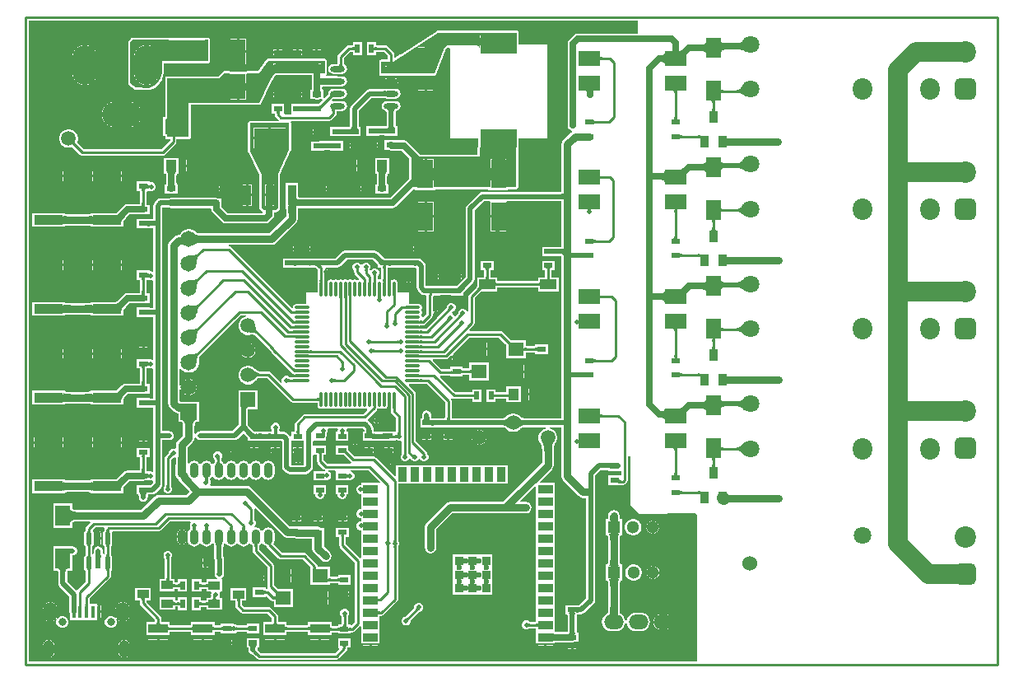
<source format=gbr>
%TF.GenerationSoftware,Altium Limited,Altium Designer,24.9.1 (31)*%
G04 Layer_Physical_Order=1*
G04 Layer_Color=255*
%FSLAX45Y45*%
%MOMM*%
%TF.SameCoordinates,27D3D336-BC1F-43B1-B9D8-2BE266924E3D*%
%TF.FilePolarity,Positive*%
%TF.FileFunction,Copper,L1,Top,Signal*%
%TF.Part,Single*%
G01*
G75*
%TA.AperFunction,SMDPad,CuDef*%
%ADD10R,0.85000X1.20000*%
%ADD11R,0.90000X0.55000*%
%ADD12R,3.80000X1.90000*%
%ADD13O,1.50000X0.60000*%
%ADD14C,1.50000*%
G04:AMPARAMS|DCode=15|XSize=1.49mm|YSize=0.28mm|CornerRadius=0.07mm|HoleSize=0mm|Usage=FLASHONLY|Rotation=180.000|XOffset=0mm|YOffset=0mm|HoleType=Round|Shape=RoundedRectangle|*
%AMROUNDEDRECTD15*
21,1,1.49000,0.14000,0,0,180.0*
21,1,1.35000,0.28000,0,0,180.0*
1,1,0.14000,-0.67500,0.07000*
1,1,0.14000,0.67500,0.07000*
1,1,0.14000,0.67500,-0.07000*
1,1,0.14000,-0.67500,-0.07000*
%
%ADD15ROUNDEDRECTD15*%
G04:AMPARAMS|DCode=16|XSize=1.49mm|YSize=0.28mm|CornerRadius=0.07mm|HoleSize=0mm|Usage=FLASHONLY|Rotation=270.000|XOffset=0mm|YOffset=0mm|HoleType=Round|Shape=RoundedRectangle|*
%AMROUNDEDRECTD16*
21,1,1.49000,0.14000,0,0,270.0*
21,1,1.35000,0.28000,0,0,270.0*
1,1,0.14000,-0.07000,-0.67500*
1,1,0.14000,-0.07000,0.67500*
1,1,0.14000,0.07000,0.67500*
1,1,0.14000,0.07000,-0.67500*
%
%ADD16ROUNDEDRECTD16*%
%ADD17O,0.90000X1.55000*%
%TA.AperFunction,ConnectorPad*%
%ADD18R,1.50000X0.90000*%
%TA.AperFunction,SMDPad,CuDef*%
G04:AMPARAMS|DCode=19|XSize=1.21mm|YSize=0.59mm|CornerRadius=0.07375mm|HoleSize=0mm|Usage=FLASHONLY|Rotation=270.000|XOffset=0mm|YOffset=0mm|HoleType=Round|Shape=RoundedRectangle|*
%AMROUNDEDRECTD19*
21,1,1.21000,0.44250,0,0,270.0*
21,1,1.06250,0.59000,0,0,270.0*
1,1,0.14750,-0.22125,-0.53125*
1,1,0.14750,-0.22125,0.53125*
1,1,0.14750,0.22125,0.53125*
1,1,0.14750,0.22125,-0.53125*
%
%ADD19ROUNDEDRECTD19*%
%ADD20R,2.20000X1.60000*%
%ADD21R,1.60000X1.40000*%
%ADD22R,0.90000X2.15000*%
%ADD23R,3.25000X2.15000*%
%ADD24R,3.00000X1.00000*%
%ADD25R,1.70000X1.00000*%
%ADD26R,0.55000X0.90000*%
%TA.AperFunction,BGAPad,CuDef*%
%ADD27R,0.90000X0.90000*%
%TA.AperFunction,ConnectorPad*%
%ADD28R,0.90000X1.50000*%
%TA.AperFunction,SMDPad,CuDef*%
%ADD29R,1.20000X0.85000*%
%ADD30R,2.00000X0.90000*%
%ADD31R,1.60000X3.00000*%
%ADD32R,0.45000X1.30000*%
%ADD33R,1.10000X1.20000*%
%ADD34R,1.55000X2.10000*%
%ADD35R,2.10000X1.55000*%
%ADD36R,3.55600X1.52400*%
%ADD37R,1.60000X2.60000*%
%TA.AperFunction,NonConductor*%
%ADD38C,0.25400*%
%TA.AperFunction,Conductor*%
%ADD39C,0.63500*%
%ADD40C,0.76200*%
%ADD41C,1.27000*%
%ADD42C,0.25400*%
%ADD43C,0.50800*%
%ADD44C,0.88900*%
%ADD45C,2.03200*%
%TA.AperFunction,ComponentPad*%
%ADD46O,4.06400X2.54000*%
%ADD47O,2.54000X4.06400*%
%ADD48C,1.80000*%
%ADD49O,2.00000X2.20000*%
%ADD50O,1.45000X2.00000*%
%ADD51O,1.15000X1.80000*%
%ADD52C,0.80000*%
%ADD53R,1.30000X1.30000*%
%ADD54C,1.30000*%
%ADD55C,1.50000*%
%ADD56R,1.50000X1.50000*%
%ADD57C,1.65100*%
%ADD58R,1.65100X1.65100*%
%ADD59O,2.00000X1.50000*%
%ADD60C,2.20000*%
G04:AMPARAMS|DCode=61|XSize=2.2mm|YSize=2.2mm|CornerRadius=0.55mm|HoleSize=0mm|Usage=FLASHONLY|Rotation=90.000|XOffset=0mm|YOffset=0mm|HoleType=Round|Shape=RoundedRectangle|*
%AMROUNDEDRECTD61*
21,1,2.20000,1.10000,0,0,90.0*
21,1,1.10000,2.20000,0,0,90.0*
1,1,1.10000,0.55000,0.55000*
1,1,1.10000,0.55000,-0.55000*
1,1,1.10000,-0.55000,-0.55000*
1,1,1.10000,-0.55000,0.55000*
%
%ADD61ROUNDEDRECTD61*%
%TA.AperFunction,ViaPad*%
%ADD62C,1.52400*%
%ADD63C,0.50800*%
%ADD64C,0.60000*%
G36*
X5052060Y6494779D02*
Y6465320D01*
X4674100D01*
Y6463416D01*
X4674405Y6465015D01*
Y6329680D01*
X4673643Y6336919D01*
X4671357Y6343396D01*
X4667547Y6349111D01*
X4662213Y6354064D01*
X4655355Y6358255D01*
X4646973Y6361684D01*
X4637067Y6364351D01*
X4625637Y6366256D01*
X4612683Y6367399D01*
X4598205Y6367780D01*
Y6370320D01*
X4459300D01*
Y6367780D01*
X4364100Y6362889D01*
Y6362700D01*
X4360422D01*
X4326374Y6360951D01*
X4308893Y6342989D01*
X4204442Y6073140D01*
X3657599D01*
Y6196330D01*
X3780790D01*
X4243414Y6494780D01*
X5052060Y6494779D01*
D02*
G37*
G36*
X6839324Y6311618D02*
X6829723Y6301904D01*
X6798652Y6266899D01*
X6795825Y6262610D01*
X6794127Y6259225D01*
X6793558Y6256744D01*
X6794118Y6255168D01*
X6737973Y6311313D01*
X6739549Y6310753D01*
X6742030Y6311322D01*
X6745414Y6313020D01*
X6749703Y6315847D01*
X6754896Y6319804D01*
X6767994Y6331103D01*
X6794423Y6356519D01*
X6839324Y6311618D01*
D02*
G37*
G36*
X3585139Y6354687D02*
X3585901Y6352528D01*
X3587171Y6350623D01*
X3588949Y6348972D01*
X3591235Y6347575D01*
X3594029Y6346432D01*
X3597331Y6345543D01*
X3601141Y6344908D01*
X3605459Y6344527D01*
X3610285Y6344400D01*
Y6319000D01*
X3605459Y6318873D01*
X3601141Y6318492D01*
X3597331Y6317857D01*
X3594029Y6316968D01*
X3591235Y6315825D01*
X3588949Y6314428D01*
X3587171Y6312777D01*
X3585901Y6310872D01*
X3585139Y6308713D01*
X3584885Y6306300D01*
Y6357100D01*
X3585139Y6354687D01*
D02*
G37*
G36*
X7409543Y6298233D02*
X7402006Y6302709D01*
X7386682Y6310248D01*
X7378896Y6313311D01*
X7371027Y6315902D01*
X7363075Y6318022D01*
X7355040Y6319672D01*
X7346922Y6320850D01*
X7338721Y6321556D01*
X7330437Y6321792D01*
X7314098Y6385292D01*
X7322836Y6385647D01*
X7331103Y6386712D01*
X7338900Y6388487D01*
X7346226Y6390972D01*
X7353082Y6394167D01*
X7359467Y6398072D01*
X7365381Y6402687D01*
X7370825Y6408012D01*
X7375799Y6414047D01*
X7380301Y6420793D01*
X7409543Y6298233D01*
D02*
G37*
G36*
X7153968Y6411010D02*
X7155883Y6405612D01*
X7159073Y6400850D01*
X7163539Y6396722D01*
X7169282Y6393230D01*
X7176300Y6390372D01*
X7184595Y6388150D01*
X7194165Y6386562D01*
X7205012Y6385610D01*
X7217135Y6385292D01*
Y6321792D01*
X7205012Y6321475D01*
X7194165Y6320522D01*
X7184595Y6318935D01*
X7176300Y6316712D01*
X7169282Y6313855D01*
X7163539Y6310362D01*
X7159073Y6306235D01*
X7155883Y6301472D01*
X7153968Y6296075D01*
X7153330Y6290042D01*
Y6417042D01*
X7153968Y6411010D01*
D02*
G37*
G36*
X6999550Y6276343D02*
X6998912Y6282375D01*
X6996997Y6287773D01*
X6993807Y6292535D01*
X6989341Y6296663D01*
X6983598Y6300155D01*
X6976580Y6303013D01*
X6968285Y6305235D01*
X6958715Y6306823D01*
X6947868Y6307775D01*
X6935745Y6308093D01*
Y6371593D01*
X6947868Y6371910D01*
X6958715Y6372863D01*
X6968285Y6374450D01*
X6976580Y6376673D01*
X6983598Y6379530D01*
X6989341Y6383023D01*
X6993807Y6387150D01*
X6996997Y6391913D01*
X6998912Y6397310D01*
X6999550Y6403343D01*
Y6276343D01*
D02*
G37*
G36*
X5907915Y6254910D02*
X5908686Y6252751D01*
X5909971Y6250846D01*
X5911770Y6249195D01*
X5914084Y6247798D01*
X5916911Y6246655D01*
X5920253Y6245766D01*
X5924109Y6245131D01*
X5928479Y6244750D01*
X5933363Y6244623D01*
Y6219223D01*
X5928479Y6219096D01*
X5924109Y6218715D01*
X5920253Y6218080D01*
X5916911Y6217191D01*
X5914084Y6216048D01*
X5911770Y6214651D01*
X5909971Y6213000D01*
X5908686Y6211095D01*
X5907915Y6208936D01*
X5907658Y6206523D01*
Y6257323D01*
X5907915Y6254910D01*
D02*
G37*
G36*
X6575337Y6171298D02*
X6574750Y6176353D01*
X6572990Y6180876D01*
X6570057Y6184867D01*
X6565951Y6188326D01*
X6560671Y6191253D01*
X6554219Y6193648D01*
X6546592Y6195510D01*
X6537793Y6196841D01*
X6527821Y6197639D01*
X6516675Y6197905D01*
Y6261405D01*
X6527821Y6261671D01*
X6537793Y6262469D01*
X6546592Y6263800D01*
X6554219Y6265662D01*
X6560671Y6268057D01*
X6565951Y6270983D01*
X6570057Y6274442D01*
X6572990Y6278433D01*
X6574750Y6282957D01*
X6575337Y6288012D01*
Y6171298D01*
D02*
G37*
G36*
X6707714Y5897974D02*
X6705555Y5897212D01*
X6703650Y5895942D01*
X6701999Y5894164D01*
X6700602Y5891878D01*
X6699459Y5889084D01*
X6698570Y5885782D01*
X6697935Y5881972D01*
X6697554Y5877654D01*
X6697427Y5872828D01*
X6672027D01*
X6671900Y5877654D01*
X6671519Y5881972D01*
X6670884Y5885782D01*
X6669995Y5889084D01*
X6668852Y5891878D01*
X6667455Y5894164D01*
X6665804Y5895942D01*
X6663899Y5897212D01*
X6661740Y5897974D01*
X6659327Y5898228D01*
X6710127D01*
X6707714Y5897974D01*
D02*
G37*
G36*
X7153587Y5916529D02*
X7154359Y5914370D01*
X7155644Y5912465D01*
X7157443Y5910814D01*
X7159757Y5909417D01*
X7162584Y5908274D01*
X7165926Y5907385D01*
X7169781Y5906750D01*
X7174151Y5906369D01*
X7179035Y5906242D01*
Y5880842D01*
X7174151Y5880715D01*
X7169781Y5880334D01*
X7165926Y5879699D01*
X7162584Y5878810D01*
X7159757Y5877667D01*
X7157443Y5876270D01*
X7155644Y5874619D01*
X7154359Y5872714D01*
X7153587Y5870555D01*
X7153330Y5868142D01*
Y5918942D01*
X7153587Y5916529D01*
D02*
G37*
G36*
X5845673Y5897818D02*
X5844102Y5896588D01*
X5842717Y5894539D01*
X5841516Y5891670D01*
X5840499Y5887981D01*
X5839668Y5883472D01*
X5839021Y5878144D01*
X5838282Y5865028D01*
X5838190Y5857240D01*
X5774690D01*
X5774598Y5865028D01*
X5773212Y5883472D01*
X5772381Y5887981D01*
X5771364Y5891670D01*
X5770163Y5894539D01*
X5768778Y5896588D01*
X5767207Y5897818D01*
X5765452Y5898228D01*
X5847428D01*
X5845673Y5897818D01*
D02*
G37*
G36*
X7409543Y5838233D02*
X7396445Y5846328D01*
X7344750Y5874024D01*
X7337169Y5877007D01*
X7330507Y5879138D01*
X7324765Y5880416D01*
X7319942Y5880842D01*
X7313813Y5906242D01*
X7320544Y5906788D01*
X7327257Y5908424D01*
X7333952Y5911152D01*
X7340628Y5914970D01*
X7347286Y5919879D01*
X7353925Y5925880D01*
X7360547Y5932972D01*
X7367150Y5941154D01*
X7373735Y5950428D01*
X7380301Y5960792D01*
X7409543Y5838233D01*
D02*
G37*
G36*
X7099427Y5795195D02*
X7097268Y5794424D01*
X7095363Y5793139D01*
X7093712Y5791339D01*
X7092315Y5789026D01*
X7091172Y5786198D01*
X7090283Y5782857D01*
X7089648Y5779001D01*
X7089267Y5774631D01*
X7089140Y5769747D01*
X7063740D01*
X7063613Y5774631D01*
X7063232Y5779001D01*
X7062597Y5782857D01*
X7061708Y5786198D01*
X7060565Y5789026D01*
X7059168Y5791339D01*
X7057517Y5793139D01*
X7055612Y5794424D01*
X7053453Y5795195D01*
X7051040Y5795452D01*
X7101840D01*
X7099427Y5795195D01*
D02*
G37*
G36*
X7089267Y5706852D02*
X7089648Y5702482D01*
X7090283Y5698627D01*
X7091172Y5695285D01*
X7092315Y5692457D01*
X7093712Y5690144D01*
X7095363Y5688345D01*
X7097268Y5687059D01*
X7099427Y5686288D01*
X7101840Y5686031D01*
X7051040D01*
X7053453Y5686288D01*
X7055612Y5687059D01*
X7057517Y5688345D01*
X7059168Y5690144D01*
X7060565Y5692457D01*
X7061708Y5695285D01*
X7062597Y5698627D01*
X7063232Y5702482D01*
X7063613Y5706852D01*
X7063740Y5711736D01*
X7089140D01*
X7089267Y5706852D01*
D02*
G37*
G36*
X6697554Y5621581D02*
X6697935Y5617211D01*
X6698570Y5613356D01*
X6699459Y5610014D01*
X6700602Y5607186D01*
X6701999Y5604873D01*
X6703650Y5603074D01*
X6705555Y5601788D01*
X6707714Y5601017D01*
X6710127Y5600760D01*
X6659327D01*
X6661740Y5601017D01*
X6663899Y5601788D01*
X6665804Y5603074D01*
X6667455Y5604873D01*
X6668852Y5607186D01*
X6669995Y5610014D01*
X6670884Y5613356D01*
X6671519Y5617211D01*
X6671900Y5621581D01*
X6672027Y5626465D01*
X6697427D01*
X6697554Y5621581D01*
D02*
G37*
G36*
X5842915Y5597397D02*
X5843686Y5595238D01*
X5844971Y5593333D01*
X5846770Y5591682D01*
X5849084Y5590285D01*
X5851911Y5589142D01*
X5855253Y5588253D01*
X5859109Y5587618D01*
X5863478Y5587237D01*
X5868362Y5587110D01*
Y5561710D01*
X5863478Y5561583D01*
X5859109Y5561202D01*
X5855253Y5560567D01*
X5851911Y5559678D01*
X5849084Y5558535D01*
X5846770Y5557138D01*
X5844971Y5555487D01*
X5843686Y5553582D01*
X5842915Y5551423D01*
X5842658Y5549010D01*
Y5599810D01*
X5842915Y5597397D01*
D02*
G37*
G36*
X6918670Y5441518D02*
X6930100Y5440732D01*
X6932894Y5440261D01*
X6935180Y5439685D01*
X6936958Y5439004D01*
X6938228Y5438219D01*
X6938990Y5437329D01*
X6939244Y5436334D01*
X6939548Y5403470D01*
X6939270Y5405883D01*
X6938483Y5408042D01*
X6937186Y5409947D01*
X6935379Y5411598D01*
X6933063Y5412995D01*
X6930238Y5414138D01*
X6926904Y5415027D01*
X6923060Y5415662D01*
X6918707Y5416043D01*
X6913844Y5416170D01*
Y5441570D01*
X6918670Y5441518D01*
D02*
G37*
G36*
X6729375Y5451857D02*
X6730146Y5449698D01*
X6731431Y5447793D01*
X6733230Y5446142D01*
X6735544Y5444745D01*
X6738371Y5443602D01*
X6741713Y5442713D01*
X6745569Y5442078D01*
X6749938Y5441697D01*
X6754822Y5441570D01*
Y5416170D01*
X6749938Y5416043D01*
X6745569Y5415662D01*
X6741713Y5415027D01*
X6738371Y5414138D01*
X6735544Y5412995D01*
X6733230Y5411598D01*
X6731431Y5409947D01*
X6730146Y5408042D01*
X6729375Y5405883D01*
X6729118Y5403470D01*
Y5454270D01*
X6729375Y5451857D01*
D02*
G37*
G36*
X4876800Y5321772D02*
X4927600D01*
X4927639Y5315930D01*
X4991100D01*
X4985323Y5315320D01*
X5046980D01*
Y4907300D01*
X4953081Y4907296D01*
X4944100Y4916276D01*
Y5032377D01*
X4864100D01*
X4784710D01*
Y4918077D01*
X4784100Y4923854D01*
Y4907290D01*
X4203800Y4907269D01*
X4194820Y4916249D01*
Y4920972D01*
X4194515Y4918077D01*
Y5032377D01*
X4114820D01*
X4034820D01*
Y5002864D01*
X4034830Y5002889D01*
X4035430Y5007945D01*
X4035125Y4895381D01*
X4034541Y4899648D01*
X4032791Y4903465D01*
X4029873Y4906834D01*
X4029273Y4907263D01*
X3976461Y4907261D01*
X3967480Y4916241D01*
Y5221907D01*
X4017359D01*
X4035125Y5239673D01*
X4048174Y5227070D01*
X4054266Y5221907D01*
X4671060D01*
Y5303879D01*
X4674100Y5315320D01*
X4742877D01*
X4737100Y5315930D01*
X4800561D01*
X4800600Y5321772D01*
X4851400D01*
Y5410320D01*
X4876800D01*
Y5321772D01*
D02*
G37*
G36*
X6839325Y5087010D02*
X6829724Y5077297D01*
X6798653Y5042291D01*
X6795826Y5038002D01*
X6794128Y5034618D01*
X6793559Y5032137D01*
X6794119Y5030561D01*
X6737974Y5086706D01*
X6739550Y5086146D01*
X6742031Y5086715D01*
X6745416Y5088413D01*
X6749704Y5091240D01*
X6754897Y5095196D01*
X6767995Y5106496D01*
X6794424Y5131912D01*
X6839325Y5087010D01*
D02*
G37*
G36*
X7153841Y5174909D02*
X7155375Y5170591D01*
X7157930Y5166781D01*
X7161507Y5163479D01*
X7166107Y5160685D01*
X7171728Y5158399D01*
X7178372Y5156621D01*
X7186037Y5155351D01*
X7194725Y5154589D01*
X7204435Y5154335D01*
Y5103535D01*
X7194725Y5103281D01*
X7186037Y5102519D01*
X7178372Y5101249D01*
X7171728Y5099471D01*
X7166107Y5097185D01*
X7161507Y5094391D01*
X7157930Y5091089D01*
X7155375Y5087279D01*
X7153841Y5082961D01*
X7153330Y5078135D01*
Y5179735D01*
X7153841Y5174909D01*
D02*
G37*
G36*
X7404304Y5070975D02*
X7395477Y5077162D01*
X7378279Y5087581D01*
X7369907Y5091814D01*
X7361687Y5095395D01*
X7353618Y5098326D01*
X7345700Y5100605D01*
X7337934Y5102233D01*
X7330320Y5103210D01*
X7322857Y5103535D01*
X7314081Y5154335D01*
X7322149Y5154745D01*
X7329973Y5155973D01*
X7337552Y5158021D01*
X7344886Y5160888D01*
X7351975Y5164574D01*
X7358820Y5169078D01*
X7365420Y5174402D01*
X7371776Y5180545D01*
X7377886Y5187507D01*
X7383752Y5195288D01*
X7404304Y5070975D01*
D02*
G37*
G36*
X6999550Y5051735D02*
X6998912Y5057768D01*
X6996997Y5063165D01*
X6993807Y5067928D01*
X6989341Y5072055D01*
X6983598Y5075548D01*
X6976580Y5078405D01*
X6968285Y5080628D01*
X6958715Y5082215D01*
X6947868Y5083168D01*
X6935745Y5083485D01*
Y5146985D01*
X6947868Y5147303D01*
X6958715Y5148255D01*
X6968285Y5149843D01*
X6976580Y5152065D01*
X6983598Y5154923D01*
X6989341Y5158415D01*
X6993807Y5162543D01*
X6996997Y5167305D01*
X6998912Y5172703D01*
X6999550Y5178735D01*
Y5051735D01*
D02*
G37*
G36*
X6575338Y4953000D02*
X6574700Y4959032D01*
X6572786Y4964430D01*
X6569595Y4969192D01*
X6565129Y4973320D01*
X6559387Y4976812D01*
X6552368Y4979670D01*
X6544074Y4981893D01*
X6534503Y4983480D01*
X6523656Y4984432D01*
X6511533Y4984750D01*
Y5048250D01*
X6523656Y5048568D01*
X6534503Y5049520D01*
X6544074Y5051107D01*
X6552368Y5053330D01*
X6559387Y5056188D01*
X6565129Y5059680D01*
X6569595Y5063808D01*
X6572786Y5068570D01*
X6574700Y5073967D01*
X6575338Y5080000D01*
Y4953000D01*
D02*
G37*
G36*
X6294120Y6485640D02*
X6197952D01*
X6191567Y6484370D01*
X5676900D01*
X5656583Y6480329D01*
X5639360Y6468820D01*
X5639359Y6468820D01*
X5593640Y6423100D01*
X5582131Y6405877D01*
X5578090Y6385560D01*
X5578090Y6385559D01*
Y5539740D01*
X5582131Y5519423D01*
X5593640Y5502200D01*
X5610863Y5490691D01*
X5615308Y5489807D01*
X5617990Y5476325D01*
X5610811Y5471529D01*
X5528101Y5388819D01*
X5515190Y5369494D01*
X5510655Y5346700D01*
Y4857785D01*
X5490224Y4857376D01*
X4699000D01*
X4681161Y4853827D01*
X4666038Y4843722D01*
X4541578Y4719262D01*
X4531473Y4704139D01*
X4527924Y4686300D01*
Y3980753D01*
X4455994Y3908822D01*
X4450547Y3903997D01*
X4442766Y3897800D01*
X4435949Y3893077D01*
X4431917Y3890769D01*
X4394318D01*
X4393849Y3890862D01*
X4393485Y3890790D01*
X4393118Y3890849D01*
X4390846Y3890769D01*
X4373225D01*
Y3890146D01*
X4356766Y3889565D01*
X4266427D01*
Y3890769D01*
X4246271D01*
X4245802Y3890862D01*
X4245334Y3890769D01*
X4156881D01*
X4156412Y3890862D01*
X4156047Y3890790D01*
X4155681Y3890849D01*
X4153409Y3890769D01*
X4135788D01*
X4135787Y3890769D01*
Y3890769D01*
X4124038Y3893065D01*
X4115696Y3900804D01*
Y4097437D01*
X4112147Y4115276D01*
X4102042Y4130399D01*
X4072284Y4160157D01*
X4057161Y4170262D01*
X4039322Y4173811D01*
X4011761D01*
Y4175015D01*
X3991605D01*
X3991137Y4175108D01*
X3990668Y4175015D01*
X3902215D01*
X3901746Y4175108D01*
X3901382Y4175035D01*
X3901015Y4175095D01*
X3898743Y4175015D01*
X3881122D01*
Y4174392D01*
X3864663Y4173811D01*
X3754696D01*
Y4175015D01*
X3734539D01*
X3734071Y4175108D01*
X3733602Y4175015D01*
X3696003D01*
X3691973Y4177322D01*
X3685390Y4181883D01*
X3670907Y4194088D01*
X3625793Y4239202D01*
X3610670Y4249307D01*
X3592831Y4252856D01*
X3286760D01*
X3268921Y4249307D01*
X3253798Y4239202D01*
X3188407Y4173811D01*
X3034556D01*
Y4175015D01*
X3014400D01*
X3013931Y4175108D01*
X3013463Y4175015D01*
X2925010D01*
X2924541Y4175108D01*
X2924176Y4175036D01*
X2923809Y4175096D01*
X2921538Y4175015D01*
X2903916D01*
Y4174393D01*
X2887458Y4173811D01*
X2777490D01*
Y4175015D01*
X2757334D01*
X2756865Y4175108D01*
X2756397Y4175015D01*
X2646850D01*
Y4079376D01*
X2756397D01*
X2756865Y4079282D01*
X2757230Y4079355D01*
X2757597Y4079295D01*
X2759868Y4079376D01*
X2777490D01*
Y4079998D01*
X2793948Y4080580D01*
X2903916D01*
Y4079376D01*
X2924072D01*
X2924541Y4079282D01*
X2925010Y4079376D01*
X2977540D01*
X2978010Y4079282D01*
X2978480Y4079376D01*
X2984033D01*
X3005093Y4061070D01*
Y3936078D01*
X3005013Y3934524D01*
X3004994Y3934358D01*
X3003905Y3928880D01*
Y3824380D01*
X2883760D01*
Y3704235D01*
X2779260D01*
X2768601Y3702115D01*
X2759563Y3696077D01*
X2753525Y3687040D01*
X2751405Y3676380D01*
Y3669248D01*
X2738705Y3663987D01*
X2111686Y4291006D01*
X2100764Y4298304D01*
X2089845Y4300476D01*
X2091096Y4313176D01*
X2533781D01*
X2556575Y4317710D01*
X2575899Y4330622D01*
X2780639Y4535362D01*
X2793550Y4554686D01*
X2798085Y4577480D01*
Y4679009D01*
X2798690Y4692010D01*
X3772279D01*
X3772280Y4692010D01*
X3792597Y4696051D01*
X3809820Y4707560D01*
X3988804Y4886543D01*
X4005519Y4886544D01*
X4014500Y4877564D01*
Y4874757D01*
X4034607D01*
X4035069Y4874663D01*
X4035544Y4874757D01*
X4215140D01*
Y4886552D01*
X4754799Y4886571D01*
X4763780Y4877591D01*
Y4874757D01*
X4964420D01*
Y4886579D01*
X5046981Y4886582D01*
X5054909Y4888159D01*
X5061630Y4892650D01*
X5061630Y4892650D01*
X5066121Y4899371D01*
X5067698Y4907300D01*
Y5295000D01*
X5074420D01*
Y5410320D01*
X5364100D01*
Y6370320D01*
X5074420D01*
Y6485640D01*
X5072778D01*
Y6494779D01*
X5071201Y6502708D01*
X5066710Y6509429D01*
X5059988Y6513920D01*
X5052060Y6515498D01*
X4243414Y6515498D01*
X4241574Y6515132D01*
X4239700Y6515162D01*
X4237649Y6514351D01*
X4235486Y6513921D01*
X4233927Y6512879D01*
X4232183Y6512190D01*
X3879173Y6284455D01*
X3876948Y6284012D01*
X3855523Y6269697D01*
X3854937Y6268820D01*
X3804019Y6235971D01*
X3792867Y6242048D01*
Y6273800D01*
X3790304Y6286684D01*
X3783006Y6297606D01*
X3725106Y6355506D01*
X3714184Y6362804D01*
X3701300Y6365367D01*
X3605510D01*
Y6397020D01*
X3509870D01*
Y6266380D01*
X3605510D01*
Y6298033D01*
X3687355D01*
X3725533Y6259855D01*
Y6217048D01*
X3657599D01*
X3649671Y6215471D01*
X3642950Y6210980D01*
X3638459Y6204259D01*
X3636881Y6196330D01*
Y6073140D01*
X3638459Y6065212D01*
X3642950Y6058490D01*
X3649671Y6053999D01*
X3657599Y6052422D01*
X4204442D01*
X4204684Y6052470D01*
X4204926Y6052428D01*
X4208638Y6053257D01*
X4212370Y6053999D01*
X4212575Y6054136D01*
X4212816Y6054190D01*
X4215926Y6056375D01*
X4219092Y6058490D01*
X4219229Y6058696D01*
X4219430Y6058837D01*
X4221468Y6062047D01*
X4223583Y6065212D01*
X4223631Y6065453D01*
X4223763Y6065661D01*
X4326648Y6331466D01*
X4335876Y6340693D01*
X4351400Y6341491D01*
X4364100Y6330484D01*
Y5410320D01*
X4653780D01*
Y5319523D01*
X4651037Y5309200D01*
X4650866Y5306516D01*
X4650342Y5303879D01*
Y5242625D01*
X4062352D01*
X3931447Y5373531D01*
X3914223Y5385039D01*
X3893906Y5389080D01*
X3893905Y5389080D01*
X3780549D01*
X3780237Y5389289D01*
X3759920Y5393330D01*
X3739603Y5389289D01*
X3737764Y5388060D01*
X3694600D01*
Y5292420D01*
X3735653D01*
X3743853Y5286941D01*
X3764170Y5282900D01*
X3764171Y5282900D01*
X3871915D01*
X3946762Y5208053D01*
Y4992162D01*
X3939227Y4987128D01*
X3750289Y4798190D01*
X2832056D01*
X2826388Y4798688D01*
X2818612Y4799980D01*
X2812547Y4801606D01*
X2808263Y4803351D01*
X2805700Y4804909D01*
X2804535Y4805984D01*
X2804136Y4806579D01*
X2803899Y4807240D01*
X2803840Y4807784D01*
Y4952920D01*
X2673200D01*
Y4718374D01*
X2673107Y4717905D01*
X2673200Y4717436D01*
Y4697280D01*
X2677230D01*
X2678956Y4667377D01*
Y4602153D01*
X2509108Y4432305D01*
X1787252D01*
X1781210Y4433097D01*
X1775461Y4434227D01*
X1770363Y4435615D01*
X1765911Y4437219D01*
X1762071Y4439004D01*
X1758803Y4440931D01*
X1756045Y4442980D01*
X1752827Y4445986D01*
X1751477Y4446823D01*
X1742104Y4456197D01*
X1718646Y4469740D01*
X1692483Y4476750D01*
X1665397D01*
X1639234Y4469740D01*
X1615776Y4456197D01*
X1596623Y4437044D01*
X1584725Y4416434D01*
X1572392D01*
X1549597Y4411900D01*
X1530273Y4398988D01*
X1484421Y4353137D01*
X1471510Y4333813D01*
X1466975Y4311018D01*
Y2684967D01*
X1471510Y2662172D01*
X1484421Y2642848D01*
X1529058Y2598211D01*
X1548382Y2585300D01*
X1571177Y2580765D01*
X1576070D01*
Y2493010D01*
X1600767D01*
X1605384Y2492524D01*
X1607118Y2491912D01*
X1608649Y2490891D01*
X1610528Y2488868D01*
X1612769Y2485200D01*
X1615077Y2479561D01*
X1617142Y2471891D01*
X1618749Y2462249D01*
X1619375Y2455144D01*
Y2352991D01*
X1564100Y2297716D01*
X1551188Y2278392D01*
X1546654Y2255597D01*
Y2223446D01*
X1533954Y2214960D01*
X1528014Y2217420D01*
X1509826D01*
X1493022Y2210459D01*
X1480161Y2197598D01*
X1473200Y2180794D01*
Y2178050D01*
X1472968Y2177712D01*
X1471109Y2175497D01*
X1439234Y2143623D01*
X1431936Y2132700D01*
X1429373Y2119816D01*
Y1836037D01*
X1429344Y1835763D01*
X1429183Y1834778D01*
X1429043Y1834162D01*
X1429038Y1834146D01*
X1428971Y1833989D01*
X1424281Y1829298D01*
X1417320Y1812494D01*
Y1794306D01*
X1424281Y1777502D01*
X1437142Y1764641D01*
X1453946Y1757680D01*
X1472134D01*
X1488938Y1764641D01*
X1501799Y1777502D01*
X1508760Y1794306D01*
Y1812494D01*
X1501799Y1829298D01*
X1497109Y1833989D01*
X1497042Y1834147D01*
X1497038Y1834160D01*
X1496897Y1834778D01*
X1496778Y1835511D01*
X1496707Y1836364D01*
Y2105871D01*
X1516329Y2125493D01*
X1516557Y2125671D01*
X1517009Y2125980D01*
X1528014D01*
X1533954Y2128440D01*
X1546654Y2119954D01*
Y2090646D01*
X1546065Y2070253D01*
X1544859Y2056242D01*
X1544214Y2051716D01*
X1543637Y2048916D01*
X1542933Y2046705D01*
X1542925Y2046637D01*
X1542580Y2045804D01*
X1540335Y2028752D01*
Y1963752D01*
X1542580Y1946700D01*
X1549162Y1930810D01*
X1559632Y1917165D01*
X1573025Y1906888D01*
X1574769Y1898120D01*
X1587681Y1878796D01*
X1688477Y1778000D01*
X1654061Y1743585D01*
X1366521D01*
X1366520Y1743585D01*
X1343726Y1739051D01*
X1324401Y1726139D01*
X1324401Y1726138D01*
X1188057Y1589794D01*
X517941D01*
X510792Y1590423D01*
X501100Y1592031D01*
X493381Y1594101D01*
X487703Y1596415D01*
X484007Y1598665D01*
X481967Y1600551D01*
X480944Y1602080D01*
X480333Y1603803D01*
X480152Y1605519D01*
Y1655550D01*
X284512D01*
Y1404910D01*
X480152D01*
Y1454940D01*
X480333Y1456656D01*
X480944Y1458380D01*
X481967Y1459908D01*
X484007Y1461795D01*
X487703Y1464045D01*
X493382Y1466358D01*
X501099Y1468428D01*
X510792Y1470037D01*
X517941Y1470665D01*
X662890D01*
X667750Y1458932D01*
X627954Y1419135D01*
X620656Y1408213D01*
X618093Y1395329D01*
Y1376795D01*
X617975Y1375377D01*
X617974Y1375371D01*
X609668Y1369821D01*
X603547Y1360660D01*
X601398Y1349854D01*
Y1243604D01*
X603547Y1232798D01*
X609668Y1223637D01*
X617974Y1218087D01*
X617975Y1218082D01*
X618093Y1216662D01*
Y1125796D01*
X617975Y1124377D01*
X617974Y1124371D01*
X609668Y1118821D01*
X603547Y1109660D01*
X601398Y1098855D01*
Y992604D01*
X603547Y981798D01*
X609668Y972637D01*
X617974Y967088D01*
X617975Y967082D01*
X618093Y965662D01*
Y850404D01*
X537546Y769857D01*
X534799Y765746D01*
X519174Y763410D01*
X428947Y853637D01*
Y946315D01*
X429317Y950530D01*
X430292Y956416D01*
X431475Y960834D01*
X432649Y963723D01*
X433370Y964909D01*
X480152D01*
Y1121784D01*
X485140D01*
X489642Y1122680D01*
X494234D01*
X498476Y1124437D01*
X502979Y1125333D01*
X506796Y1127883D01*
X511038Y1129641D01*
X514285Y1132887D01*
X518102Y1135438D01*
X520653Y1139255D01*
X523899Y1142502D01*
X525657Y1146744D01*
X528207Y1150561D01*
X529103Y1155064D01*
X530860Y1159306D01*
Y1163898D01*
X531756Y1168400D01*
X530860Y1172902D01*
Y1177494D01*
X529103Y1181736D01*
X528207Y1186239D01*
X525657Y1190056D01*
X523899Y1194298D01*
X520653Y1197545D01*
X518102Y1201362D01*
X514285Y1203913D01*
X511038Y1207159D01*
X506796Y1208917D01*
X502979Y1211467D01*
X498476Y1212363D01*
X494234Y1214120D01*
X489642D01*
X485140Y1215016D01*
X480152D01*
Y1215550D01*
X284512D01*
Y964909D01*
X331294D01*
X332014Y963724D01*
X333189Y960835D01*
X334371Y956416D01*
X335346Y950530D01*
X335716Y946315D01*
Y834328D01*
X339264Y816489D01*
X349370Y801366D01*
X449736Y700999D01*
Y541760D01*
X453285Y523921D01*
X453532Y523551D01*
Y456441D01*
X734172D01*
Y476761D01*
X743652D01*
Y541760D01*
Y606760D01*
X734172D01*
Y627080D01*
X660019D01*
Y678006D01*
X865566Y883553D01*
X872864Y894475D01*
X875427Y907359D01*
Y965663D01*
X875545Y967082D01*
X875546Y967088D01*
X883852Y972637D01*
X889973Y981798D01*
X892122Y992604D01*
Y1098855D01*
X889973Y1109660D01*
X883852Y1118821D01*
X875546Y1124371D01*
X875545Y1124377D01*
X875427Y1125797D01*
Y1216663D01*
X875545Y1218082D01*
X875546Y1218087D01*
X883852Y1223637D01*
X889973Y1232798D01*
X892122Y1243604D01*
Y1349854D01*
X889973Y1360660D01*
X889884Y1360793D01*
X896673Y1373493D01*
X1371600D01*
X1384484Y1376056D01*
X1395406Y1383354D01*
X1484605Y1472553D01*
X1694735D01*
X1699995Y1459853D01*
X1696061Y1455918D01*
X1689100Y1439114D01*
Y1420926D01*
X1696061Y1404122D01*
X1689603Y1392619D01*
X1686632Y1390339D01*
X1676162Y1376694D01*
X1669580Y1360804D01*
X1667335Y1343752D01*
Y1278752D01*
X1669580Y1261700D01*
X1676162Y1245810D01*
X1686632Y1232165D01*
X1700277Y1221695D01*
X1716166Y1215113D01*
X1733219Y1212868D01*
X1750271Y1215113D01*
X1766160Y1221695D01*
X1779805Y1232165D01*
X1789717Y1245082D01*
X1796553Y1246035D01*
X1796884D01*
X1803720Y1245082D01*
X1813632Y1232165D01*
X1827277Y1221695D01*
X1843166Y1215113D01*
X1860219Y1212868D01*
X1877271Y1215113D01*
X1893160Y1221695D01*
X1906805Y1232165D01*
X1916717Y1245082D01*
X1920210Y1246130D01*
X1921007Y1246325D01*
X1922344Y1246249D01*
X1930720Y1245082D01*
X1930909Y1244836D01*
X1930990Y1244643D01*
X1932937Y1241750D01*
X1934267Y1239203D01*
X1935627Y1235859D01*
X1936935Y1231711D01*
X1938127Y1226772D01*
X1939075Y1221513D01*
X1940603Y1203624D01*
Y1089101D01*
X1944151Y1071262D01*
X1946365Y1067949D01*
Y1046760D01*
X1946783Y1044660D01*
X1946365Y1042560D01*
Y940484D01*
X1945640Y938734D01*
Y934142D01*
X1944745Y929640D01*
X1945640Y925138D01*
Y920546D01*
X1947397Y916304D01*
X1948293Y911801D01*
X1950844Y907983D01*
X1952601Y903742D01*
X1955847Y900495D01*
X1958398Y896678D01*
X1962215Y894127D01*
X1965462Y890881D01*
X1969703Y889124D01*
X1964754Y877157D01*
X1861096D01*
Y848004D01*
X1806882D01*
Y879657D01*
X1711243D01*
Y749017D01*
X1806882D01*
Y780670D01*
X1861096D01*
Y751517D01*
X1902518D01*
X1911004Y738816D01*
X1907540Y730454D01*
Y712266D01*
X1908713Y709434D01*
X1908684Y705166D01*
X1908290Y703184D01*
Y688176D01*
X1861637D01*
Y659023D01*
X1805467D01*
Y690676D01*
X1709827D01*
Y560036D01*
X1805467D01*
Y591689D01*
X1861637D01*
Y562536D01*
X2022277D01*
Y688176D01*
X2001327D01*
X1994262Y700876D01*
X1998980Y712266D01*
Y730454D01*
X1995516Y738816D01*
X2004002Y751517D01*
X2021736D01*
Y877157D01*
X2017966D01*
X2013017Y889124D01*
X2017258Y890881D01*
X2020505Y894127D01*
X2024322Y896678D01*
X2025943Y898298D01*
X2028494Y902116D01*
X2030119Y903742D01*
X2030999Y905866D01*
X2036048Y913422D01*
X2039596Y931261D01*
Y974920D01*
X2039681Y979340D01*
X2042900D01*
Y999496D01*
X2042994Y999965D01*
X2042900Y1000433D01*
Y1088886D01*
X2042994Y1089355D01*
X2042900Y1089824D01*
Y1109980D01*
X2034775D01*
X2033834Y1124830D01*
Y1207305D01*
X2035323Y1221301D01*
X2036310Y1226772D01*
X2037503Y1231712D01*
X2038811Y1235859D01*
X2040170Y1239203D01*
X2041500Y1241750D01*
X2043447Y1244643D01*
X2043528Y1244836D01*
X2043717Y1245082D01*
X2052093Y1246249D01*
X2053430Y1246325D01*
X2054228Y1246130D01*
X2057720Y1245082D01*
X2067632Y1232165D01*
X2081277Y1221695D01*
X2097166Y1215113D01*
X2114219Y1212868D01*
X2131271Y1215113D01*
X2147160Y1221695D01*
X2160805Y1232165D01*
X2170717Y1245082D01*
X2177553Y1246035D01*
X2177884D01*
X2184720Y1245082D01*
X2194632Y1232165D01*
X2208277Y1221695D01*
X2224166Y1215113D01*
X2241219Y1212868D01*
X2258271Y1215113D01*
X2274160Y1221695D01*
X2287805Y1232165D01*
X2297717Y1245082D01*
X2304553Y1246035D01*
X2304884D01*
X2311720Y1245082D01*
X2321632Y1232165D01*
X2333947Y1222715D01*
X2334552Y1216547D01*
Y1167462D01*
X2337114Y1154578D01*
X2344412Y1143656D01*
X2486013Y1002055D01*
Y805650D01*
X2488576Y792766D01*
X2490822Y789404D01*
X2483826Y777014D01*
X2470702D01*
Y791167D01*
X2340063D01*
Y695528D01*
X2470702D01*
Y697145D01*
X2483402Y702406D01*
X2525235Y660573D01*
X2536158Y653275D01*
X2549041Y650712D01*
X2551943D01*
Y592748D01*
X2752582D01*
Y773387D01*
X2608958D01*
X2608488Y773481D01*
X2608018Y773387D01*
X2600976D01*
X2599750Y774240D01*
X2592938Y780004D01*
X2553347Y819595D01*
Y1016000D01*
X2550784Y1028884D01*
X2543486Y1039806D01*
X2401885Y1181407D01*
Y1217371D01*
X2402044Y1219663D01*
X2402438Y1222675D01*
X2414805Y1232165D01*
X2424717Y1245082D01*
X2431553Y1246035D01*
X2431884D01*
X2438720Y1245082D01*
X2448632Y1232165D01*
X2462277Y1221695D01*
X2478166Y1215113D01*
X2480593Y1214794D01*
X2483773Y1210035D01*
X2602554Y1091254D01*
X2613476Y1083956D01*
X2626360Y1081393D01*
X2851175D01*
X2931942Y1000625D01*
Y983231D01*
X2931849Y982763D01*
X2931942Y982294D01*
Y822748D01*
X3132582D01*
Y837171D01*
X3212704D01*
Y823018D01*
X3343344D01*
Y918657D01*
X3212704D01*
Y904504D01*
X3132582D01*
Y1003387D01*
X3007558D01*
Y1006289D01*
X3004996Y1019172D01*
X2997698Y1030095D01*
X2888926Y1138866D01*
X2878004Y1146164D01*
X2865120Y1148727D01*
X2640305D01*
X2548345Y1240688D01*
X2552275Y1245810D01*
X2558857Y1261700D01*
X2561102Y1278752D01*
Y1343752D01*
X2558857Y1360804D01*
X2552275Y1376694D01*
X2541805Y1390339D01*
X2528160Y1400809D01*
X2512271Y1407391D01*
X2495219Y1409635D01*
X2478166Y1407391D01*
X2462277Y1400809D01*
X2448632Y1390339D01*
X2438720Y1377422D01*
X2431884Y1376469D01*
X2431553D01*
X2424717Y1377422D01*
X2414805Y1390339D01*
X2401160Y1400809D01*
X2385271Y1407391D01*
X2368219Y1409635D01*
X2356904Y1408146D01*
X2350972Y1420175D01*
X2360319Y1429522D01*
X2367280Y1446326D01*
Y1464514D01*
X2360319Y1481318D01*
X2355629Y1486009D01*
X2355562Y1486167D01*
X2355558Y1486180D01*
X2355417Y1486798D01*
X2355298Y1487531D01*
X2355227Y1488384D01*
Y1595961D01*
X2354969Y1597255D01*
X2366674Y1603512D01*
X2648463Y1321723D01*
X2648463Y1321722D01*
X2667788Y1308810D01*
X2690582Y1304276D01*
X2690583Y1304276D01*
X2761394D01*
X2764935Y1301910D01*
X2787729Y1297376D01*
X2787730Y1297376D01*
X2948117D01*
X2949165Y1279217D01*
Y1189891D01*
X2953699Y1167096D01*
X2966611Y1147772D01*
X3043982Y1070401D01*
X3063306Y1057489D01*
X3086100Y1052955D01*
X3108894Y1057489D01*
X3128219Y1070401D01*
X3141131Y1089726D01*
X3145665Y1112520D01*
X3141131Y1135314D01*
X3128219Y1154638D01*
X3068294Y1214563D01*
Y1290849D01*
X3069145Y1309121D01*
X3074049D01*
Y1329277D01*
X3074142Y1329745D01*
X3074049Y1330214D01*
Y1404760D01*
X3042315D01*
X3031524Y1411971D01*
X3008729Y1416505D01*
X2807164D01*
X2803623Y1418871D01*
X2780829Y1423405D01*
X2715254D01*
X2318541Y1820119D01*
X2299217Y1833030D01*
X2276422Y1837565D01*
X1902298D01*
X1896703Y1850265D01*
X1902460Y1864163D01*
Y1882352D01*
X1895499Y1899156D01*
X1899821Y1911806D01*
X1906805Y1917165D01*
X1916717Y1930082D01*
X1923553Y1931035D01*
X1923884D01*
X1930720Y1930082D01*
X1940632Y1917165D01*
X1954277Y1906695D01*
X1970166Y1900113D01*
X1987219Y1897868D01*
X2004271Y1900113D01*
X2020160Y1906695D01*
X2033805Y1917165D01*
X2043717Y1930082D01*
X2050553Y1931035D01*
X2050884D01*
X2057720Y1930082D01*
X2067632Y1917165D01*
X2081277Y1906695D01*
X2097166Y1900113D01*
X2114219Y1897868D01*
X2131271Y1900113D01*
X2147160Y1906695D01*
X2160805Y1917165D01*
X2170717Y1930082D01*
X2177553Y1931035D01*
X2177884D01*
X2184720Y1930082D01*
X2194632Y1917165D01*
X2208277Y1906695D01*
X2224166Y1900113D01*
X2241219Y1897868D01*
X2258271Y1900113D01*
X2274160Y1906695D01*
X2287805Y1917165D01*
X2297717Y1930082D01*
X2304553Y1931035D01*
X2304884D01*
X2311720Y1930082D01*
X2321632Y1917165D01*
X2335277Y1906695D01*
X2351166Y1900113D01*
X2368219Y1897868D01*
X2385271Y1900113D01*
X2401160Y1906695D01*
X2414805Y1917165D01*
X2424717Y1930082D01*
X2431553Y1931035D01*
X2431884D01*
X2438720Y1930082D01*
X2448632Y1917165D01*
X2462277Y1906695D01*
X2478166Y1900113D01*
X2495219Y1897868D01*
X2512271Y1900113D01*
X2528160Y1906695D01*
X2541805Y1917165D01*
X2552275Y1930810D01*
X2558857Y1946700D01*
X2561102Y1963752D01*
Y2028752D01*
X2558857Y2045804D01*
X2552275Y2061694D01*
X2541805Y2075338D01*
X2528160Y2085809D01*
X2512271Y2092391D01*
X2495219Y2094635D01*
X2478166Y2092391D01*
X2462277Y2085809D01*
X2448632Y2075338D01*
X2438720Y2062422D01*
X2431884Y2061469D01*
X2431553D01*
X2424717Y2062422D01*
X2414805Y2075338D01*
X2401160Y2085809D01*
X2385271Y2092391D01*
X2368219Y2094635D01*
X2351166Y2092391D01*
X2335277Y2085809D01*
X2321632Y2075338D01*
X2311720Y2062422D01*
X2304884Y2061469D01*
X2304553D01*
X2297717Y2062422D01*
X2287805Y2075338D01*
X2274160Y2085809D01*
X2258271Y2092391D01*
X2241219Y2094635D01*
X2224166Y2092391D01*
X2208277Y2085809D01*
X2194632Y2075338D01*
X2184720Y2062422D01*
X2177884Y2061469D01*
X2177553D01*
X2170717Y2062422D01*
X2160805Y2075338D01*
X2147160Y2085809D01*
X2131271Y2092391D01*
X2114219Y2094635D01*
X2097166Y2092391D01*
X2081277Y2085809D01*
X2067632Y2075338D01*
X2057720Y2062422D01*
X2050884Y2061469D01*
X2050553D01*
X2043717Y2062422D01*
X2033805Y2075338D01*
X2020160Y2085809D01*
X2014531Y2088141D01*
X2014108Y2092309D01*
Y2116704D01*
X2014322Y2118382D01*
X2014341Y2118400D01*
X2021301Y2135205D01*
Y2153393D01*
X2014341Y2170197D01*
X2001480Y2183058D01*
X1984675Y2190019D01*
X1966487D01*
X1949683Y2183058D01*
X1936822Y2170197D01*
X1929861Y2153393D01*
Y2135205D01*
X1936822Y2118400D01*
X1946772Y2108450D01*
X1946774Y2108431D01*
Y2087185D01*
X1946612Y2084787D01*
X1946159Y2081195D01*
X1945775Y2079285D01*
X1940632Y2075338D01*
X1930720Y2062422D01*
X1923884Y2061469D01*
X1923553D01*
X1916717Y2062422D01*
X1906805Y2075338D01*
X1893160Y2085809D01*
X1877271Y2092391D01*
X1860219Y2094635D01*
X1843166Y2092391D01*
X1827277Y2085809D01*
X1813632Y2075338D01*
X1803720Y2062422D01*
X1796884Y2061469D01*
X1796553D01*
X1789717Y2062422D01*
X1779805Y2075338D01*
X1766160Y2085809D01*
X1750271Y2092391D01*
X1733219Y2094635D01*
X1716166Y2092391D01*
X1700277Y2085809D01*
X1686632Y2075338D01*
X1680731Y2067649D01*
X1667763Y2071610D01*
X1665783Y2103719D01*
Y2230925D01*
X1721058Y2286200D01*
X1721059Y2286200D01*
X1733970Y2305524D01*
X1737885Y2325204D01*
X1744948Y2331520D01*
X1751205Y2334629D01*
X1752713Y2334201D01*
X1755263Y2330384D01*
X1757021Y2326142D01*
X1760267Y2322895D01*
X1762818Y2319078D01*
X1766635Y2316527D01*
X1769882Y2313281D01*
X1774124Y2311523D01*
X1777941Y2308973D01*
X1782444Y2308077D01*
X1786686Y2306320D01*
X1791278D01*
X1795780Y2305424D01*
X2147408D01*
X2165247Y2308973D01*
X2180370Y2319078D01*
X2238672Y2377380D01*
X2272194Y2343857D01*
X2281825Y2333332D01*
X2286720Y2327342D01*
Y2299616D01*
X2396266D01*
X2396735Y2299523D01*
X2397100Y2299595D01*
X2397467Y2299536D01*
X2399738Y2299616D01*
X2417360D01*
Y2300238D01*
X2433818Y2300820D01*
X2505160D01*
Y2299616D01*
X2525316D01*
X2525785Y2299523D01*
X2526254Y2299616D01*
X2568076D01*
X2572580Y2298720D01*
X2635713D01*
X2638164Y2296269D01*
Y2031278D01*
X2641713Y2013439D01*
X2651818Y1998316D01*
X2681576Y1968558D01*
X2696699Y1958453D01*
X2714538Y1954904D01*
X2881082D01*
X2898921Y1958453D01*
X2914044Y1968558D01*
X2943802Y1998316D01*
X2953907Y2013439D01*
X2957456Y2031278D01*
Y2144311D01*
X2962113Y2155082D01*
X2970156Y2155082D01*
X2999093D01*
Y2090420D01*
X3001656Y2077536D01*
X3008954Y2066614D01*
X3067374Y2008194D01*
X3077801Y2001227D01*
X3077991Y2000273D01*
X3074857Y1988527D01*
X2962630D01*
Y1892887D01*
X3093269D01*
Y1896530D01*
X3107044D01*
X3123848Y1903490D01*
X3136709Y1916351D01*
X3143670Y1933155D01*
Y1951344D01*
X3136709Y1968148D01*
X3123848Y1981009D01*
X3112685Y1985633D01*
X3115211Y1998333D01*
X3184283D01*
X3191269Y1988527D01*
X3191270Y1985633D01*
Y1892887D01*
X3321910D01*
Y1892887D01*
X3323876Y1894201D01*
X3328466Y1892300D01*
X3346654D01*
X3363458Y1899261D01*
X3376319Y1912122D01*
X3383280Y1928926D01*
Y1947114D01*
X3376319Y1963918D01*
X3363458Y1976779D01*
X3346654Y1983740D01*
X3337067D01*
X3334098Y1987499D01*
X3340394Y1998333D01*
X3526815D01*
X3644168Y1880980D01*
X3638307Y1868880D01*
X3452080D01*
Y1844040D01*
X3437686D01*
X3420882Y1837079D01*
X3408021Y1824218D01*
X3401060Y1807414D01*
Y1789226D01*
X3408021Y1772422D01*
X3420882Y1759561D01*
X3437686Y1752600D01*
X3452080D01*
Y1595120D01*
X3440226D01*
X3423422Y1588159D01*
X3410561Y1575298D01*
X3403600Y1558494D01*
Y1540306D01*
X3410561Y1523502D01*
X3423422Y1510641D01*
X3440226Y1503680D01*
X3452080D01*
Y1470660D01*
X3440226D01*
X3423422Y1463699D01*
X3410561Y1450838D01*
X3403600Y1434034D01*
Y1415846D01*
X3410561Y1399042D01*
X3423422Y1386181D01*
X3440226Y1379220D01*
X3452080D01*
Y1230240D01*
Y1099133D01*
X3439380Y1093872D01*
X3294047Y1239205D01*
Y1309661D01*
X3325700D01*
Y1405300D01*
X3195060D01*
Y1309661D01*
X3226713D01*
Y1225260D01*
X3229276Y1212376D01*
X3236574Y1201454D01*
X3387713Y1050315D01*
Y438125D01*
X3356044Y406456D01*
X3343344Y411717D01*
Y412420D01*
X3314579D01*
Y494612D01*
X3314609Y494886D01*
X3314769Y495872D01*
X3314910Y496488D01*
X3314915Y496504D01*
X3314981Y496661D01*
X3319672Y501351D01*
X3326632Y518155D01*
Y536344D01*
X3319672Y553148D01*
X3306811Y566009D01*
X3290007Y572970D01*
X3271818D01*
X3255014Y566009D01*
X3242153Y553148D01*
X3235192Y536344D01*
Y518155D01*
X3242153Y501351D01*
X3246843Y496661D01*
X3246910Y496503D01*
X3246915Y496489D01*
X3247056Y495872D01*
X3247175Y495139D01*
X3247245Y494286D01*
Y412420D01*
X3212704D01*
Y398267D01*
X3146860D01*
Y437420D01*
X2906220D01*
Y405767D01*
X2686860D01*
Y437420D01*
X2600207D01*
Y494160D01*
X2597644Y507044D01*
X2590346Y517966D01*
X2525706Y582606D01*
X2514784Y589904D01*
X2501900Y592467D01*
X2251686D01*
X2225085Y619068D01*
Y656516D01*
X2271738D01*
Y782156D01*
X2111098D01*
Y656516D01*
X2157751D01*
Y605122D01*
X2160314Y592239D01*
X2167612Y581316D01*
X2213934Y534994D01*
X2224856Y527696D01*
X2237740Y525133D01*
X2487955D01*
X2532873Y480215D01*
Y437420D01*
X2446220D01*
Y306780D01*
X2686860D01*
Y338433D01*
X2906220D01*
Y306780D01*
X3146860D01*
Y330933D01*
X3212704D01*
Y316780D01*
X3343344D01*
Y330933D01*
X3361800D01*
X3374684Y333496D01*
X3385606Y340794D01*
X3439380Y394568D01*
X3452080Y389307D01*
Y341240D01*
Y214240D01*
X3642720D01*
Y341240D01*
Y499893D01*
X3660300D01*
X3673184Y502456D01*
X3684106Y509754D01*
X3821106Y646754D01*
X3828404Y657676D01*
X3830967Y670560D01*
Y1206556D01*
X3831038Y1207409D01*
X3831157Y1208142D01*
X3831297Y1208758D01*
X3831302Y1208774D01*
X3831369Y1208931D01*
X3836059Y1213622D01*
X3843020Y1230426D01*
Y1248614D01*
X3836059Y1265418D01*
X3831369Y1270109D01*
X3831302Y1270267D01*
X3831298Y1270280D01*
X3831157Y1270898D01*
X3831038Y1271631D01*
X3830967Y1272484D01*
Y1858240D01*
X4957720D01*
Y2048880D01*
X3811080D01*
Y1940186D01*
X3799347Y1935326D01*
X3607746Y2126926D01*
X3596824Y2134224D01*
X3583940Y2136787D01*
X3386811D01*
X3329473Y2194124D01*
X3325523Y2198371D01*
X3322793Y2201767D01*
X3321909Y2203026D01*
Y2249716D01*
X3191269D01*
Y2154076D01*
X3272959D01*
X3273991Y2153352D01*
X3280829Y2147544D01*
X3349059Y2079314D01*
X3350476Y2078367D01*
X3346623Y2065667D01*
X3105125D01*
X3066427Y2104365D01*
Y2155082D01*
X3092753D01*
Y2250721D01*
X2970156D01*
X2962113Y2250722D01*
X2957456Y2261492D01*
Y2289311D01*
X2962113Y2300082D01*
X3092753D01*
Y2339787D01*
X3094167Y2346896D01*
Y2366758D01*
X3094196Y2367032D01*
X3094356Y2368018D01*
X3094497Y2368634D01*
X3094502Y2368650D01*
X3094569Y2368807D01*
X3099259Y2373497D01*
X3106220Y2390302D01*
Y2408490D01*
X3103836Y2414245D01*
X3110892Y2424804D01*
X3206198D01*
X3213253Y2414245D01*
X3210870Y2408490D01*
Y2394716D01*
X3191269D01*
Y2299076D01*
X3321909D01*
Y2394716D01*
X3302310D01*
Y2408490D01*
X3299926Y2414245D01*
X3306982Y2424804D01*
X3473191D01*
X3486439Y2411557D01*
X3486337Y2410044D01*
X3485548Y2403808D01*
X3484562Y2398985D01*
X3483684Y2396160D01*
X3467820D01*
Y2376004D01*
X3467727Y2375535D01*
X3467820Y2375066D01*
Y2300520D01*
X3567565D01*
X3570129Y2300010D01*
X3736340D01*
X3738904Y2300520D01*
X3801660D01*
Y2302653D01*
X3803151Y2304391D01*
X3803508Y2304744D01*
X3814360Y2308422D01*
X3816006Y2306776D01*
X3832810Y2299815D01*
X3850999D01*
X3858817Y2303054D01*
X3871518Y2294568D01*
Y2166043D01*
X3871488Y2165769D01*
X3871328Y2164783D01*
X3871187Y2164167D01*
X3871182Y2164151D01*
X3871115Y2163994D01*
X3866425Y2159304D01*
X3859464Y2142500D01*
Y2124311D01*
X3866425Y2107507D01*
X3879286Y2094646D01*
X3896090Y2087685D01*
X3914279D01*
X3931083Y2094646D01*
X3943944Y2107507D01*
X3945645Y2111615D01*
X3954167Y2114943D01*
X3959552Y2114703D01*
X3960325Y2114534D01*
X3960420Y2114432D01*
X3960606Y2114168D01*
X3960687Y2114092D01*
X3963414Y2107507D01*
X3976275Y2094646D01*
X3993079Y2087685D01*
X4011268D01*
X4028072Y2094646D01*
X4040933Y2107507D01*
X4043795Y2114416D01*
X4057542D01*
X4060403Y2107507D01*
X4073264Y2094646D01*
X4090069Y2087685D01*
X4108257D01*
X4125061Y2094646D01*
X4137922Y2107507D01*
X4144883Y2124311D01*
Y2142500D01*
X4137922Y2159304D01*
X4129776Y2167450D01*
Y2169354D01*
X4127213Y2182237D01*
X4119915Y2193160D01*
X4015051Y2298023D01*
Y2787659D01*
X4012489Y2800542D01*
X4005191Y2811465D01*
X3944831Y2871825D01*
X3946345Y2884525D01*
X4048260D01*
X4052609Y2885390D01*
X4066619Y2885713D01*
X4125335D01*
X4314813Y2696235D01*
Y2536791D01*
X4303300Y2532527D01*
X4302520Y2532496D01*
X4300248Y2532416D01*
X4282627D01*
Y2531793D01*
X4266169Y2531212D01*
X4190395D01*
Y2532416D01*
X4174442D01*
X4173550Y2535270D01*
X4172625Y2539766D01*
X4171576Y2550748D01*
Y2565400D01*
X4170680Y2569902D01*
Y2574494D01*
X4168923Y2578736D01*
X4168027Y2583239D01*
X4165477Y2587056D01*
X4163719Y2591298D01*
X4160473Y2594545D01*
X4157922Y2598362D01*
X4154105Y2600913D01*
X4150858Y2604159D01*
X4146616Y2605917D01*
X4142799Y2608467D01*
X4138296Y2609363D01*
X4134054Y2611120D01*
X4129462D01*
X4124960Y2612016D01*
X4120458Y2611120D01*
X4115866D01*
X4111624Y2609363D01*
X4107121Y2608467D01*
X4103304Y2605917D01*
X4099062Y2604159D01*
X4095815Y2600913D01*
X4091998Y2598362D01*
X4089447Y2594545D01*
X4086201Y2591298D01*
X4084443Y2587056D01*
X4081893Y2583239D01*
X4080997Y2578736D01*
X4079240Y2574494D01*
Y2569902D01*
X4078344Y2565400D01*
Y2549039D01*
X4078161Y2546283D01*
X4077376Y2540048D01*
X4076393Y2535212D01*
X4075529Y2532416D01*
X4059755D01*
Y2512260D01*
X4059662Y2511791D01*
X4059755Y2511322D01*
Y2436776D01*
X4169302D01*
X4169770Y2436683D01*
X4170135Y2436756D01*
X4170502Y2436696D01*
X4172773Y2436776D01*
X4190395D01*
Y2437399D01*
X4206853Y2437980D01*
X4282627D01*
Y2436776D01*
X4302783D01*
X4303251Y2436683D01*
X4303720Y2436776D01*
X4392173D01*
X4392642Y2436683D01*
X4392930Y2436740D01*
X4393221Y2436691D01*
X4393595Y2436776D01*
X4413267D01*
Y2438308D01*
X4425931Y2439012D01*
X4905501D01*
X4909184Y2438665D01*
X4915302Y2437653D01*
X4920958Y2436276D01*
X4926174Y2434552D01*
X4930983Y2432495D01*
X4935423Y2430111D01*
X4939542Y2427390D01*
X4943377Y2424313D01*
X4947640Y2420199D01*
X4949091Y2419266D01*
X4957972Y2410385D01*
X4979708Y2397836D01*
X5003951Y2391340D01*
X5029049D01*
X5053292Y2397836D01*
X5075028Y2410385D01*
X5084862Y2420219D01*
X5086257Y2421142D01*
X5090440Y2425286D01*
X5094200Y2428373D01*
X5098243Y2431100D01*
X5102613Y2433490D01*
X5107358Y2435554D01*
X5112518Y2437285D01*
X5118127Y2438670D01*
X5124220Y2439689D01*
X5127939Y2440044D01*
X5353799D01*
X5355471Y2427344D01*
X5335487Y2421990D01*
X5313751Y2409441D01*
X5296004Y2391693D01*
X5283455Y2369958D01*
X5276959Y2345715D01*
Y2320617D01*
X5283455Y2296374D01*
X5296004Y2274638D01*
X5297551Y2273091D01*
X5299224Y2270644D01*
X5301868Y2265738D01*
X5304361Y2259876D01*
X5306634Y2253052D01*
X5308638Y2245262D01*
X5310330Y2236517D01*
X5311648Y2227054D01*
X5312714Y2212159D01*
Y2074631D01*
X4910547Y1672465D01*
X4363721D01*
X4363720Y1672465D01*
X4340926Y1667931D01*
X4321601Y1655019D01*
X4321601Y1655018D01*
X4123481Y1456899D01*
X4110570Y1437574D01*
X4106035Y1414780D01*
Y1203960D01*
X4110570Y1181166D01*
X4123481Y1161841D01*
X4142806Y1148930D01*
X4165600Y1144395D01*
X4188394Y1148930D01*
X4207719Y1161841D01*
X4220630Y1181166D01*
X4225165Y1203960D01*
Y1390107D01*
X4388392Y1553335D01*
X5146040D01*
X5168834Y1557870D01*
X5188159Y1570781D01*
X5201070Y1590106D01*
X5205605Y1612900D01*
X5201070Y1635694D01*
X5188159Y1655019D01*
X5168834Y1667930D01*
X5146040Y1672465D01*
X5095615D01*
X5090755Y1684198D01*
X5240347Y1833790D01*
X5252080Y1828930D01*
Y1738240D01*
Y1611240D01*
Y1484240D01*
Y1357240D01*
Y1230240D01*
Y1103240D01*
Y976240D01*
Y849240D01*
Y722240D01*
Y595240D01*
Y440227D01*
X5183917D01*
X5183643Y440256D01*
X5182658Y440417D01*
X5182042Y440557D01*
X5182026Y440562D01*
X5181869Y440629D01*
X5177178Y445319D01*
X5160374Y452280D01*
X5142186D01*
X5125382Y445319D01*
X5112521Y432458D01*
X5105560Y415654D01*
Y397466D01*
X5112521Y380662D01*
X5125382Y367801D01*
X5142186Y360840D01*
X5160374D01*
X5177178Y367801D01*
X5181869Y372491D01*
X5182027Y372558D01*
X5182040Y372562D01*
X5182658Y372703D01*
X5183391Y372822D01*
X5184244Y372893D01*
X5252080D01*
Y214240D01*
X5421626D01*
X5422095Y214147D01*
X5422564Y214240D01*
X5442720D01*
Y225489D01*
X5447638Y226403D01*
X5467999Y227944D01*
X5622472D01*
X5642789Y231985D01*
X5644629Y233214D01*
X5687792D01*
Y307760D01*
X5687885Y308229D01*
X5687792Y308697D01*
Y328854D01*
X5671929D01*
X5671051Y331679D01*
X5670129Y336183D01*
X5669088Y347151D01*
Y498008D01*
X5669275Y500796D01*
X5670064Y507032D01*
X5671051Y511855D01*
X5671929Y514680D01*
X5687792D01*
Y515329D01*
X5702956Y515884D01*
X5716160D01*
X5733999Y519433D01*
X5749122Y529538D01*
X5847465Y627881D01*
X5857570Y643004D01*
X5861119Y660843D01*
Y1942014D01*
X5919187Y2000083D01*
X5984670D01*
X5991785Y1999732D01*
X5997247Y1999151D01*
X5997660Y1999084D01*
Y1990640D01*
X6017816D01*
X6018285Y1990547D01*
X6018754Y1990640D01*
X6125833D01*
Y1941280D01*
X5997660D01*
Y1845640D01*
X6107354D01*
X6107838Y1845548D01*
X6108014Y1845584D01*
X6108193Y1845553D01*
X6111668Y1845640D01*
X6128300D01*
Y1845933D01*
X6144621D01*
X6157505Y1848496D01*
X6168427Y1855794D01*
X6183306Y1870673D01*
X6190604Y1881595D01*
X6193167Y1894479D01*
Y2139005D01*
X6200890Y2142532D01*
X6205867Y2143684D01*
X6211592Y2139859D01*
X6219520Y2138282D01*
X6220460D01*
Y1638300D01*
X6310017Y1548743D01*
X6890330Y1552062D01*
X6901179Y1546860D01*
X6901180D01*
X6908800Y1537351D01*
Y33667D01*
X33667D01*
Y6616333D01*
X6294120D01*
Y6485640D01*
D02*
G37*
G36*
X5543296Y4783802D02*
X5542239Y4784098D01*
X5539690Y4784363D01*
X5530119Y4784799D01*
X5465622Y4785360D01*
Y4836160D01*
X5543296Y4837718D01*
Y4783802D01*
D02*
G37*
G36*
X2783568Y4802567D02*
X2785497Y4797170D01*
X2788697Y4792407D01*
X2793170Y4788280D01*
X2798915Y4784787D01*
X2805931Y4781930D01*
X2814219Y4779707D01*
X2823779Y4778120D01*
X2834612Y4777167D01*
X2846715Y4776850D01*
Y4713350D01*
X2834650Y4713395D01*
X2785755Y4716265D01*
X2783850Y4717040D01*
X2783215Y4717905D01*
X2782910Y4808600D01*
X2783568Y4802567D01*
D02*
G37*
G36*
X5814111Y4690325D02*
X5814517Y4685408D01*
X5814873Y4683225D01*
X5815330Y4681223D01*
X5815889Y4679405D01*
X5816549Y4677769D01*
X5817311Y4676317D01*
X5818175Y4675047D01*
X5819140Y4673959D01*
X5783580D01*
X5784545Y4675047D01*
X5785409Y4676317D01*
X5786171Y4677769D01*
X5786831Y4679405D01*
X5787390Y4681223D01*
X5787847Y4683225D01*
X5788203Y4685408D01*
X5788457Y4687775D01*
X5788660Y4693057D01*
X5814060D01*
X5814111Y4690325D01*
D02*
G37*
G36*
X5818191Y4673442D02*
X5817324Y4672908D01*
X5816559Y4672018D01*
X5815896Y4670772D01*
X5815335Y4669170D01*
X5814876Y4667212D01*
X5814519Y4664898D01*
X5814264Y4662228D01*
X5814060Y4655820D01*
X5788660D01*
X5788609Y4659202D01*
X5788201Y4664898D01*
X5787844Y4667212D01*
X5787385Y4669170D01*
X5786824Y4670772D01*
X5786161Y4672018D01*
X5785396Y4672908D01*
X5784529Y4673442D01*
X5783560Y4673620D01*
X5819160D01*
X5818191Y4673442D01*
D02*
G37*
G36*
X6707715Y4673366D02*
X6705556Y4672604D01*
X6703651Y4671334D01*
X6702000Y4669556D01*
X6700603Y4667270D01*
X6699460Y4664476D01*
X6698571Y4661174D01*
X6697936Y4657364D01*
X6697555Y4653046D01*
X6697428Y4648220D01*
X6672028D01*
X6671901Y4653046D01*
X6671520Y4657364D01*
X6670885Y4661174D01*
X6669996Y4664476D01*
X6668853Y4667270D01*
X6667456Y4669556D01*
X6665805Y4671334D01*
X6663900Y4672604D01*
X6661741Y4673366D01*
X6659328Y4673620D01*
X6710128D01*
X6707715Y4673366D01*
D02*
G37*
G36*
X7153587Y4691922D02*
X7154359Y4689763D01*
X7155644Y4687858D01*
X7157443Y4686207D01*
X7159757Y4684810D01*
X7162584Y4683667D01*
X7165926Y4682778D01*
X7169781Y4682143D01*
X7174151Y4681762D01*
X7179035Y4681635D01*
Y4656235D01*
X7174151Y4656108D01*
X7169781Y4655727D01*
X7165926Y4655092D01*
X7162584Y4654203D01*
X7159757Y4653060D01*
X7157443Y4651663D01*
X7155644Y4650012D01*
X7154359Y4648107D01*
X7153587Y4645948D01*
X7153330Y4643535D01*
Y4694335D01*
X7153587Y4691922D01*
D02*
G37*
G36*
X2781962Y4717143D02*
X2780841Y4714857D01*
X2779852Y4711047D01*
X2778994Y4705713D01*
X2778269Y4698855D01*
X2776884Y4669137D01*
X2776620Y4641705D01*
X2700420D01*
X2700354Y4656183D01*
X2697188Y4711047D01*
X2696199Y4714857D01*
X2695078Y4717143D01*
X2693825Y4717905D01*
X2783215D01*
X2781962Y4717143D01*
D02*
G37*
G36*
X5510655Y4293496D02*
X5444039D01*
Y4294700D01*
X5423882D01*
X5423414Y4294793D01*
X5422945Y4294700D01*
X5313399D01*
Y4199060D01*
X5422945D01*
X5423414Y4198967D01*
X5423779Y4199040D01*
X5424145Y4198980D01*
X5426417Y4199060D01*
X5444039D01*
Y4199683D01*
X5460497Y4200265D01*
X5510655D01*
Y2974340D01*
Y2533685D01*
X5490224Y2533276D01*
X5127939D01*
X5124219Y2533631D01*
X5118130Y2534650D01*
X5112518Y2536035D01*
X5107358Y2537766D01*
X5102613Y2539830D01*
X5098243Y2542220D01*
X5094200Y2544947D01*
X5090441Y2548033D01*
X5086257Y2552178D01*
X5084862Y2553101D01*
X5075028Y2562935D01*
X5053292Y2575484D01*
X5029049Y2581980D01*
X5003951D01*
X4979708Y2575484D01*
X4957972Y2562935D01*
X4947115Y2552078D01*
X4945859Y2551223D01*
X4941752Y2547048D01*
X4938073Y2543957D01*
X4934108Y2541227D01*
X4929808Y2538831D01*
X4925130Y2536763D01*
X4920024Y2535025D01*
X4914452Y2533631D01*
X4908397Y2532606D01*
X4904642Y2532244D01*
X4413267D01*
Y2532416D01*
X4393110D01*
X4392642Y2532509D01*
X4382147Y2539828D01*
Y2710180D01*
X4379584Y2723064D01*
X4374592Y2730535D01*
X4383094Y2739714D01*
X4394016Y2732416D01*
X4406900Y2729853D01*
X4595080D01*
Y2698200D01*
X4690720D01*
Y2828840D01*
X4595080D01*
Y2797187D01*
X4420845D01*
X4262119Y2955914D01*
X4267380Y2968613D01*
X4367215D01*
Y2963920D01*
X4387244D01*
X4387694Y2963827D01*
X4388178Y2963920D01*
X4497855D01*
Y2978073D01*
X4566161D01*
Y2921420D01*
X4766800D01*
Y3102060D01*
X4566161D01*
Y3045407D01*
X4497855D01*
Y3059560D01*
X4367215D01*
Y3035947D01*
X4276065D01*
X4188033Y3123980D01*
X4192893Y3135713D01*
X4322540D01*
X4335424Y3138276D01*
X4346346Y3145574D01*
X4374835Y3174063D01*
X4385996Y3169440D01*
X4419835D01*
Y3184240D01*
X4402973D01*
X4397712Y3196940D01*
X4563085Y3362313D01*
X4868295D01*
X4938596Y3292011D01*
X4942546Y3287765D01*
X4945277Y3284369D01*
X4946160Y3283110D01*
Y3151420D01*
X5146800D01*
Y3208073D01*
X5243161D01*
Y3193920D01*
X5373801D01*
Y3289560D01*
X5243161D01*
Y3275407D01*
X5146800D01*
Y3332060D01*
X4995111D01*
X4994079Y3332784D01*
X4987240Y3338592D01*
X4906046Y3419786D01*
X4895124Y3427084D01*
X4882240Y3429647D01*
X4570813D01*
X4565953Y3441380D01*
X4608506Y3483934D01*
X4615804Y3494856D01*
X4618367Y3507740D01*
Y3765095D01*
X4683448Y3830176D01*
X4687694Y3834126D01*
X4691090Y3836856D01*
X4692350Y3837740D01*
X4854039D01*
Y3874393D01*
X5273399D01*
Y3837740D01*
X5484039D01*
Y3978380D01*
X5412386D01*
Y4054060D01*
X5444039D01*
Y4149700D01*
X5313399D01*
Y4054060D01*
X5345052D01*
Y3978380D01*
X5273399D01*
Y3941727D01*
X4854039D01*
Y3978380D01*
X4782386D01*
Y4054611D01*
X4814039D01*
Y4150251D01*
X4683399D01*
Y4054611D01*
X4715052D01*
Y3978380D01*
X4643399D01*
Y3886690D01*
X4642675Y3885658D01*
X4636867Y3878820D01*
X4560894Y3802847D01*
X4553596Y3791925D01*
X4551033Y3779041D01*
Y3631194D01*
X4538333Y3628668D01*
X4534559Y3637778D01*
X4521698Y3650639D01*
X4504894Y3657600D01*
X4486706D01*
X4469902Y3650639D01*
X4457041Y3637778D01*
X4450080Y3620974D01*
Y3611573D01*
X4449963Y3611377D01*
X4449637Y3610908D01*
X4449041Y3610193D01*
X4421458Y3582611D01*
X4409002Y3585088D01*
X4406890Y3590187D01*
X4394029Y3603048D01*
X4390383Y3604559D01*
X4385269Y3619687D01*
X4388054Y3624580D01*
X4404858Y3631541D01*
X4417719Y3644402D01*
X4424680Y3661206D01*
Y3679394D01*
X4417719Y3696198D01*
X4404858Y3709059D01*
X4388054Y3716020D01*
X4369866D01*
X4353062Y3709059D01*
X4340201Y3696198D01*
X4333240Y3679394D01*
Y3672760D01*
X4333178Y3672606D01*
X4333168Y3672588D01*
X4332831Y3672051D01*
X4332399Y3671451D01*
X4331845Y3670798D01*
X4114095Y3453047D01*
X4065717D01*
X4062236Y3456335D01*
X4050872Y3456073D01*
Y3456680D01*
X3980760D01*
Y3482080D01*
X4050872D01*
Y3482686D01*
X4051299Y3482571D01*
X4052215Y3482468D01*
X4055517Y3482298D01*
X4061170Y3482241D01*
X4065237Y3486711D01*
X4070540Y3487013D01*
X4087100D01*
X4099984Y3489576D01*
X4110906Y3496874D01*
X4176706Y3562674D01*
X4184004Y3573596D01*
X4186567Y3586480D01*
Y3604754D01*
X4199267Y3607280D01*
X4201217Y3602572D01*
X4207784Y3596006D01*
X4207525Y3596469D01*
X4207026Y3597012D01*
X4210050Y3596965D01*
Y3616960D01*
Y3639192D01*
X4208362Y3638493D01*
X4201217Y3631348D01*
X4199267Y3626640D01*
X4186567Y3629166D01*
Y3780797D01*
X4192613Y3786843D01*
X4198150Y3795129D01*
X4245334D01*
X4245802Y3795036D01*
X4246167Y3795109D01*
X4246534Y3795049D01*
X4248805Y3795129D01*
X4266427D01*
Y3795752D01*
X4282885Y3796334D01*
X4373225D01*
Y3795129D01*
X4393381D01*
X4393849Y3795036D01*
X4394318Y3795129D01*
X4503864D01*
Y3821894D01*
X4521188Y3842169D01*
X4607502Y3928482D01*
X4617607Y3943606D01*
X4621156Y3961444D01*
Y4666991D01*
X4718309Y4764144D01*
X4775332D01*
X4784100Y4755076D01*
X4784100Y4751444D01*
Y4617776D01*
X4864100D01*
X4944100D01*
Y4751444D01*
X4944100Y4755076D01*
X4952868Y4764144D01*
X5510655D01*
Y4293496D01*
D02*
G37*
G36*
X7404304Y4610975D02*
X7392301Y4619575D01*
X7351718Y4644920D01*
X7343430Y4648994D01*
X7335884Y4652162D01*
X7329082Y4654425D01*
X7323022Y4655783D01*
X7317706Y4656235D01*
X7313462Y4681635D01*
X7320045Y4682172D01*
X7326727Y4683781D01*
X7333508Y4686464D01*
X7340388Y4690220D01*
X7347368Y4695049D01*
X7354447Y4700950D01*
X7361624Y4707925D01*
X7368901Y4715973D01*
X7376277Y4725094D01*
X7383752Y4735288D01*
X7404304Y4610975D01*
D02*
G37*
G36*
X7099427Y4570588D02*
X7097268Y4569817D01*
X7095363Y4568531D01*
X7093712Y4566732D01*
X7092315Y4564419D01*
X7091172Y4561591D01*
X7090283Y4558249D01*
X7089648Y4554394D01*
X7089267Y4550024D01*
X7089140Y4545140D01*
X7063740D01*
X7063613Y4550024D01*
X7063232Y4554394D01*
X7062597Y4558249D01*
X7061708Y4561591D01*
X7060565Y4564419D01*
X7059168Y4566732D01*
X7057517Y4568531D01*
X7055612Y4569817D01*
X7053453Y4570588D01*
X7051040Y4570845D01*
X7101840D01*
X7099427Y4570588D01*
D02*
G37*
G36*
X7089267Y4485112D02*
X7089648Y4480742D01*
X7090283Y4476887D01*
X7091172Y4473545D01*
X7092315Y4470717D01*
X7093712Y4468404D01*
X7095363Y4466605D01*
X7097268Y4465319D01*
X7099427Y4464548D01*
X7101840Y4464291D01*
X7051040D01*
X7053453Y4464548D01*
X7055612Y4465319D01*
X7057517Y4466605D01*
X7059168Y4468404D01*
X7060565Y4470717D01*
X7061708Y4473545D01*
X7062597Y4476887D01*
X7063232Y4480742D01*
X7063613Y4485112D01*
X7063740Y4489996D01*
X7089140D01*
X7089267Y4485112D01*
D02*
G37*
G36*
X6697555Y4399841D02*
X6697936Y4395471D01*
X6698571Y4391616D01*
X6699460Y4388274D01*
X6700603Y4385446D01*
X6702000Y4383133D01*
X6703651Y4381334D01*
X6705556Y4380048D01*
X6707715Y4379277D01*
X6710128Y4379020D01*
X6659328D01*
X6661741Y4379277D01*
X6663900Y4380048D01*
X6665805Y4381334D01*
X6667456Y4383133D01*
X6668853Y4385446D01*
X6669996Y4388274D01*
X6670885Y4391616D01*
X6671520Y4395471D01*
X6671901Y4399841D01*
X6672028Y4404725D01*
X6697428D01*
X6697555Y4399841D01*
D02*
G37*
G36*
X5842915Y4375657D02*
X5843686Y4373498D01*
X5844971Y4371593D01*
X5846770Y4369942D01*
X5849084Y4368545D01*
X5851911Y4367402D01*
X5855253Y4366513D01*
X5859109Y4365878D01*
X5863478Y4365497D01*
X5868362Y4365370D01*
Y4339970D01*
X5863478Y4339843D01*
X5859109Y4339462D01*
X5855253Y4338827D01*
X5851911Y4337938D01*
X5849084Y4336795D01*
X5846770Y4335398D01*
X5844971Y4333747D01*
X5843686Y4331842D01*
X5842915Y4329683D01*
X5842658Y4327270D01*
Y4378070D01*
X5842915Y4375657D01*
D02*
G37*
G36*
X1742754Y4427045D02*
X1747332Y4423644D01*
X1752420Y4420643D01*
X1758016Y4418042D01*
X1764122Y4415842D01*
X1770736Y4414041D01*
X1777859Y4412641D01*
X1785492Y4411641D01*
X1793633Y4411041D01*
X1802283Y4410841D01*
X1801097Y4334641D01*
X1792446Y4334447D01*
X1776644Y4332899D01*
X1769493Y4331544D01*
X1762842Y4329802D01*
X1756691Y4327673D01*
X1751041Y4325157D01*
X1745890Y4322254D01*
X1741240Y4318964D01*
X1737089Y4315287D01*
X1738685Y4430846D01*
X1742754Y4427045D01*
D02*
G37*
G36*
X5423922Y4273734D02*
X5425446Y4273429D01*
X5427986Y4273160D01*
X5436114Y4272729D01*
X5474214Y4272280D01*
Y4221480D01*
X5423414Y4219685D01*
Y4274075D01*
X5423922Y4273734D01*
D02*
G37*
G36*
X5553436Y4261554D02*
X5564988Y4251646D01*
X5567409Y4249979D01*
X5569643Y4248636D01*
X5571690Y4247617D01*
X5573551Y4246921D01*
X5575224Y4246550D01*
X5532450Y4203776D01*
X5532079Y4205449D01*
X5531383Y4207310D01*
X5530364Y4209357D01*
X5529021Y4211591D01*
X5527354Y4214012D01*
X5523048Y4219414D01*
X5517446Y4225564D01*
X5514159Y4228920D01*
X5550080Y4264841D01*
X5553436Y4261554D01*
D02*
G37*
G36*
X6918670Y4219778D02*
X6930100Y4218992D01*
X6932894Y4218521D01*
X6935180Y4217945D01*
X6936958Y4217264D01*
X6938228Y4216479D01*
X6938990Y4215589D01*
X6939244Y4214594D01*
X6939548Y4181730D01*
X6939270Y4184143D01*
X6938483Y4186302D01*
X6937186Y4188207D01*
X6935379Y4189858D01*
X6933063Y4191255D01*
X6930238Y4192398D01*
X6926904Y4193287D01*
X6923060Y4193922D01*
X6918707Y4194303D01*
X6913844Y4194430D01*
Y4219830D01*
X6918670Y4219778D01*
D02*
G37*
G36*
X6729375Y4230117D02*
X6730146Y4227958D01*
X6731431Y4226053D01*
X6733230Y4224402D01*
X6735544Y4223005D01*
X6738371Y4221862D01*
X6741713Y4220973D01*
X6745569Y4220338D01*
X6749938Y4219957D01*
X6754822Y4219830D01*
Y4194430D01*
X6749938Y4194303D01*
X6745569Y4193922D01*
X6741713Y4193287D01*
X6738371Y4192398D01*
X6735544Y4191255D01*
X6733230Y4189858D01*
X6731431Y4188207D01*
X6730146Y4186302D01*
X6729375Y4184143D01*
X6729118Y4181730D01*
Y4232530D01*
X6729375Y4230117D01*
D02*
G37*
G36*
X5753572Y4180475D02*
X5753064Y4180816D01*
X5751540Y4181121D01*
X5749000Y4181390D01*
X5740872Y4181821D01*
X5702772Y4182270D01*
Y4233070D01*
X5753572Y4234865D01*
Y4180475D01*
D02*
G37*
G36*
X3014439Y4154049D02*
X3015963Y4153744D01*
X3018503Y4153475D01*
X3026631Y4153044D01*
X3064731Y4152595D01*
Y4101795D01*
X3031844Y4100633D01*
X3034618Y4097591D01*
X3047192Y4084700D01*
X3029231Y4066740D01*
X3022517Y4073375D01*
X2993517Y4098582D01*
X2990564Y4100350D01*
X2988974Y4101056D01*
X2988068Y4101437D01*
X2988030Y4101446D01*
X2986270Y4101800D01*
X2986319Y4101849D01*
X2985015Y4102156D01*
X2982321D01*
X2979986Y4101437D01*
X2978010Y4100000D01*
X3013931Y4135921D01*
X3012494Y4133946D01*
X3011776Y4131611D01*
Y4128917D01*
X3012083Y4127613D01*
X3012132Y4127662D01*
X3012485Y4125902D01*
X3012494Y4125863D01*
X3012876Y4124957D01*
X3013582Y4123368D01*
X3013931Y4122784D01*
Y4154390D01*
X3014439Y4154049D01*
D02*
G37*
G36*
X1780620Y4203599D02*
X1776871Y4199213D01*
X1773530Y4193959D01*
X1770596Y4187837D01*
X1768071Y4180849D01*
X1765954Y4172993D01*
X1764244Y4164270D01*
X1762943Y4154680D01*
X1761564Y4132897D01*
X1761486Y4120705D01*
X1679765Y4202426D01*
X1691957Y4202504D01*
X1713740Y4203883D01*
X1723330Y4205184D01*
X1732053Y4206894D01*
X1739909Y4209011D01*
X1746897Y4211536D01*
X1753019Y4214470D01*
X1758273Y4217811D01*
X1762659Y4221560D01*
X1780620Y4203599D01*
D02*
G37*
G36*
X2924541Y4100000D02*
X2924033Y4100342D01*
X2922509Y4100647D01*
X2919969Y4100916D01*
X2911841Y4101347D01*
X2873741Y4101795D01*
Y4152595D01*
X2924541Y4154390D01*
Y4100000D01*
D02*
G37*
G36*
X2757373Y4154049D02*
X2758897Y4153744D01*
X2761437Y4153475D01*
X2769565Y4153044D01*
X2807665Y4152595D01*
Y4101795D01*
X2756865Y4100000D01*
Y4154390D01*
X2757373Y4154049D01*
D02*
G37*
G36*
X3991618Y4154049D02*
X3993064Y4153744D01*
X3995473Y4153475D01*
X4003183Y4153044D01*
X4039322Y4152595D01*
Y4101795D01*
X3991137Y4100000D01*
Y4154390D01*
X3991618Y4154049D01*
D02*
G37*
G36*
X3901746Y4100000D02*
X3901238Y4100341D01*
X3899714Y4100646D01*
X3897174Y4100915D01*
X3889046Y4101346D01*
X3850946Y4101795D01*
Y4152595D01*
X3901746Y4154390D01*
Y4100000D01*
D02*
G37*
G36*
X3734579Y4154049D02*
X3736103Y4153744D01*
X3738643Y4153475D01*
X3746771Y4153044D01*
X3784871Y4152595D01*
Y4101795D01*
X3734071Y4100000D01*
Y4154390D01*
X3734579Y4154049D01*
D02*
G37*
G36*
X3654673Y4180675D02*
X3672786Y4165411D01*
X3680906Y4159784D01*
X3688403Y4155493D01*
X3695275Y4152539D01*
X3701523Y4150921D01*
X3707147Y4150639D01*
X3712147Y4151694D01*
X3716523Y4154085D01*
X3649176Y4103384D01*
X3649154Y4102175D01*
X3647646Y4100544D01*
X3644681Y4100000D01*
X3649176Y4103384D01*
X3649205Y4104895D01*
X3647798Y4108702D01*
X3644935Y4113598D01*
X3640614Y4119580D01*
X3634836Y4126651D01*
X3618909Y4144056D01*
X3608760Y4154390D01*
X3644681Y4190311D01*
X3654673Y4180675D01*
D02*
G37*
G36*
X3711747Y4099746D02*
X3709588Y4098984D01*
X3707683Y4097714D01*
X3706032Y4095936D01*
X3704635Y4093650D01*
X3703492Y4090856D01*
X3702603Y4087554D01*
X3701968Y4083744D01*
X3701587Y4079426D01*
X3701460Y4074600D01*
X3676060D01*
X3675933Y4079426D01*
X3675552Y4083744D01*
X3674917Y4087554D01*
X3674028Y4090856D01*
X3672885Y4093650D01*
X3671488Y4095936D01*
X3669837Y4097714D01*
X3667932Y4098984D01*
X3665773Y4099746D01*
X3663360Y4100000D01*
X3714160D01*
X3711747Y4099746D01*
D02*
G37*
G36*
X4771706Y4074982D02*
X4769547Y4074220D01*
X4767642Y4072950D01*
X4765991Y4071172D01*
X4764594Y4068886D01*
X4763451Y4066092D01*
X4762562Y4062790D01*
X4761927Y4058980D01*
X4761546Y4054662D01*
X4761419Y4049836D01*
X4736019D01*
X4735892Y4054662D01*
X4735511Y4058980D01*
X4734876Y4062790D01*
X4733987Y4066092D01*
X4732844Y4068886D01*
X4731447Y4071172D01*
X4729796Y4072950D01*
X4727891Y4074220D01*
X4725732Y4074982D01*
X4723319Y4075236D01*
X4774119D01*
X4771706Y4074982D01*
D02*
G37*
G36*
X5401706Y4074733D02*
X5399547Y4073962D01*
X5397642Y4072677D01*
X5395991Y4070877D01*
X5394594Y4068564D01*
X5393451Y4065736D01*
X5392562Y4062395D01*
X5391927Y4058539D01*
X5391546Y4054169D01*
X5391419Y4049285D01*
X5366019D01*
X5365892Y4054169D01*
X5365511Y4058539D01*
X5364876Y4062395D01*
X5363987Y4065736D01*
X5362844Y4068564D01*
X5361447Y4070877D01*
X5359796Y4072677D01*
X5357891Y4073962D01*
X5355732Y4074733D01*
X5353319Y4074990D01*
X5404119D01*
X5401706Y4074733D01*
D02*
G37*
G36*
X3519816Y4068837D02*
X3519095Y4067543D01*
X3518459Y4066067D01*
X3517908Y4064410D01*
X3517441Y4062572D01*
X3517060Y4060552D01*
X3516763Y4058351D01*
X3516424Y4053404D01*
X3516381Y4050659D01*
X3490981Y4047617D01*
X3490924Y4050344D01*
X3490465Y4055227D01*
X3490064Y4057381D01*
X3489548Y4059345D01*
X3488918Y4061117D01*
X3488173Y4062699D01*
X3487313Y4064089D01*
X3486338Y4065288D01*
X3485250Y4066297D01*
X3520621Y4069950D01*
X3519816Y4068837D01*
D02*
G37*
G36*
X3428963Y4068847D02*
X3428392Y4067587D01*
X3427887Y4066139D01*
X3427450Y4064503D01*
X3427080Y4062678D01*
X3426542Y4058463D01*
X3426374Y4056073D01*
X3426240Y4050727D01*
X3400840Y4044920D01*
X3400778Y4047648D01*
X3400287Y4052499D01*
X3399857Y4054621D01*
X3399305Y4056541D01*
X3398629Y4058260D01*
X3397831Y4059776D01*
X3396910Y4061091D01*
X3395866Y4062203D01*
X3394699Y4063114D01*
X3429602Y4069918D01*
X3428963Y4068847D01*
D02*
G37*
G36*
X3608238Y4006742D02*
X3607197Y4005695D01*
X3606266Y4004461D01*
X3605444Y4003040D01*
X3604732Y4001433D01*
X3604129Y3999638D01*
X3603636Y3997657D01*
X3603253Y3995488D01*
X3602979Y3993133D01*
X3602760Y3987862D01*
X3577360Y3989600D01*
X3577314Y3992339D01*
X3576944Y3997273D01*
X3576621Y3999469D01*
X3576205Y4001483D01*
X3575697Y4003317D01*
X3575096Y4004970D01*
X3574403Y4006442D01*
X3573617Y4007733D01*
X3572740Y4008843D01*
X3608238Y4006742D01*
D02*
G37*
G36*
X5391546Y3978329D02*
X5391927Y3974011D01*
X5392562Y3970201D01*
X5393451Y3966899D01*
X5394594Y3964105D01*
X5395991Y3961819D01*
X5397642Y3960041D01*
X5399547Y3958771D01*
X5401706Y3958009D01*
X5404119Y3957755D01*
X5353319D01*
X5355732Y3958009D01*
X5357891Y3958771D01*
X5359796Y3960041D01*
X5361447Y3961819D01*
X5362844Y3964105D01*
X5363987Y3966899D01*
X5364876Y3970201D01*
X5365511Y3974011D01*
X5365892Y3978329D01*
X5366019Y3983155D01*
X5391419D01*
X5391546Y3978329D01*
D02*
G37*
G36*
X4761546D02*
X4761927Y3974011D01*
X4762562Y3970201D01*
X4763451Y3966899D01*
X4764594Y3964105D01*
X4765991Y3961819D01*
X4767642Y3960041D01*
X4769547Y3958771D01*
X4771706Y3958009D01*
X4774119Y3957755D01*
X4723319D01*
X4725732Y3958009D01*
X4727891Y3958771D01*
X4729796Y3960041D01*
X4731447Y3961819D01*
X4732844Y3964105D01*
X4733987Y3966899D01*
X4734876Y3970201D01*
X4735511Y3974011D01*
X4735892Y3978329D01*
X4736019Y3983155D01*
X4761419D01*
X4761546Y3978329D01*
D02*
G37*
G36*
X3609530Y4123616D02*
X3619161Y4113092D01*
X3624056Y4107102D01*
Y4079375D01*
X3655093D01*
Y3964394D01*
X3645760Y3956735D01*
X3631760D01*
X3623727Y3963328D01*
Y3992189D01*
X3623761Y3992485D01*
X3623913Y3993344D01*
X3623997Y3993679D01*
X3630319Y4000002D01*
X3637280Y4016806D01*
Y4034994D01*
X3630319Y4051798D01*
X3617458Y4064659D01*
X3600654Y4071620D01*
X3582466D01*
X3565662Y4064659D01*
X3553389Y4052386D01*
X3549823Y4052518D01*
X3540304Y4054817D01*
X3539668Y4060105D01*
X3539831Y4060268D01*
X3546792Y4077072D01*
Y4095261D01*
X3539831Y4112065D01*
X3526970Y4124926D01*
X3510166Y4131887D01*
X3491978D01*
X3475174Y4124926D01*
X3462313Y4112065D01*
X3461367Y4109782D01*
X3447620D01*
X3447439Y4110218D01*
X3434578Y4123079D01*
X3417774Y4130040D01*
X3399586D01*
X3382782Y4123079D01*
X3369921Y4110218D01*
X3362960Y4093414D01*
Y4075226D01*
X3369921Y4058422D01*
X3379871Y4048471D01*
X3379873Y4048452D01*
Y4034387D01*
X3382436Y4021503D01*
X3389734Y4010581D01*
X3431580Y3968734D01*
X3426638Y3955716D01*
X3421100Y3954615D01*
X3413760Y3949710D01*
X3406420Y3954615D01*
X3395760Y3956735D01*
X3381760D01*
X3371100Y3954615D01*
X3363760Y3949710D01*
X3356419Y3954615D01*
X3345760Y3956735D01*
X3331760D01*
X3321100Y3954615D01*
X3313760Y3949710D01*
X3306420Y3954615D01*
X3295760Y3956735D01*
X3281760D01*
X3271100Y3954615D01*
X3263760Y3949710D01*
X3256420Y3954615D01*
X3245760Y3956735D01*
X3231760D01*
X3221100Y3954615D01*
X3213760Y3949710D01*
X3206420Y3954615D01*
X3195760Y3956735D01*
X3181760D01*
X3171100Y3954615D01*
X3163760Y3949710D01*
X3156420Y3954615D01*
X3145760Y3956735D01*
X3131760D01*
X3121100Y3954615D01*
X3112063Y3948577D01*
X3108582Y3943366D01*
X3105267Y3939312D01*
X3101880Y3938295D01*
X3102066Y3931492D01*
X3101460D01*
Y3861380D01*
X3076060D01*
Y3931492D01*
X3075453D01*
X3075546Y3931885D01*
X3075629Y3932770D01*
X3075818Y3938388D01*
X3075846Y3942737D01*
X3072448Y3946346D01*
X3072427Y3947239D01*
Y4004076D01*
X3075672Y4006729D01*
X3075483Y4009012D01*
X3075127Y4011195D01*
X3074670Y4013197D01*
X3074111Y4015015D01*
X3073451Y4016651D01*
X3072689Y4018103D01*
X3071825Y4019373D01*
X3070860Y4020461D01*
X3075940D01*
Y4038600D01*
X3088640D01*
Y4051300D01*
X3110872D01*
X3110173Y4052988D01*
X3103028Y4060133D01*
X3093692Y4064000D01*
X3089861D01*
X3082839Y4074273D01*
X3086518Y4080580D01*
X3207715D01*
X3225555Y4084128D01*
X3240678Y4094233D01*
X3306069Y4159624D01*
X3573522D01*
X3609530Y4123616D01*
D02*
G37*
G36*
X3702067Y3931492D02*
X3675453D01*
X3675569Y3931919D01*
X3675672Y3932835D01*
X3675842Y3936137D01*
X3676060Y3957800D01*
X3701460D01*
X3702067Y3931492D01*
D02*
G37*
G36*
X3602066D02*
X3575453D01*
X3575816Y3932285D01*
X3576140Y3933521D01*
X3576426Y3935201D01*
X3576674Y3937326D01*
X3577188Y3946361D01*
X3577360Y3959392D01*
X3602760Y3961106D01*
X3602066Y3931492D01*
D02*
G37*
G36*
X3552067D02*
X3525453D01*
X3525569Y3931919D01*
X3525672Y3932835D01*
X3525842Y3936137D01*
X3526060Y3957800D01*
X3551460D01*
X3552067Y3931492D01*
D02*
G37*
G36*
X3502067D02*
X3475454D01*
X3475569Y3931919D01*
X3475672Y3932835D01*
X3475842Y3936137D01*
X3476060Y3957800D01*
X3501460D01*
X3502067Y3931492D01*
D02*
G37*
G36*
X3052067D02*
X3025453D01*
X3025569Y3931919D01*
X3025672Y3932835D01*
X3025842Y3936137D01*
X3026060Y3957800D01*
X3051460D01*
X3052067Y3931492D01*
D02*
G37*
G36*
X5294329Y3882660D02*
X5294071Y3885073D01*
X5293300Y3887232D01*
X5292015Y3889137D01*
X5290216Y3890788D01*
X5287902Y3892185D01*
X5285075Y3893328D01*
X5281733Y3894217D01*
X5277877Y3894852D01*
X5273508Y3895233D01*
X5268624Y3895360D01*
Y3920760D01*
X5273508Y3920887D01*
X5277877Y3921268D01*
X5281733Y3921903D01*
X5285075Y3922792D01*
X5287902Y3923935D01*
X5290216Y3925332D01*
X5292015Y3926983D01*
X5293300Y3928888D01*
X5294071Y3931047D01*
X5294329Y3933460D01*
Y3882660D01*
D02*
G37*
G36*
X4833366Y3931047D02*
X4834137Y3928888D01*
X4835423Y3926983D01*
X4837222Y3925332D01*
X4839535Y3923935D01*
X4842363Y3922792D01*
X4845705Y3921903D01*
X4849560Y3921268D01*
X4853930Y3920887D01*
X4858814Y3920760D01*
Y3895360D01*
X4853930Y3895233D01*
X4849560Y3894852D01*
X4845705Y3894217D01*
X4842363Y3893328D01*
X4839535Y3892185D01*
X4837222Y3890788D01*
X4835423Y3889137D01*
X4834137Y3887232D01*
X4833366Y3885073D01*
X4833109Y3882660D01*
Y3933460D01*
X4833366Y3931047D01*
D02*
G37*
G36*
X1780620Y3949599D02*
X1776871Y3945213D01*
X1773530Y3939959D01*
X1770596Y3933837D01*
X1768071Y3926849D01*
X1765954Y3918993D01*
X1764244Y3910270D01*
X1762943Y3900680D01*
X1761564Y3878898D01*
X1761486Y3866705D01*
X1679765Y3948426D01*
X1691957Y3948504D01*
X1713740Y3949883D01*
X1723330Y3951184D01*
X1732053Y3952894D01*
X1739909Y3955011D01*
X1746897Y3957536D01*
X1753019Y3960470D01*
X1758273Y3963811D01*
X1762659Y3967560D01*
X1780620Y3949599D01*
D02*
G37*
G36*
X4519161Y3870144D02*
X4509011Y3859810D01*
X4482985Y3829352D01*
X4480122Y3824456D01*
X4478716Y3820649D01*
X4478744Y3819139D01*
X4483240Y3815754D01*
X4480275Y3816298D01*
X4478767Y3817930D01*
X4478744Y3819139D01*
X4411398Y3869839D01*
X4415773Y3867448D01*
X4420773Y3866393D01*
X4426398Y3866675D01*
X4432646Y3868293D01*
X4439518Y3871247D01*
X4447014Y3875538D01*
X4455134Y3881165D01*
X4463879Y3888129D01*
X4473247Y3896429D01*
X4483240Y3906065D01*
X4519161Y3870144D01*
D02*
G37*
G36*
X6839325Y3862403D02*
X6829724Y3852690D01*
X6798653Y3817684D01*
X6795826Y3813395D01*
X6794128Y3810010D01*
X6793559Y3807530D01*
X6794119Y3805953D01*
X6737974Y3862098D01*
X6739550Y3861538D01*
X6742031Y3862107D01*
X6745416Y3863806D01*
X6749704Y3866633D01*
X6754897Y3870589D01*
X6767995Y3881888D01*
X6794424Y3907304D01*
X6839325Y3862403D01*
D02*
G37*
G36*
X4699945Y3858669D02*
X4697997Y3860076D01*
X4695683Y3860764D01*
X4693004Y3860733D01*
X4689960Y3859984D01*
X4686551Y3858517D01*
X4682776Y3856331D01*
X4678636Y3853427D01*
X4674131Y3849805D01*
X4664024Y3840404D01*
X4646063Y3858365D01*
X4651123Y3863601D01*
X4659086Y3872977D01*
X4661991Y3877117D01*
X4664176Y3880891D01*
X4665644Y3884301D01*
X4666392Y3887345D01*
X4666423Y3890024D01*
X4665735Y3892337D01*
X4664329Y3894286D01*
X4699945Y3858669D01*
D02*
G37*
G36*
X7153841Y3950302D02*
X7155375Y3945984D01*
X7157930Y3942174D01*
X7161507Y3938872D01*
X7166107Y3936078D01*
X7171728Y3933792D01*
X7178372Y3932014D01*
X7186037Y3930744D01*
X7194725Y3929982D01*
X7204435Y3929728D01*
Y3878928D01*
X7194725Y3878674D01*
X7186037Y3877912D01*
X7178372Y3876642D01*
X7171728Y3874864D01*
X7166107Y3872578D01*
X7161507Y3869784D01*
X7157930Y3866482D01*
X7155375Y3862672D01*
X7153841Y3858354D01*
X7153330Y3853528D01*
Y3955128D01*
X7153841Y3950302D01*
D02*
G37*
G36*
X7399384Y3844030D02*
X7391150Y3850661D01*
X7374882Y3861828D01*
X7366849Y3866365D01*
X7358883Y3870204D01*
X7350984Y3873345D01*
X7343152Y3875788D01*
X7335387Y3877533D01*
X7327689Y3878579D01*
X7320058Y3878928D01*
X7315046Y3929728D01*
X7323019Y3930126D01*
X7330830Y3931318D01*
X7338480Y3933305D01*
X7345969Y3936087D01*
X7353297Y3939664D01*
X7360464Y3944036D01*
X7367470Y3949202D01*
X7374315Y3955164D01*
X7380999Y3961920D01*
X7387522Y3969471D01*
X7399384Y3844030D01*
D02*
G37*
G36*
X6999550Y3827128D02*
X6998912Y3833160D01*
X6996997Y3838558D01*
X6993807Y3843320D01*
X6989341Y3847448D01*
X6983598Y3850940D01*
X6976580Y3853798D01*
X6968285Y3856020D01*
X6958715Y3857608D01*
X6947868Y3858560D01*
X6935745Y3858878D01*
Y3922378D01*
X6947868Y3922695D01*
X6958715Y3923648D01*
X6968285Y3925235D01*
X6976580Y3927458D01*
X6983598Y3930315D01*
X6989341Y3933808D01*
X6993807Y3937935D01*
X6996997Y3942698D01*
X6998912Y3948095D01*
X6999550Y3954128D01*
Y3827128D01*
D02*
G37*
G36*
X4393849Y3815754D02*
X4393341Y3816095D01*
X4391817Y3816400D01*
X4389277Y3816670D01*
X4381149Y3817100D01*
X4343049Y3817549D01*
Y3868349D01*
X4393849Y3870144D01*
Y3815754D01*
D02*
G37*
G36*
X4246310Y3869803D02*
X4247834Y3869498D01*
X4250374Y3869229D01*
X4258502Y3868798D01*
X4296602Y3868349D01*
Y3817549D01*
X4245802Y3815754D01*
Y3870144D01*
X4246310Y3869803D01*
D02*
G37*
G36*
X4156412Y3815754D02*
X4155904Y3816095D01*
X4154380Y3816400D01*
X4151840Y3816670D01*
X4143712Y3817100D01*
X4105612Y3817549D01*
Y3868349D01*
X4156412Y3870144D01*
Y3815754D01*
D02*
G37*
G36*
X3351951Y3790841D02*
X3351848Y3789925D01*
X3351678Y3786623D01*
X3351460Y3764960D01*
X3326060D01*
X3325453Y3791268D01*
X3352066D01*
X3351951Y3790841D01*
D02*
G37*
G36*
X3301951D02*
X3301848Y3789925D01*
X3301678Y3786623D01*
X3301460Y3764960D01*
X3276060D01*
X3275453Y3791268D01*
X3302067D01*
X3301951Y3790841D01*
D02*
G37*
G36*
X3251951D02*
X3251848Y3789925D01*
X3251679Y3786623D01*
X3251460Y3764960D01*
X3226060D01*
X3225454Y3791268D01*
X3252067D01*
X3251951Y3790841D01*
D02*
G37*
G36*
X3651951D02*
X3651848Y3789925D01*
X3651678Y3786623D01*
X3651600Y3778827D01*
X3651876Y3775141D01*
X3652200Y3772945D01*
X3652617Y3770931D01*
X3653126Y3769097D01*
X3653727Y3767445D01*
X3654421Y3765973D01*
X3655208Y3764682D01*
X3656087Y3763572D01*
X3632314Y3764960D01*
X3626060D01*
X3626052Y3765325D01*
X3620587Y3765644D01*
X3621627Y3766692D01*
X3622557Y3767927D01*
X3623378Y3769348D01*
X3624090Y3770956D01*
X3624692Y3772751D01*
X3625185Y3774733D01*
X3625568Y3776902D01*
X3625749Y3778462D01*
X3625454Y3791268D01*
X3652067D01*
X3651951Y3790841D01*
D02*
G37*
G36*
X6575338Y3719208D02*
X6574700Y3725240D01*
X6572786Y3730638D01*
X6569595Y3735400D01*
X6565129Y3739528D01*
X6559387Y3743020D01*
X6552368Y3745878D01*
X6544074Y3748100D01*
X6534503Y3749688D01*
X6523656Y3750640D01*
X6511533Y3750958D01*
Y3814458D01*
X6523656Y3814775D01*
X6534503Y3815728D01*
X6544074Y3817315D01*
X6552368Y3819538D01*
X6559387Y3822395D01*
X6565129Y3825888D01*
X6569595Y3830015D01*
X6572786Y3834778D01*
X6574700Y3840175D01*
X6575338Y3846208D01*
Y3719208D01*
D02*
G37*
G36*
X1787402Y3684602D02*
X1784065Y3680687D01*
X1780875Y3675766D01*
X1777832Y3669836D01*
X1774936Y3662900D01*
X1772187Y3654956D01*
X1767131Y3636046D01*
X1764823Y3625079D01*
X1760649Y3600124D01*
X1692328Y3693337D01*
X1703622Y3691733D01*
X1724009Y3690395D01*
X1733101Y3690662D01*
X1741460Y3691553D01*
X1749085Y3693068D01*
X1755975Y3695206D01*
X1762132Y3697968D01*
X1767555Y3701355D01*
X1772244Y3705365D01*
X1787402Y3684602D01*
D02*
G37*
G36*
X3910648Y3656073D02*
X3910221Y3656189D01*
X3909305Y3656292D01*
X3906003Y3656462D01*
X3884340Y3656680D01*
Y3682080D01*
X3910648Y3682687D01*
Y3656073D01*
D02*
G37*
G36*
X4378706Y3644901D02*
X4377255Y3644815D01*
X4375746Y3644528D01*
X4374180Y3644039D01*
X4372556Y3643350D01*
X4370875Y3642459D01*
X4369137Y3641367D01*
X4367341Y3640074D01*
X4365488Y3638580D01*
X4361610Y3634989D01*
X4343649Y3652950D01*
X4345545Y3654918D01*
X4348734Y3658681D01*
X4350027Y3660477D01*
X4351119Y3662215D01*
X4352010Y3663896D01*
X4352699Y3665520D01*
X4353188Y3667086D01*
X4353475Y3668595D01*
X4353561Y3670046D01*
X4378706Y3644901D01*
D02*
G37*
G36*
X2776648Y3606074D02*
X2776221Y3606189D01*
X2775305Y3606292D01*
X2772003Y3606462D01*
X2750340Y3606680D01*
Y3632080D01*
X2776648Y3632687D01*
Y3606074D01*
D02*
G37*
G36*
X4497343Y3586527D02*
X4495949Y3586348D01*
X4494491Y3585977D01*
X4492969Y3585415D01*
X4491383Y3584661D01*
X4489734Y3583714D01*
X4488020Y3582576D01*
X4486242Y3581246D01*
X4482495Y3578011D01*
X4480526Y3576105D01*
X4461092Y3592593D01*
X4462982Y3594561D01*
X4466128Y3598335D01*
X4467384Y3600140D01*
X4468429Y3601891D01*
X4469262Y3603588D01*
X4469884Y3605230D01*
X4470295Y3606818D01*
X4470495Y3608351D01*
X4470483Y3609831D01*
X4497343Y3586527D01*
D02*
G37*
G36*
X3881122Y4079375D02*
X3901278D01*
X3901746Y4079282D01*
X3902215Y4079375D01*
X3990668D01*
X3991137Y4079282D01*
X3991521Y4079358D01*
X3991908Y4079296D01*
X3994021Y4079375D01*
X4011761D01*
X4012809Y4078903D01*
X4022464Y4068463D01*
Y3872707D01*
X4026013Y3854868D01*
X4036118Y3839745D01*
X4065876Y3809987D01*
X4080999Y3799882D01*
X4098838Y3796334D01*
X4117927D01*
X4119233Y3794742D01*
Y3600425D01*
X4088815Y3570007D01*
X4076115Y3575268D01*
Y3576380D01*
X4073995Y3587040D01*
X4069090Y3594380D01*
X4073995Y3601721D01*
X4076115Y3612380D01*
Y3626380D01*
X4073995Y3637040D01*
X4069090Y3644380D01*
X4073995Y3651720D01*
X4076115Y3662380D01*
Y3676380D01*
X4073995Y3687040D01*
X4067957Y3696077D01*
X4058919Y3702115D01*
X4048260Y3704235D01*
X3943760D01*
Y3824380D01*
X3823615D01*
Y3928880D01*
X3821495Y3939539D01*
X3815457Y3948577D01*
X3806420Y3954615D01*
X3795760Y3956735D01*
X3781760D01*
X3771100Y3954615D01*
X3762063Y3948577D01*
X3758582Y3943367D01*
X3755267Y3939312D01*
X3751910Y3938304D01*
X3752067Y3931492D01*
X3751460D01*
Y3861380D01*
X3726060D01*
Y3931492D01*
X3725454D01*
X3725569Y3931919D01*
X3725672Y3932835D01*
X3725842Y3936137D01*
X3725907Y3942672D01*
X3722447Y3946346D01*
X3722427Y3947239D01*
Y4075414D01*
X3734071Y4079282D01*
X3734096Y4079287D01*
X3734803Y4079295D01*
X3737074Y4079375D01*
X3754696D01*
Y4079998D01*
X3771154Y4080579D01*
X3881122D01*
Y4079375D01*
D02*
G37*
G36*
X4368823Y3538898D02*
X4367398Y3538762D01*
X4365913Y3538430D01*
X4364367Y3537902D01*
X4362761Y3537178D01*
X4361094Y3536258D01*
X4359367Y3535141D01*
X4357580Y3533829D01*
X4353824Y3530616D01*
X4351856Y3528715D01*
X4333121Y3545902D01*
X4335014Y3547870D01*
X4338180Y3551640D01*
X4339453Y3553442D01*
X4340520Y3555188D01*
X4341381Y3556879D01*
X4342035Y3558515D01*
X4342483Y3560095D01*
X4342724Y3561619D01*
X4342759Y3563089D01*
X4368823Y3538898D01*
D02*
G37*
G36*
X3812591Y3534625D02*
X3812997Y3529708D01*
X3813353Y3527525D01*
X3813810Y3525523D01*
X3814369Y3523705D01*
X3815029Y3522069D01*
X3815791Y3520617D01*
X3816655Y3519347D01*
X3817620Y3518259D01*
X3782060D01*
X3783025Y3519347D01*
X3783889Y3520617D01*
X3784651Y3522069D01*
X3785311Y3523705D01*
X3785870Y3525523D01*
X3786327Y3527525D01*
X3786683Y3529708D01*
X3786937Y3532075D01*
X3787140Y3537357D01*
X3812540D01*
X3812591Y3534625D01*
D02*
G37*
G36*
X5688878Y3506227D02*
X5688733Y3506514D01*
X5688297Y3506772D01*
X5687571Y3506999D01*
X5686555Y3507195D01*
X5685248Y3507362D01*
X5681764Y3507604D01*
X5674360Y3507740D01*
Y3533140D01*
X5677118Y3533155D01*
X5687571Y3533881D01*
X5688297Y3534108D01*
X5688733Y3534366D01*
X5688878Y3534653D01*
Y3506227D01*
D02*
G37*
G36*
X4078772Y3507980D02*
X4073984Y3507961D01*
X4052901Y3506760D01*
X4051665Y3506436D01*
X4050872Y3506074D01*
Y3532687D01*
X4050982Y3532818D01*
X4051725Y3532936D01*
X4053102Y3533040D01*
X4069493Y3533352D01*
X4080486Y3533380D01*
X4078772Y3507980D01*
D02*
G37*
G36*
X2776648Y3506074D02*
X2776262Y3506189D01*
X2775468Y3506292D01*
X2774266Y3506383D01*
X2762131Y3506656D01*
X2754420Y3506680D01*
Y3532080D01*
X2776648Y3532687D01*
Y3506074D01*
D02*
G37*
G36*
X5693587Y3537255D02*
X5694857Y3536391D01*
X5696309Y3535629D01*
X5697945Y3534969D01*
X5699763Y3534410D01*
X5701765Y3533953D01*
X5703948Y3533597D01*
X5706315Y3533343D01*
X5711597Y3533140D01*
Y3507740D01*
X5708865Y3507689D01*
X5703948Y3507283D01*
X5701765Y3506927D01*
X5699763Y3506470D01*
X5697945Y3505911D01*
X5696309Y3505251D01*
X5694857Y3504489D01*
X5693587Y3503625D01*
X5692499Y3502660D01*
Y3538220D01*
X5693587Y3537255D01*
D02*
G37*
G36*
X3728771Y3514305D02*
X3729177Y3509388D01*
X3729533Y3507205D01*
X3729990Y3505203D01*
X3730549Y3503385D01*
X3731209Y3501749D01*
X3731971Y3500297D01*
X3732835Y3499027D01*
X3733800Y3497939D01*
X3698240D01*
X3699205Y3499027D01*
X3700069Y3500297D01*
X3700831Y3501749D01*
X3701491Y3503385D01*
X3702050Y3505203D01*
X3702507Y3507205D01*
X3702863Y3509388D01*
X3703117Y3511755D01*
X3703320Y3517037D01*
X3728720D01*
X3728771Y3514305D01*
D02*
G37*
G36*
X4487926Y3487421D02*
X4486475Y3487335D01*
X4484966Y3487048D01*
X4483400Y3486559D01*
X4481776Y3485870D01*
X4480095Y3484979D01*
X4478357Y3483887D01*
X4476561Y3482594D01*
X4474708Y3481100D01*
X4470830Y3477509D01*
X4452869Y3495470D01*
X4454765Y3497438D01*
X4457954Y3501201D01*
X4459247Y3502997D01*
X4460339Y3504735D01*
X4461230Y3506416D01*
X4461919Y3508040D01*
X4462408Y3509606D01*
X4462695Y3511115D01*
X4462781Y3512566D01*
X4487926Y3487421D01*
D02*
G37*
G36*
X2776648Y3456073D02*
X2776221Y3456189D01*
X2775305Y3456292D01*
X2772003Y3456461D01*
X2750340Y3456680D01*
Y3482080D01*
X2776648Y3482686D01*
Y3456073D01*
D02*
G37*
G36*
X6707715Y3448759D02*
X6705556Y3447997D01*
X6703651Y3446727D01*
X6702000Y3444949D01*
X6700603Y3442663D01*
X6699460Y3439869D01*
X6698571Y3436567D01*
X6697936Y3432757D01*
X6697555Y3428439D01*
X6697428Y3423613D01*
X6672028D01*
X6671901Y3428439D01*
X6671520Y3432757D01*
X6670885Y3436567D01*
X6669996Y3439869D01*
X6668853Y3442663D01*
X6667456Y3444949D01*
X6665805Y3446727D01*
X6663900Y3447997D01*
X6661741Y3448759D01*
X6659328Y3449013D01*
X6710128D01*
X6707715Y3448759D01*
D02*
G37*
G36*
X7153587Y3467315D02*
X7154359Y3465156D01*
X7155644Y3463251D01*
X7157443Y3461600D01*
X7159757Y3460203D01*
X7162584Y3459060D01*
X7165926Y3458171D01*
X7169781Y3457536D01*
X7174151Y3457155D01*
X7179035Y3457028D01*
Y3431628D01*
X7174151Y3431501D01*
X7169781Y3431120D01*
X7165926Y3430485D01*
X7162584Y3429596D01*
X7159757Y3428453D01*
X7157443Y3427056D01*
X7155644Y3425405D01*
X7154359Y3423500D01*
X7153587Y3421341D01*
X7153330Y3418928D01*
Y3469728D01*
X7153587Y3467315D01*
D02*
G37*
G36*
X4051299Y3432571D02*
X4052215Y3432468D01*
X4055517Y3432298D01*
X4077180Y3432080D01*
Y3406680D01*
X4050872Y3406073D01*
Y3432687D01*
X4051299Y3432571D01*
D02*
G37*
G36*
X2776648Y3406073D02*
X2776221Y3406189D01*
X2775305Y3406292D01*
X2772003Y3406462D01*
X2750340Y3406680D01*
Y3432080D01*
X2776648Y3432687D01*
Y3406073D01*
D02*
G37*
G36*
X2364573Y3482647D02*
X2371259Y3453386D01*
X2373748Y3445378D01*
X2379118Y3431982D01*
X2381998Y3426593D01*
X2385009Y3422077D01*
X2388150Y3418434D01*
X2373284Y3397379D01*
X2368907Y3401153D01*
X2363915Y3404336D01*
X2358307Y3406928D01*
X2352084Y3408929D01*
X2345246Y3410339D01*
X2337793Y3411158D01*
X2329724Y3411387D01*
X2321040Y3411024D01*
X2311740Y3410071D01*
X2301825Y3408526D01*
X2362605Y3494147D01*
X2364573Y3482647D01*
D02*
G37*
G36*
X7399384Y3384030D02*
X7388401Y3393074D01*
X7358973Y3414493D01*
X7350338Y3419729D01*
X7342290Y3424013D01*
X7334828Y3427345D01*
X7327954Y3429724D01*
X7321667Y3431152D01*
X7315966Y3431628D01*
X7313539Y3457028D01*
X7319945Y3457553D01*
X7326572Y3459126D01*
X7333418Y3461748D01*
X7340486Y3465419D01*
X7347774Y3470139D01*
X7355282Y3475908D01*
X7363011Y3482725D01*
X7370961Y3490591D01*
X7387522Y3509471D01*
X7399384Y3384030D01*
D02*
G37*
G36*
X1780620Y3441599D02*
X1776871Y3437213D01*
X1773530Y3431959D01*
X1770596Y3425837D01*
X1768071Y3418849D01*
X1765954Y3410993D01*
X1764244Y3402270D01*
X1762943Y3392680D01*
X1761564Y3370898D01*
X1761486Y3358705D01*
X1679765Y3440426D01*
X1691957Y3440504D01*
X1713740Y3441883D01*
X1723330Y3443184D01*
X1732053Y3444894D01*
X1739909Y3447011D01*
X1746897Y3449536D01*
X1753019Y3452470D01*
X1758273Y3455811D01*
X1762659Y3459560D01*
X1780620Y3441599D01*
D02*
G37*
G36*
X4051299Y3382571D02*
X4052215Y3382468D01*
X4055517Y3382299D01*
X4077180Y3382080D01*
Y3356680D01*
X4050872Y3356074D01*
Y3382687D01*
X4051299Y3382571D01*
D02*
G37*
G36*
X2753300Y3385037D02*
X2776600Y3383541D01*
X2776991Y3383138D01*
X2776648Y3382687D01*
Y3356074D01*
X2775391Y3356755D01*
X2773769Y3357365D01*
X2771781Y3357903D01*
X2769427Y3358369D01*
X2763623Y3359087D01*
X2756355Y3359518D01*
X2747625Y3359661D01*
X2747034Y3385061D01*
X2753300Y3385037D01*
D02*
G37*
G36*
X7099427Y3345980D02*
X7097268Y3345209D01*
X7095363Y3343924D01*
X7093712Y3342125D01*
X7092315Y3339811D01*
X7091172Y3336984D01*
X7090283Y3333642D01*
X7089648Y3329786D01*
X7089267Y3325417D01*
X7089140Y3320533D01*
X7063740D01*
X7063613Y3325417D01*
X7063232Y3329786D01*
X7062597Y3333642D01*
X7061708Y3336984D01*
X7060565Y3339811D01*
X7059168Y3342125D01*
X7057517Y3343924D01*
X7055612Y3345209D01*
X7053453Y3345980D01*
X7051040Y3346237D01*
X7101840D01*
X7099427Y3345980D01*
D02*
G37*
G36*
X4051299Y3332571D02*
X4052215Y3332468D01*
X4055517Y3332298D01*
X4077180Y3332080D01*
Y3306680D01*
X4050872Y3306073D01*
Y3332687D01*
X4051299Y3332571D01*
D02*
G37*
G36*
X3838492Y3298575D02*
X3837385Y3299467D01*
X3836096Y3300265D01*
X3834626Y3300970D01*
X3832975Y3301580D01*
X3831143Y3302096D01*
X3829130Y3302519D01*
X3826936Y3302848D01*
X3822004Y3303223D01*
X3819267Y3303270D01*
X3817797Y3328670D01*
X3820526Y3328724D01*
X3825426Y3329158D01*
X3827597Y3329537D01*
X3829582Y3330025D01*
X3831381Y3330621D01*
X3832993Y3331326D01*
X3834420Y3332139D01*
X3835660Y3333061D01*
X3836714Y3334091D01*
X3838492Y3298575D01*
D02*
G37*
G36*
X3546395Y3332473D02*
X3547684Y3331675D01*
X3549154Y3330970D01*
X3550805Y3330360D01*
X3552637Y3329844D01*
X3554650Y3329421D01*
X3556844Y3329092D01*
X3561776Y3328717D01*
X3564513Y3328670D01*
X3565983Y3303270D01*
X3563254Y3303216D01*
X3558354Y3302782D01*
X3556183Y3302403D01*
X3554198Y3301915D01*
X3552399Y3301319D01*
X3550787Y3300614D01*
X3549360Y3299801D01*
X3548120Y3298879D01*
X3547066Y3297849D01*
X3545288Y3333365D01*
X3546395Y3332473D01*
D02*
G37*
G36*
X4972021Y3324336D02*
X4981397Y3316373D01*
X4985537Y3313468D01*
X4989312Y3311283D01*
X4992721Y3309815D01*
X4995765Y3309067D01*
X4998444Y3309036D01*
X5000758Y3309724D01*
X5002706Y3311130D01*
X4967090Y3275514D01*
X4968496Y3277462D01*
X4969184Y3279776D01*
X4969154Y3282455D01*
X4968405Y3285499D01*
X4966937Y3288908D01*
X4964752Y3292683D01*
X4961848Y3296823D01*
X4958225Y3301328D01*
X4948824Y3311435D01*
X4966785Y3329396D01*
X4972021Y3324336D01*
D02*
G37*
G36*
X4051299Y3282571D02*
X4052215Y3282468D01*
X4055517Y3282298D01*
X4077180Y3282080D01*
Y3256680D01*
X4050872Y3256073D01*
Y3282687D01*
X4051299Y3282571D01*
D02*
G37*
G36*
X7089267Y3258292D02*
X7089648Y3253922D01*
X7090283Y3250067D01*
X7091172Y3246725D01*
X7092315Y3243897D01*
X7093712Y3241584D01*
X7095363Y3239785D01*
X7097268Y3238499D01*
X7099427Y3237728D01*
X7101840Y3237471D01*
X7051040D01*
X7053453Y3237728D01*
X7055612Y3238499D01*
X7057517Y3239785D01*
X7059168Y3241584D01*
X7060565Y3243897D01*
X7061708Y3246725D01*
X7062597Y3250067D01*
X7063232Y3253922D01*
X7063613Y3258292D01*
X7063740Y3263176D01*
X7089140D01*
X7089267Y3258292D01*
D02*
G37*
G36*
X5264090Y3216340D02*
X5263833Y3218753D01*
X5263062Y3220912D01*
X5261777Y3222817D01*
X5259978Y3224468D01*
X5257664Y3225865D01*
X5254837Y3227008D01*
X5251495Y3227897D01*
X5247639Y3228532D01*
X5243269Y3228913D01*
X5238386Y3229040D01*
Y3254440D01*
X5243269Y3254567D01*
X5247639Y3254948D01*
X5251495Y3255583D01*
X5254837Y3256472D01*
X5257664Y3257615D01*
X5259978Y3259012D01*
X5261777Y3260663D01*
X5263062Y3262568D01*
X5263833Y3264727D01*
X5264090Y3267140D01*
Y3216340D01*
D02*
G37*
G36*
X5126127Y3264727D02*
X5126899Y3262568D01*
X5128184Y3260663D01*
X5129983Y3259012D01*
X5132297Y3257615D01*
X5135124Y3256472D01*
X5138466Y3255583D01*
X5142321Y3254948D01*
X5146691Y3254567D01*
X5151575Y3254440D01*
Y3229040D01*
X5146691Y3228913D01*
X5142321Y3228532D01*
X5138466Y3227897D01*
X5135124Y3227008D01*
X5132297Y3225865D01*
X5129983Y3224468D01*
X5128184Y3222817D01*
X5126899Y3220912D01*
X5126127Y3218753D01*
X5125870Y3216340D01*
Y3267140D01*
X5126127Y3264727D01*
D02*
G37*
G36*
X3570147Y3242615D02*
X3571417Y3241751D01*
X3572869Y3240989D01*
X3574505Y3240329D01*
X3576323Y3239770D01*
X3578325Y3239313D01*
X3580508Y3238957D01*
X3582875Y3238703D01*
X3588157Y3238500D01*
Y3213100D01*
X3585425Y3213049D01*
X3580508Y3212643D01*
X3578325Y3212287D01*
X3576323Y3211830D01*
X3574505Y3211271D01*
X3572869Y3210611D01*
X3571417Y3209849D01*
X3570147Y3208985D01*
X3569059Y3208020D01*
Y3243580D01*
X3570147Y3242615D01*
D02*
G37*
G36*
X4051299Y3232571D02*
X4052215Y3232468D01*
X4055517Y3232298D01*
X4077180Y3232080D01*
Y3206680D01*
X4050872Y3206073D01*
Y3232686D01*
X4051299Y3232571D01*
D02*
G37*
G36*
X2917299D02*
X2918215Y3232468D01*
X2921517Y3232298D01*
X2943180Y3232080D01*
Y3206680D01*
X2916872Y3206073D01*
Y3232686D01*
X2917299Y3232571D01*
D02*
G37*
G36*
X4051299Y3182571D02*
X4052215Y3182468D01*
X4055517Y3182298D01*
X4077180Y3182080D01*
Y3156680D01*
X4050872Y3156073D01*
Y3182687D01*
X4051299Y3182571D01*
D02*
G37*
G36*
X6697555Y3173021D02*
X6697936Y3168651D01*
X6698571Y3164796D01*
X6699460Y3161454D01*
X6700603Y3158626D01*
X6702000Y3156313D01*
X6703651Y3154514D01*
X6705556Y3153228D01*
X6707715Y3152457D01*
X6710128Y3152200D01*
X6659328D01*
X6661741Y3152457D01*
X6663900Y3153228D01*
X6665805Y3154514D01*
X6667456Y3156313D01*
X6668853Y3158626D01*
X6669996Y3161454D01*
X6670885Y3164796D01*
X6671520Y3168651D01*
X6671901Y3173021D01*
X6672028Y3177905D01*
X6697428D01*
X6697555Y3173021D01*
D02*
G37*
G36*
X4051299Y3132571D02*
X4052215Y3132468D01*
X4055517Y3132299D01*
X4077180Y3132080D01*
Y3106680D01*
X4050872Y3106074D01*
Y3132687D01*
X4051299Y3132571D01*
D02*
G37*
G36*
X1780620Y3187599D02*
X1776871Y3183213D01*
X1773530Y3177959D01*
X1770596Y3171837D01*
X1768071Y3164849D01*
X1765954Y3156993D01*
X1764244Y3148270D01*
X1762943Y3138680D01*
X1761564Y3116897D01*
X1761486Y3104706D01*
X1679765Y3186426D01*
X1691957Y3186504D01*
X1713740Y3187883D01*
X1723330Y3189184D01*
X1732053Y3190894D01*
X1739909Y3193011D01*
X1746897Y3195536D01*
X1753019Y3198470D01*
X1758273Y3201811D01*
X1762659Y3205560D01*
X1780620Y3187599D01*
D02*
G37*
G36*
X5842915Y3148837D02*
X5843686Y3146678D01*
X5844971Y3144773D01*
X5846770Y3143122D01*
X5849084Y3141725D01*
X5851911Y3140582D01*
X5855253Y3139693D01*
X5859109Y3139058D01*
X5863478Y3138677D01*
X5868362Y3138550D01*
Y3113150D01*
X5863478Y3113023D01*
X5859109Y3112642D01*
X5855253Y3112007D01*
X5851911Y3111118D01*
X5849084Y3109975D01*
X5846770Y3108578D01*
X5844971Y3106927D01*
X5843686Y3105022D01*
X5842915Y3102863D01*
X5842658Y3100450D01*
Y3151250D01*
X5842915Y3148837D01*
D02*
G37*
G36*
X3274111Y3072345D02*
X3274517Y3067428D01*
X3274873Y3065245D01*
X3275330Y3063243D01*
X3275889Y3061425D01*
X3276549Y3059789D01*
X3277311Y3058337D01*
X3278175Y3057067D01*
X3279140Y3055979D01*
X3243580D01*
X3244545Y3057067D01*
X3245409Y3058337D01*
X3246171Y3059789D01*
X3246831Y3061425D01*
X3247390Y3063243D01*
X3247847Y3065245D01*
X3248203Y3067428D01*
X3248457Y3069795D01*
X3248660Y3075077D01*
X3274060D01*
X3274111Y3072345D01*
D02*
G37*
G36*
X4587090Y2986340D02*
X4586833Y2988753D01*
X4586062Y2990912D01*
X4584777Y2992817D01*
X4582977Y2994468D01*
X4580664Y2995865D01*
X4577836Y2997008D01*
X4574495Y2997897D01*
X4570639Y2998532D01*
X4566269Y2998913D01*
X4561385Y2999040D01*
Y3024440D01*
X4566269Y3024567D01*
X4570639Y3024948D01*
X4574495Y3025583D01*
X4577836Y3026472D01*
X4580664Y3027615D01*
X4582977Y3029012D01*
X4584777Y3030663D01*
X4586062Y3032568D01*
X4586833Y3034727D01*
X4587090Y3037140D01*
Y2986340D01*
D02*
G37*
G36*
X4477183Y3034727D02*
X4477954Y3032568D01*
X4479239Y3030663D01*
X4481038Y3029012D01*
X4483352Y3027615D01*
X4486179Y3026472D01*
X4489521Y3025583D01*
X4493377Y3024948D01*
X4497746Y3024567D01*
X4502630Y3024440D01*
Y2999040D01*
X4497746Y2998913D01*
X4493377Y2998532D01*
X4489521Y2997897D01*
X4486179Y2997008D01*
X4483352Y2995865D01*
X4481038Y2994468D01*
X4479239Y2992817D01*
X4477954Y2990912D01*
X4477183Y2988753D01*
X4476926Y2986340D01*
Y3037140D01*
X4477183Y3034727D01*
D02*
G37*
G36*
X4387840Y2984545D02*
X4387586Y2985502D01*
X4386824Y2986358D01*
X4385554Y2987113D01*
X4383776Y2987767D01*
X4381490Y2988321D01*
X4378696Y2988774D01*
X4375394Y2989127D01*
X4367266Y2989530D01*
X4362440Y2989580D01*
Y3014980D01*
X4367308Y3015107D01*
X4371665Y3015488D01*
X4375512Y3016123D01*
X4378848Y3017012D01*
X4381674Y3018155D01*
X4383989Y3019552D01*
X4385794Y3021203D01*
X4387088Y3023108D01*
X4387872Y3025267D01*
X4388145Y3027680D01*
X4387840Y2984545D01*
D02*
G37*
G36*
X4051299Y2982571D02*
X4052215Y2982468D01*
X4055517Y2982298D01*
X4077180Y2982080D01*
Y2956680D01*
X4050872Y2956073D01*
Y2982686D01*
X4051299Y2982571D01*
D02*
G37*
G36*
X6918670Y2992958D02*
X6930100Y2992172D01*
X6932894Y2991701D01*
X6935180Y2991125D01*
X6936958Y2990444D01*
X6938228Y2989659D01*
X6938990Y2988769D01*
X6939244Y2987774D01*
X6939548Y2954910D01*
X6939270Y2957323D01*
X6938483Y2959482D01*
X6937186Y2961387D01*
X6935379Y2963038D01*
X6933063Y2964435D01*
X6930238Y2965578D01*
X6926904Y2966467D01*
X6923060Y2967102D01*
X6918707Y2967483D01*
X6913844Y2967610D01*
Y2993010D01*
X6918670Y2992958D01*
D02*
G37*
G36*
X6729375Y3003297D02*
X6730146Y3001138D01*
X6731431Y2999233D01*
X6733230Y2997582D01*
X6735544Y2996185D01*
X6738371Y2995042D01*
X6741713Y2994153D01*
X6745569Y2993518D01*
X6749938Y2993137D01*
X6754822Y2993010D01*
Y2967610D01*
X6749938Y2967483D01*
X6745569Y2967102D01*
X6741713Y2966467D01*
X6738371Y2965578D01*
X6735544Y2964435D01*
X6733230Y2963038D01*
X6731431Y2961387D01*
X6730146Y2959482D01*
X6729375Y2957323D01*
X6729118Y2954910D01*
Y3005710D01*
X6729375Y3003297D01*
D02*
G37*
G36*
X5753572Y2953655D02*
X5753064Y2953996D01*
X5751540Y2954301D01*
X5749000Y2954570D01*
X5740872Y2955001D01*
X5702772Y2955450D01*
Y3006250D01*
X5753572Y3008045D01*
Y2953655D01*
D02*
G37*
G36*
X2268576Y3575673D02*
X2251748Y3571164D01*
X2230012Y3558615D01*
X2212265Y3540868D01*
X2199716Y3519132D01*
X2193220Y3494889D01*
Y3469791D01*
X2199716Y3445548D01*
X2212265Y3423812D01*
X2230012Y3406065D01*
X2251748Y3393516D01*
X2275991Y3387020D01*
X2301089D01*
X2304960Y3388057D01*
X2305014Y3388055D01*
X2314391Y3389516D01*
X2322532Y3390350D01*
X2329864Y3390656D01*
X2336364Y3390473D01*
X2342015Y3389851D01*
X2346807Y3388863D01*
X2350761Y3387592D01*
X2353954Y3386116D01*
X2356510Y3384486D01*
X2356620Y3384391D01*
X2519382Y3221630D01*
X2526591Y3210840D01*
X2740557Y2996874D01*
X2751479Y2989576D01*
X2762880Y2987308D01*
X2767395Y2982609D01*
X2767759Y2982080D01*
X2846760D01*
Y2956680D01*
X2765630D01*
X2761794Y2953067D01*
X2760901Y2953047D01*
X2713489D01*
X2713194Y2953081D01*
X2712340Y2953233D01*
X2712052Y2953305D01*
X2705598Y2959759D01*
X2688794Y2966720D01*
X2670606D01*
X2653802Y2959759D01*
X2640941Y2946898D01*
X2633980Y2930094D01*
Y2911906D01*
X2636860Y2904953D01*
X2626094Y2897759D01*
X2518086Y3005766D01*
X2507164Y3013064D01*
X2494280Y3015627D01*
X2403369D01*
X2400398Y3016234D01*
X2396397Y3017502D01*
X2391593Y3019494D01*
X2386077Y3022253D01*
X2380292Y3025586D01*
X2357762Y3041455D01*
X2349755Y3047928D01*
X2347068Y3050615D01*
X2325332Y3063164D01*
X2301089Y3069660D01*
X2275991D01*
X2251748Y3063164D01*
X2230012Y3050615D01*
X2212265Y3032868D01*
X2199716Y3011132D01*
X2193220Y2986889D01*
Y2961791D01*
X2199716Y2937548D01*
X2212265Y2915812D01*
X2230012Y2898065D01*
X2251748Y2885516D01*
X2275991Y2879020D01*
X2301089D01*
X2325332Y2885516D01*
X2347068Y2898065D01*
X2364815Y2915812D01*
X2365881Y2917658D01*
X2369365Y2921839D01*
X2375153Y2928156D01*
X2380678Y2933565D01*
X2385893Y2938067D01*
X2390752Y2941677D01*
X2395205Y2944431D01*
X2399192Y2946385D01*
X2402688Y2947630D01*
X2405713Y2948289D01*
X2405769Y2948293D01*
X2480335D01*
X2725054Y2703574D01*
X2735976Y2696276D01*
X2748860Y2693713D01*
X3003905D01*
Y2659880D01*
X3006025Y2649221D01*
X3012063Y2640183D01*
X3021100Y2634145D01*
X3031760Y2632025D01*
X3045760D01*
X3056420Y2634145D01*
X3063760Y2639050D01*
X3071100Y2634145D01*
X3081760Y2632025D01*
X3095760D01*
X3106419Y2634145D01*
X3113760Y2639050D01*
X3121100Y2634145D01*
X3131760Y2632025D01*
X3145760D01*
X3156420Y2634145D01*
X3163760Y2639050D01*
X3171100Y2634145D01*
X3181760Y2632025D01*
X3195760D01*
X3206420Y2634145D01*
X3213760Y2639050D01*
X3221100Y2634145D01*
X3231760Y2632025D01*
X3245760D01*
X3256420Y2634145D01*
X3263760Y2639050D01*
X3271100Y2634145D01*
X3281760Y2632025D01*
X3295760D01*
X3306420Y2634145D01*
X3313760Y2639050D01*
X3321100Y2634145D01*
X3331760Y2632025D01*
X3345760D01*
X3356419Y2634145D01*
X3363760Y2639050D01*
X3371100Y2634145D01*
X3381760Y2632025D01*
X3395760D01*
X3406420Y2634145D01*
X3413760Y2639050D01*
X3421100Y2634145D01*
X3431760Y2632025D01*
X3445760D01*
X3456420Y2634145D01*
X3463760Y2639050D01*
X3471101Y2634145D01*
X3481760Y2632025D01*
X3495760D01*
X3506419Y2634145D01*
X3512672Y2631232D01*
X3515543Y2616314D01*
X3475437Y2576207D01*
X2872740D01*
X2859856Y2573644D01*
X2848934Y2566346D01*
X2774083Y2491496D01*
X2766785Y2480573D01*
X2764223Y2467690D01*
Y2394716D01*
X2732570D01*
Y2349208D01*
X2719870Y2345356D01*
X2717742Y2348540D01*
X2687984Y2378298D01*
X2672861Y2388403D01*
X2655022Y2391951D01*
X2635800D01*
Y2395256D01*
X2615644D01*
X2615175Y2395349D01*
X2611367Y2397935D01*
X2609239Y2412502D01*
X2616200Y2429306D01*
Y2447494D01*
X2609239Y2464298D01*
X2596378Y2477159D01*
X2579574Y2484120D01*
X2561386D01*
X2544582Y2477159D01*
X2531721Y2464298D01*
X2524760Y2447494D01*
Y2429306D01*
X2531721Y2412502D01*
X2532430Y2411792D01*
X2529801Y2397934D01*
X2526461Y2395784D01*
X2525053Y2395336D01*
X2522782Y2395256D01*
X2505160D01*
Y2394633D01*
X2488702Y2394051D01*
X2417360D01*
Y2395256D01*
X2397204D01*
X2396735Y2395349D01*
X2396266Y2395256D01*
X2358830D01*
X2354534Y2397699D01*
X2347979Y2402222D01*
X2333500Y2414400D01*
X2285287Y2462613D01*
Y2606346D01*
X2285655Y2610515D01*
X2286627Y2616347D01*
X2287803Y2620715D01*
X2288967Y2623560D01*
X2289750Y2624842D01*
X2291445Y2625020D01*
X2383860D01*
Y2815660D01*
X2193220D01*
Y2725247D01*
X2192056Y2719395D01*
Y2462613D01*
X2128099Y2398656D01*
X1795780D01*
X1791278Y2397760D01*
X1786686D01*
X1782444Y2396003D01*
X1777941Y2395107D01*
X1774124Y2392557D01*
X1769882Y2390799D01*
X1766635Y2387553D01*
X1762818Y2385002D01*
X1760267Y2381185D01*
X1757021Y2377938D01*
X1755263Y2373696D01*
X1752713Y2369879D01*
X1751205Y2369451D01*
X1738505Y2379051D01*
Y2455144D01*
X1739131Y2462249D01*
X1740738Y2471890D01*
X1742803Y2479561D01*
X1745111Y2485201D01*
X1747352Y2488868D01*
X1749231Y2490892D01*
X1750762Y2491912D01*
X1752496Y2492524D01*
X1757114Y2493010D01*
X1781810D01*
Y2698750D01*
X1640244D01*
X1634490Y2699895D01*
X1595849D01*
X1586105Y2709639D01*
Y2828329D01*
X1598805Y2830001D01*
X1602016Y2818017D01*
X1612884Y2799193D01*
X1628253Y2783824D01*
X1647077Y2772956D01*
X1666240Y2767821D01*
Y2849880D01*
Y2931939D01*
X1647077Y2926804D01*
X1628253Y2915936D01*
X1612884Y2900567D01*
X1602016Y2881743D01*
X1598805Y2869759D01*
X1586105Y2871431D01*
Y3035451D01*
X1598805Y3038535D01*
X1615776Y3021563D01*
X1639234Y3008020D01*
X1665397Y3001010D01*
X1692483D01*
X1718646Y3008020D01*
X1742104Y3021563D01*
X1761257Y3040716D01*
X1774800Y3064174D01*
X1781810Y3090337D01*
Y3102659D01*
X1782203Y3104573D01*
X1782277Y3116175D01*
X1783573Y3136630D01*
X1784692Y3144880D01*
X1786145Y3152296D01*
X1787851Y3158624D01*
X1789728Y3163820D01*
X1791677Y3167887D01*
X1793569Y3170863D01*
X1793772Y3171100D01*
X2211045Y3588373D01*
X2266904D01*
X2268576Y3575673D01*
D02*
G37*
G36*
X2345268Y3024914D02*
X2369131Y3008106D01*
X2376262Y3003998D01*
X2382980Y3000636D01*
X2389287Y2998021D01*
X2395181Y2996154D01*
X2400664Y2995033D01*
X2405735Y2994660D01*
X2408368Y2969260D01*
X2402730Y2968843D01*
X2396985Y2967592D01*
X2391132Y2965506D01*
X2385172Y2962587D01*
X2379104Y2958833D01*
X2372930Y2954246D01*
X2366648Y2948824D01*
X2360258Y2942568D01*
X2353762Y2935478D01*
X2347158Y2927553D01*
X2336490Y3032010D01*
X2345268Y3024914D01*
D02*
G37*
G36*
X4051299Y2932571D02*
X4052215Y2932468D01*
X4055517Y2932298D01*
X4077180Y2932080D01*
Y2906680D01*
X4050872Y2906073D01*
Y2932687D01*
X4051299Y2932571D01*
D02*
G37*
G36*
X2776648Y2906073D02*
X2776221Y2906189D01*
X2775305Y2906292D01*
X2772003Y2906462D01*
X2750340Y2906680D01*
Y2932080D01*
X2776648Y2932687D01*
Y2906073D01*
D02*
G37*
G36*
X3168827Y2937815D02*
X3170097Y2936951D01*
X3171549Y2936189D01*
X3173185Y2935529D01*
X3175003Y2934970D01*
X3177005Y2934513D01*
X3179188Y2934157D01*
X3181555Y2933903D01*
X3186837Y2933700D01*
Y2908300D01*
X3184105Y2908249D01*
X3179188Y2907843D01*
X3177005Y2907487D01*
X3175003Y2907030D01*
X3173185Y2906471D01*
X3171549Y2905811D01*
X3170097Y2905049D01*
X3168827Y2904185D01*
X3167739Y2903220D01*
Y2938780D01*
X3168827Y2937815D01*
D02*
G37*
G36*
X2699980Y2936540D02*
X2701210Y2935604D01*
X2702628Y2934778D01*
X2704233Y2934062D01*
X2706025Y2933457D01*
X2708005Y2932961D01*
X2710172Y2932576D01*
X2712526Y2932300D01*
X2717796Y2932080D01*
X2715919Y2906680D01*
X2713179Y2906634D01*
X2708244Y2906268D01*
X2706047Y2905947D01*
X2704032Y2905535D01*
X2702198Y2905031D01*
X2700544Y2904435D01*
X2699071Y2903748D01*
X2697779Y2902970D01*
X2696668Y2902099D01*
X2698936Y2937587D01*
X2699980Y2936540D01*
D02*
G37*
G36*
X4615705Y2738120D02*
X4615451Y2740533D01*
X4614689Y2742692D01*
X4613419Y2744597D01*
X4611641Y2746248D01*
X4609355Y2747645D01*
X4606561Y2748788D01*
X4603259Y2749677D01*
X4599449Y2750312D01*
X4595131Y2750693D01*
X4590305Y2750820D01*
Y2776220D01*
X4595131Y2776347D01*
X4599449Y2776728D01*
X4603259Y2777363D01*
X4606561Y2778252D01*
X4609355Y2779395D01*
X4611641Y2780792D01*
X4613419Y2782443D01*
X4614689Y2784348D01*
X4615451Y2786507D01*
X4615705Y2788920D01*
Y2738120D01*
D02*
G37*
G36*
X3025239Y2701980D02*
X3024982Y2704393D01*
X3024210Y2706552D01*
X3022925Y2708457D01*
X3021126Y2710108D01*
X3018812Y2711505D01*
X3015985Y2712648D01*
X3012643Y2713537D01*
X3008787Y2714172D01*
X3004418Y2714553D01*
X2999534Y2714680D01*
Y2740080D01*
X3004418Y2740207D01*
X3008787Y2740588D01*
X3012643Y2741223D01*
X3015985Y2742112D01*
X3018812Y2743255D01*
X3021126Y2744652D01*
X3022925Y2746303D01*
X3024210Y2748208D01*
X3024982Y2750367D01*
X3025239Y2752780D01*
Y2701980D01*
D02*
G37*
G36*
X6839324Y2637796D02*
X6829723Y2628082D01*
X6798652Y2593076D01*
X6795825Y2588788D01*
X6794127Y2585403D01*
X6793558Y2582922D01*
X6794118Y2581346D01*
X6737973Y2637491D01*
X6739549Y2636931D01*
X6742030Y2637500D01*
X6745414Y2639198D01*
X6749703Y2642025D01*
X6754896Y2645981D01*
X6767994Y2657281D01*
X6794423Y2682697D01*
X6839324Y2637796D01*
D02*
G37*
G36*
X3751460Y2646085D02*
X3754893Y2642340D01*
Y2602080D01*
X3757456Y2589196D01*
X3764754Y2578273D01*
X3808238Y2534790D01*
Y2406135D01*
X3801660Y2396160D01*
X3692114D01*
X3691645Y2396253D01*
X3691176Y2396160D01*
X3671020D01*
Y2393972D01*
X3658096Y2393241D01*
X3600010D01*
X3598460Y2393268D01*
Y2396160D01*
X3582596D01*
X3581718Y2398985D01*
X3580797Y2403489D01*
X3579756Y2414458D01*
Y2430780D01*
X3576207Y2448619D01*
X3566102Y2463742D01*
X3525462Y2504382D01*
X3520016Y2508021D01*
X3519212Y2509283D01*
X3518658Y2524203D01*
X3611266Y2616812D01*
X3618564Y2627734D01*
X3619726Y2633576D01*
X3621101Y2634145D01*
X3631760Y2632025D01*
X3645760D01*
X3656420Y2634145D01*
X3663760Y2639050D01*
X3671100Y2634145D01*
X3681760Y2632025D01*
X3695760D01*
X3706420Y2634145D01*
X3715457Y2640183D01*
X3718938Y2645394D01*
X3722253Y2649448D01*
X3726060Y2650592D01*
Y2727380D01*
X3751460D01*
Y2646085D01*
D02*
G37*
G36*
X3801913Y2656785D02*
X3801776Y2655817D01*
X3801655Y2654367D01*
X3801333Y2643724D01*
X3801260Y2630661D01*
X3775860Y2631259D01*
X3775453Y2657268D01*
X3802067D01*
X3801913Y2656785D01*
D02*
G37*
G36*
X7153841Y2725695D02*
X7155375Y2721377D01*
X7157930Y2717567D01*
X7161507Y2714265D01*
X7166107Y2711471D01*
X7171728Y2709185D01*
X7178372Y2707407D01*
X7186037Y2706137D01*
X7194725Y2705375D01*
X7204435Y2705121D01*
Y2654321D01*
X7194725Y2654067D01*
X7186037Y2653305D01*
X7178372Y2652035D01*
X7171728Y2650257D01*
X7166107Y2647971D01*
X7161507Y2645177D01*
X7157930Y2641875D01*
X7155375Y2638065D01*
X7153841Y2633747D01*
X7153330Y2628921D01*
Y2730521D01*
X7153841Y2725695D01*
D02*
G37*
G36*
X7393167Y2616721D02*
X7385773Y2623865D01*
X7378331Y2630257D01*
X7370842Y2635897D01*
X7363306Y2640785D01*
X7355722Y2644921D01*
X7348092Y2648305D01*
X7340414Y2650937D01*
X7332690Y2652817D01*
X7324918Y2653945D01*
X7317099Y2654321D01*
Y2705121D01*
X7324918Y2705497D01*
X7332690Y2706625D01*
X7340414Y2708505D01*
X7348092Y2711137D01*
X7355722Y2714521D01*
X7363306Y2718657D01*
X7370842Y2723545D01*
X7378331Y2729185D01*
X7385773Y2735577D01*
X7393167Y2742721D01*
Y2616721D01*
D02*
G37*
G36*
X6999550Y2602521D02*
X6998912Y2608553D01*
X6996997Y2613951D01*
X6993807Y2618713D01*
X6989341Y2622841D01*
X6983598Y2626333D01*
X6976580Y2629191D01*
X6968285Y2631413D01*
X6958715Y2633001D01*
X6947868Y2633953D01*
X6935745Y2634271D01*
Y2697771D01*
X6947868Y2698088D01*
X6958715Y2699041D01*
X6968285Y2700628D01*
X6976580Y2702851D01*
X6983598Y2705708D01*
X6989341Y2709201D01*
X6993807Y2713328D01*
X6996997Y2718091D01*
X6998912Y2723488D01*
X6999550Y2729521D01*
Y2602521D01*
D02*
G37*
G36*
X2284646Y2645137D02*
X2280328Y2643613D01*
X2276518Y2641073D01*
X2273216Y2637517D01*
X2270422Y2632945D01*
X2268136Y2627357D01*
X2266358Y2620753D01*
X2265088Y2613133D01*
X2264326Y2604497D01*
X2264072Y2594845D01*
X2213272D01*
X2213845Y2645645D01*
X2289472D01*
X2284646Y2645137D01*
D02*
G37*
G36*
X5907915Y2581088D02*
X5908686Y2578929D01*
X5909971Y2577024D01*
X5911770Y2575373D01*
X5914084Y2573976D01*
X5916911Y2572833D01*
X5920253Y2571944D01*
X5924109Y2571309D01*
X5928479Y2570928D01*
X5933363Y2570801D01*
Y2545401D01*
X5928479Y2545274D01*
X5924109Y2544893D01*
X5920253Y2544258D01*
X5916911Y2543369D01*
X5914084Y2542226D01*
X5911770Y2540829D01*
X5909971Y2539178D01*
X5908686Y2537273D01*
X5907915Y2535114D01*
X5907658Y2532701D01*
Y2583501D01*
X5907915Y2581088D01*
D02*
G37*
G36*
X6575337Y2513088D02*
X6574750Y2518143D01*
X6572990Y2522667D01*
X6570057Y2526658D01*
X6565951Y2530117D01*
X6560671Y2533043D01*
X6554219Y2535438D01*
X6546592Y2537300D01*
X6537793Y2538631D01*
X6527821Y2539429D01*
X6516675Y2539695D01*
Y2603195D01*
X6527821Y2603461D01*
X6537793Y2604259D01*
X6546592Y2605590D01*
X6554219Y2607452D01*
X6560671Y2609847D01*
X6565951Y2612774D01*
X6570057Y2616233D01*
X6572990Y2620224D01*
X6574750Y2624747D01*
X6575337Y2629802D01*
Y2513088D01*
D02*
G37*
G36*
X4361307Y2532365D02*
X4361688Y2528047D01*
X4362323Y2524237D01*
X4363212Y2520935D01*
X4364355Y2518141D01*
X4365752Y2515855D01*
X4367403Y2514077D01*
X4369308Y2512807D01*
X4371467Y2512045D01*
X4373880Y2511791D01*
X4323080D01*
X4325493Y2512045D01*
X4327652Y2512807D01*
X4329557Y2514077D01*
X4331208Y2515855D01*
X4332605Y2518141D01*
X4333748Y2520935D01*
X4334637Y2524237D01*
X4335272Y2528047D01*
X4335653Y2532365D01*
X4335780Y2537191D01*
X4361180D01*
X4361307Y2532365D01*
D02*
G37*
G36*
X4150554Y2552939D02*
X4152107Y2536683D01*
X4153466Y2530079D01*
X4155212Y2524491D01*
X4157348Y2519919D01*
X4159871Y2516363D01*
X4162783Y2513823D01*
X4166082Y2512299D01*
X4169770Y2511791D01*
X4080380D01*
X4084024Y2512299D01*
X4087285Y2513823D01*
X4090162Y2516363D01*
X4092655Y2519919D01*
X4094765Y2524491D01*
X4096491Y2530079D01*
X4097834Y2536683D01*
X4098793Y2544303D01*
X4099368Y2552939D01*
X4099560Y2562591D01*
X4150360D01*
X4150554Y2552939D01*
D02*
G37*
G36*
X5543296Y2459702D02*
X5542239Y2459998D01*
X5539690Y2460263D01*
X5530119Y2460699D01*
X5465622Y2461260D01*
Y2512060D01*
X5543296Y2513618D01*
Y2459702D01*
D02*
G37*
G36*
X4393150Y2511646D02*
X4394674Y2511516D01*
X4405342Y2511219D01*
X4443442Y2511028D01*
Y2460228D01*
X4433790Y2460200D01*
X4393150Y2457938D01*
X4392642Y2457401D01*
Y2511791D01*
X4393150Y2511646D01*
D02*
G37*
G36*
X4303251Y2457401D02*
X4302743Y2457742D01*
X4301219Y2458047D01*
X4298679Y2458316D01*
X4290551Y2458747D01*
X4252451Y2459196D01*
Y2509996D01*
X4303251Y2511791D01*
Y2457401D01*
D02*
G37*
G36*
X4170278Y2511450D02*
X4171802Y2511145D01*
X4174342Y2510876D01*
X4182470Y2510445D01*
X4220570Y2509996D01*
Y2459196D01*
X4169770Y2457401D01*
Y2511791D01*
X4170278Y2511450D01*
D02*
G37*
G36*
X1747901Y2512873D02*
X1741424Y2510587D01*
X1735709Y2506777D01*
X1730756Y2501443D01*
X1726565Y2494585D01*
X1723136Y2486203D01*
X1720469Y2476297D01*
X1718564Y2464867D01*
X1717421Y2451913D01*
X1717040Y2437435D01*
X1640840D01*
X1640459Y2451913D01*
X1639316Y2464867D01*
X1637411Y2476297D01*
X1634744Y2486203D01*
X1631315Y2494585D01*
X1627124Y2501443D01*
X1622171Y2506777D01*
X1616456Y2510587D01*
X1609979Y2512873D01*
X1602740Y2513635D01*
X1755140D01*
X1747901Y2512873D01*
D02*
G37*
G36*
X5076547Y2532634D02*
X5081807Y2528316D01*
X5087455Y2524506D01*
X5093491Y2521204D01*
X5099917Y2518410D01*
X5106730Y2516124D01*
X5113932Y2514346D01*
X5121522Y2513076D01*
X5129501Y2512314D01*
X5137868Y2512060D01*
Y2461260D01*
X5129501Y2461006D01*
X5121522Y2460244D01*
X5113932Y2458974D01*
X5106730Y2457196D01*
X5099917Y2454910D01*
X5093491Y2452116D01*
X5087455Y2448814D01*
X5081807Y2445004D01*
X5076547Y2440686D01*
X5071676Y2435860D01*
Y2537460D01*
X5076547Y2532634D01*
D02*
G37*
G36*
X4962028Y2435106D02*
X4957084Y2439879D01*
X4951759Y2444150D01*
X4946056Y2447918D01*
X4939973Y2451184D01*
X4933511Y2453947D01*
X4926670Y2456208D01*
X4919449Y2457967D01*
X4911849Y2459223D01*
X4903870Y2459977D01*
X4895512Y2460228D01*
X4894769Y2511028D01*
X4903145Y2511285D01*
X4911123Y2512055D01*
X4918703Y2513338D01*
X4925886Y2515135D01*
X4932671Y2517445D01*
X4939058Y2520269D01*
X4945048Y2523605D01*
X4950640Y2527455D01*
X4955834Y2531819D01*
X4960630Y2536696D01*
X4962028Y2435106D01*
D02*
G37*
G36*
X3072399Y2381256D02*
X3078280D01*
X3077314Y2380169D01*
X3076451Y2378899D01*
X3075689Y2377446D01*
X3075028Y2375811D01*
X3074470Y2373992D01*
X3074012Y2371991D01*
X3073657Y2369807D01*
X3073403Y2367440D01*
X3073200Y2362159D01*
X3047800Y2362159D01*
X3047749Y2364891D01*
X3047342Y2369807D01*
X3046987Y2371991D01*
X3046530Y2373992D01*
X3046190Y2375097D01*
X3036201D01*
X3038404Y2375340D01*
X3040376Y2376069D01*
X3042116Y2377284D01*
X3043624Y2378984D01*
X3044024Y2379670D01*
X3043685Y2380169D01*
X3042720Y2381257D01*
X3044933D01*
X3045944Y2383844D01*
X3046756Y2387003D01*
X3047336Y2390648D01*
X3047684Y2394779D01*
X3047800Y2399396D01*
X3073200D01*
X3072399Y2381256D01*
D02*
G37*
G36*
X3558733Y2416683D02*
X3560277Y2400427D01*
X3561627Y2393823D01*
X3563364Y2388235D01*
X3565486Y2383663D01*
X3567995Y2380107D01*
X3570889Y2377567D01*
X3574169Y2376043D01*
X3577835Y2375535D01*
X3488445D01*
X3492111Y2376043D01*
X3495391Y2377567D01*
X3498285Y2380107D01*
X3500794Y2383663D01*
X3502916Y2388235D01*
X3504653Y2393823D01*
X3506003Y2400427D01*
X3506968Y2408047D01*
X3507547Y2416683D01*
X3507740Y2426335D01*
X3558540D01*
X3558733Y2416683D01*
D02*
G37*
G36*
X2810717Y2394607D02*
X2811098Y2390237D01*
X2811733Y2386381D01*
X2812622Y2383040D01*
X2813765Y2380212D01*
X2815162Y2377899D01*
X2816813Y2376099D01*
X2818718Y2374814D01*
X2820877Y2374043D01*
X2823290Y2373786D01*
X2772490D01*
X2774903Y2374043D01*
X2777062Y2374814D01*
X2778967Y2376099D01*
X2780618Y2377899D01*
X2782015Y2380212D01*
X2783158Y2383040D01*
X2784047Y2386381D01*
X2784682Y2390237D01*
X2785063Y2394607D01*
X2785190Y2399491D01*
X2810590D01*
X2810717Y2394607D01*
D02*
G37*
G36*
X2587295Y2419173D02*
X2586431Y2417903D01*
X2585669Y2416451D01*
X2585009Y2414815D01*
X2584450Y2412997D01*
X2583993Y2410995D01*
X2583637Y2408812D01*
X2583467Y2407225D01*
X2584956Y2384724D01*
X2585212Y2383775D01*
X2586355Y2380981D01*
X2587752Y2378695D01*
X2589403Y2376917D01*
X2591308Y2375647D01*
X2593467Y2374885D01*
X2595880Y2374631D01*
X2585625D01*
X2585763Y2372538D01*
X2586554Y2369268D01*
X2587450Y2366884D01*
X2588452Y2365385D01*
X2552508D01*
X2553510Y2366884D01*
X2554406Y2369268D01*
X2555197Y2372538D01*
X2555542Y2374631D01*
X2545080D01*
X2547493Y2374885D01*
X2549652Y2375647D01*
X2551557Y2376917D01*
X2553208Y2378695D01*
X2554605Y2380981D01*
X2555748Y2383775D01*
X2556637Y2387077D01*
X2556989Y2389186D01*
X2557025Y2390237D01*
X2557562Y2405924D01*
X2557323Y2408812D01*
X2556967Y2410995D01*
X2556510Y2412997D01*
X2555951Y2414815D01*
X2555291Y2416451D01*
X2554529Y2417903D01*
X2553665Y2419173D01*
X2552700Y2420261D01*
X2588260D01*
X2587295Y2419173D01*
D02*
G37*
G36*
X3854655Y2380040D02*
X3855062Y2375124D01*
X3855417Y2372940D01*
X3855875Y2370939D01*
X3856433Y2369120D01*
X3857094Y2367485D01*
X3857856Y2366032D01*
X3858719Y2364762D01*
X3859685Y2363674D01*
X3824125D01*
X3825090Y2364762D01*
X3825953Y2366032D01*
X3826715Y2367485D01*
X3827376Y2369120D01*
X3827935Y2370939D01*
X3828392Y2372940D01*
X3828747Y2375124D01*
X3829001Y2377491D01*
X3829205Y2382772D01*
X3854605D01*
X3854655Y2380040D01*
D02*
G37*
G36*
X3269416Y2394588D02*
X3269794Y2390286D01*
X3270424Y2386490D01*
X3271306Y2383200D01*
X3272441Y2380417D01*
X3273827Y2378140D01*
X3275466Y2376368D01*
X3277357Y2375103D01*
X3279500Y2374344D01*
X3281895Y2374091D01*
X3269945D01*
X3269909Y2373888D01*
X3269513Y2369987D01*
X3269315Y2365032D01*
X3269290Y2362159D01*
X3243890D01*
X3243865Y2365032D01*
X3243270Y2373888D01*
X3243235Y2374091D01*
X3231285D01*
X3233680Y2374344D01*
X3235822Y2375103D01*
X3237713Y2376368D01*
X3239352Y2378140D01*
X3240738Y2380417D01*
X3241873Y2383200D01*
X3242755Y2386490D01*
X3243385Y2390286D01*
X3243764Y2394588D01*
X3243890Y2399396D01*
X3269290D01*
X3269416Y2394588D01*
D02*
G37*
G36*
X3823766Y2327755D02*
X3822678Y2328721D01*
X3821408Y2329584D01*
X3819955Y2330346D01*
X3818320Y2331007D01*
X3816501Y2331565D01*
X3814500Y2332023D01*
X3812316Y2332378D01*
X3809949Y2332632D01*
X3804668Y2332835D01*
Y2358235D01*
X3807400Y2358286D01*
X3812316Y2358693D01*
X3814500Y2359048D01*
X3816501Y2359505D01*
X3818320Y2360064D01*
X3819955Y2360725D01*
X3821408Y2361487D01*
X3822678Y2362350D01*
X3823766Y2363315D01*
Y2327755D01*
D02*
G37*
G36*
X2317315Y2400941D02*
X2335398Y2385732D01*
X2343511Y2380133D01*
X2351005Y2375872D01*
X2357879Y2372949D01*
X2364135Y2371363D01*
X2369771Y2371115D01*
X2374789Y2372204D01*
X2379187Y2374631D01*
X2311841Y2323645D01*
X2311869Y2325136D01*
X2310463Y2328943D01*
X2307599Y2333838D01*
X2303278Y2339821D01*
X2297501Y2346892D01*
X2281573Y2364297D01*
X2271424Y2374631D01*
X2307345Y2410552D01*
X2317315Y2400941D01*
D02*
G37*
G36*
X3691645Y2321145D02*
X3640845Y2321226D01*
Y2372026D01*
X3650497Y2372061D01*
X3689613Y2374272D01*
X3691137Y2374868D01*
X3691645Y2375535D01*
Y2321145D01*
D02*
G37*
G36*
X3578343Y2374868D02*
X3579867Y2374272D01*
X3582407Y2373745D01*
X3585963Y2373289D01*
X3596123Y2372587D01*
X3628635Y2372026D01*
Y2321226D01*
X3577835Y2321145D01*
Y2375535D01*
X3578343Y2374868D01*
D02*
G37*
G36*
X2525785Y2320241D02*
X2525277Y2320582D01*
X2523753Y2320887D01*
X2521213Y2321156D01*
X2513085Y2321587D01*
X2474985Y2322036D01*
Y2372836D01*
X2525785Y2374631D01*
Y2320241D01*
D02*
G37*
G36*
X2397243Y2374290D02*
X2398767Y2373985D01*
X2401307Y2373715D01*
X2409435Y2373285D01*
X2447535Y2372836D01*
Y2322036D01*
X2396735Y2320241D01*
Y2374631D01*
X2397243Y2374290D01*
D02*
G37*
G36*
X2311818Y2322416D02*
X2310310Y2320785D01*
X2307345Y2320241D01*
X2311841Y2323645D01*
X2311818Y2322416D01*
D02*
G37*
G36*
X2615574Y2373891D02*
X2616769Y2373228D01*
X2618761Y2372644D01*
X2621551Y2372138D01*
X2625137Y2371710D01*
X2634700Y2371086D01*
X2655022Y2370736D01*
Y2319936D01*
X2615175Y2320241D01*
Y2374631D01*
X2615574Y2373891D01*
D02*
G37*
G36*
X5688877Y2312723D02*
X5689777Y2312111D01*
X5691229Y2311349D01*
X5692865Y2310689D01*
X5694683Y2310130D01*
X5696685Y2309673D01*
X5698868Y2309317D01*
X5701235Y2309063D01*
X5706517Y2308860D01*
Y2283460D01*
X5703785Y2283409D01*
X5698868Y2283003D01*
X5696685Y2282647D01*
X5694683Y2282190D01*
X5692865Y2281631D01*
X5691229Y2280971D01*
X5689777Y2280209D01*
X5688877Y2279597D01*
Y2276868D01*
X5688681Y2278120D01*
X5688187Y2279062D01*
X5687419Y2278380D01*
Y2279921D01*
X5687113Y2280230D01*
X5685741Y2281087D01*
X5683978Y2281812D01*
X5681822Y2282405D01*
X5679274Y2282867D01*
X5676335Y2283196D01*
X5673003Y2283394D01*
X5669280Y2283460D01*
Y2308860D01*
X5673003Y2308926D01*
X5679274Y2309453D01*
X5681822Y2309915D01*
X5683978Y2310508D01*
X5685741Y2311233D01*
X5687113Y2312090D01*
X5687419Y2312399D01*
Y2313940D01*
X5688187Y2313258D01*
X5688681Y2314200D01*
X5688877Y2315452D01*
Y2312723D01*
D02*
G37*
G36*
X6707714Y2224152D02*
X6705555Y2223390D01*
X6703650Y2222120D01*
X6701999Y2220342D01*
X6700602Y2218056D01*
X6699459Y2215262D01*
X6698570Y2211960D01*
X6697935Y2208150D01*
X6697554Y2203832D01*
X6697427Y2199006D01*
X6672027D01*
X6671900Y2203832D01*
X6671519Y2208150D01*
X6670884Y2211960D01*
X6669995Y2215262D01*
X6668852Y2218056D01*
X6667455Y2220342D01*
X6665804Y2222120D01*
X6663899Y2223390D01*
X6661740Y2224152D01*
X6659327Y2224406D01*
X6710127D01*
X6707714Y2224152D01*
D02*
G37*
G36*
X7153587Y2242708D02*
X7154359Y2240549D01*
X7155644Y2238644D01*
X7157443Y2236993D01*
X7159757Y2235596D01*
X7162584Y2234453D01*
X7165926Y2233564D01*
X7169781Y2232929D01*
X7174151Y2232548D01*
X7179035Y2232421D01*
Y2207021D01*
X7174151Y2206894D01*
X7169781Y2206513D01*
X7165926Y2205878D01*
X7162584Y2204989D01*
X7159757Y2203846D01*
X7157443Y2202449D01*
X7155644Y2200798D01*
X7154359Y2198893D01*
X7153587Y2196734D01*
X7153330Y2194321D01*
Y2245121D01*
X7153587Y2242708D01*
D02*
G37*
G36*
X5427614Y2281435D02*
X5423997Y2274725D01*
X5420805Y2267218D01*
X5418039Y2258914D01*
X5415698Y2249814D01*
X5413783Y2239918D01*
X5412294Y2229224D01*
X5410592Y2205447D01*
X5410379Y2192364D01*
X5334179D01*
X5333966Y2205447D01*
X5332264Y2229224D01*
X5330774Y2239918D01*
X5328859Y2249814D01*
X5326519Y2258914D01*
X5323752Y2267218D01*
X5320561Y2274725D01*
X5316943Y2281435D01*
X5312900Y2287349D01*
X5431657D01*
X5427614Y2281435D01*
D02*
G37*
G36*
X3299573Y2208674D02*
X3298885Y2206360D01*
X3298916Y2203681D01*
X3299665Y2200637D01*
X3301132Y2197228D01*
X3303318Y2193453D01*
X3306222Y2189313D01*
X3309845Y2184807D01*
X3319245Y2174701D01*
X3301284Y2156740D01*
X3296049Y2161800D01*
X3286672Y2169763D01*
X3282532Y2172667D01*
X3278758Y2174853D01*
X3275348Y2176321D01*
X3272304Y2177069D01*
X3269625Y2177100D01*
X3267312Y2176412D01*
X3265364Y2175006D01*
X3300980Y2210622D01*
X3299573Y2208674D01*
D02*
G37*
G36*
X7393167Y2156721D02*
X7383504Y2166278D01*
X7365365Y2182374D01*
X7356889Y2188913D01*
X7348809Y2194446D01*
X7341124Y2198973D01*
X7333834Y2202494D01*
X7326941Y2205009D01*
X7320443Y2206518D01*
X7314341Y2207021D01*
Y2232421D01*
X7320443Y2232924D01*
X7326941Y2234433D01*
X7333834Y2236948D01*
X7341124Y2240469D01*
X7348809Y2244996D01*
X7356889Y2250529D01*
X7365365Y2257068D01*
X7383504Y2273164D01*
X7393167Y2282721D01*
Y2156721D01*
D02*
G37*
G36*
X3917935Y2167910D02*
X3918342Y2162994D01*
X3918697Y2160810D01*
X3919154Y2158809D01*
X3919713Y2156990D01*
X3920374Y2155355D01*
X3921136Y2153902D01*
X3921999Y2152632D01*
X3922964Y2151545D01*
X3887404D01*
X3888370Y2152632D01*
X3889233Y2153902D01*
X3889995Y2155355D01*
X3890656Y2156990D01*
X3891214Y2158809D01*
X3891672Y2160810D01*
X3892027Y2162994D01*
X3892281Y2165361D01*
X3892484Y2170643D01*
X3917884D01*
X3917935Y2167910D01*
D02*
G37*
G36*
X3055747Y2175754D02*
X3053588Y2174983D01*
X3051683Y2173698D01*
X3050032Y2171899D01*
X3048635Y2169585D01*
X3047492Y2166758D01*
X3046603Y2163416D01*
X3045968Y2159560D01*
X3045587Y2155191D01*
X3045460Y2150307D01*
X3020060D01*
X3019933Y2155191D01*
X3019552Y2159560D01*
X3018917Y2163416D01*
X3018028Y2166758D01*
X3016885Y2169585D01*
X3015488Y2171899D01*
X3013837Y2173698D01*
X3011932Y2174983D01*
X3009773Y2175754D01*
X3007360Y2176011D01*
X3058160D01*
X3055747Y2175754D01*
D02*
G37*
G36*
X1515842Y2146487D02*
X1514358Y2146556D01*
X1512821Y2146408D01*
X1511230Y2146042D01*
X1509584Y2145459D01*
X1507885Y2144658D01*
X1506132Y2143640D01*
X1504324Y2142405D01*
X1502463Y2140952D01*
X1500547Y2139281D01*
X1498578Y2137394D01*
X1482951Y2157688D01*
X1484864Y2159659D01*
X1489478Y2165157D01*
X1490642Y2166850D01*
X1491618Y2168474D01*
X1492407Y2170028D01*
X1493009Y2171513D01*
X1493423Y2172928D01*
X1493651Y2174273D01*
X1515842Y2146487D01*
D02*
G37*
G36*
X3978216Y2162670D02*
X3980128Y2161033D01*
X3981971Y2159650D01*
X3983744Y2158520D01*
X3985447Y2157644D01*
X3987082Y2157021D01*
X3988647Y2156651D01*
X3990142Y2156534D01*
X3991568Y2156671D01*
X3992924Y2157061D01*
X3978337Y2124630D01*
X3978022Y2125308D01*
X3977518Y2126136D01*
X3976826Y2127113D01*
X3974879Y2129517D01*
X3970550Y2134246D01*
X3966724Y2138148D01*
X3976234Y2164559D01*
X3978216Y2162670D01*
D02*
G37*
G36*
X1995864Y2128825D02*
X1995293Y2127566D01*
X1994788Y2126118D01*
X1994351Y2124481D01*
X1993982Y2122657D01*
X1993444Y2118442D01*
X1993275Y2116052D01*
X1993141Y2110706D01*
X1967741Y2104899D01*
X1967680Y2107627D01*
X1967188Y2112477D01*
X1966759Y2114600D01*
X1966206Y2116520D01*
X1965530Y2118239D01*
X1964732Y2119755D01*
X1963811Y2121069D01*
X1962767Y2122182D01*
X1961600Y2123093D01*
X1996503Y2129896D01*
X1995864Y2128825D01*
D02*
G37*
G36*
X7099427Y2121373D02*
X7097268Y2120602D01*
X7095363Y2119317D01*
X7093712Y2117517D01*
X7092315Y2115204D01*
X7091172Y2112376D01*
X7090283Y2109035D01*
X7089648Y2105179D01*
X7089267Y2100809D01*
X7089140Y2095925D01*
X7063740D01*
X7063613Y2100809D01*
X7063232Y2105179D01*
X7062597Y2109035D01*
X7061708Y2112376D01*
X7060565Y2115204D01*
X7059168Y2117517D01*
X7057517Y2119317D01*
X7055612Y2120602D01*
X7053453Y2121373D01*
X7051040Y2121630D01*
X7101840D01*
X7099427Y2121373D01*
D02*
G37*
G36*
X1993267Y2092474D02*
X1994274Y2082549D01*
X1995155Y2078601D01*
X1996287Y2075331D01*
X1997671Y2072738D01*
X1999307Y2070821D01*
X2001194Y2069582D01*
X2003334Y2069019D01*
X2005724Y2069134D01*
X1955283Y2060051D01*
X1957650Y2060799D01*
X1959768Y2062145D01*
X1961636Y2064090D01*
X1963256Y2066634D01*
X1964626Y2069775D01*
X1965748Y2073516D01*
X1966620Y2077854D01*
X1967243Y2082792D01*
X1967617Y2088327D01*
X1967741Y2094461D01*
X1993141Y2098453D01*
X1993267Y2092474D01*
D02*
G37*
G36*
X2863209Y2299076D02*
X2864224Y2286796D01*
Y2050587D01*
X2861773Y2048136D01*
X2733847D01*
X2731396Y2050587D01*
Y2286862D01*
X2732570Y2299076D01*
X2863209D01*
D02*
G37*
G36*
X1644373Y2114308D02*
X1648728Y2043669D01*
X1649763Y2040420D01*
X1562674D01*
X1563709Y2043669D01*
X1564634Y2048158D01*
X1565451Y2053887D01*
X1566757Y2069067D01*
X1568064Y2114308D01*
X1568119Y2128719D01*
X1644319D01*
X1644373Y2114308D01*
D02*
G37*
G36*
X7089267Y2049252D02*
X7089648Y2044882D01*
X7090283Y2041027D01*
X7091172Y2037685D01*
X7092315Y2034858D01*
X7093712Y2032544D01*
X7095363Y2030745D01*
X7097268Y2029459D01*
X7099427Y2028688D01*
X7101840Y2028431D01*
X7051040D01*
X7053453Y2028688D01*
X7055612Y2029459D01*
X7057517Y2030745D01*
X7059168Y2032544D01*
X7060565Y2034858D01*
X7061708Y2037685D01*
X7062597Y2041027D01*
X7063232Y2044882D01*
X7063613Y2049252D01*
X7063740Y2054136D01*
X7089140D01*
X7089267Y2049252D01*
D02*
G37*
G36*
X5977137Y2072034D02*
X6010157Y2069779D01*
X6013713Y2068941D01*
X6016253Y2067975D01*
X6017777Y2066879D01*
X6018285Y2065655D01*
Y2011265D01*
X6017777Y2013171D01*
X6016253Y2014877D01*
X6013713Y2016382D01*
X6010157Y2017686D01*
X6005585Y2018790D01*
X5999997Y2019693D01*
X5993393Y2020396D01*
X5977137Y2021198D01*
X5967485Y2021298D01*
Y2072098D01*
X5977137Y2072034D01*
D02*
G37*
G36*
X6697554Y1964251D02*
X6697935Y1959881D01*
X6698570Y1956026D01*
X6699459Y1952684D01*
X6700602Y1949856D01*
X6701999Y1947543D01*
X6703650Y1945744D01*
X6705555Y1944458D01*
X6707714Y1943687D01*
X6710127Y1943430D01*
X6659327D01*
X6661740Y1943687D01*
X6663899Y1944458D01*
X6665804Y1945744D01*
X6667455Y1947543D01*
X6668852Y1949856D01*
X6669995Y1952684D01*
X6670884Y1956026D01*
X6671519Y1959881D01*
X6671900Y1964251D01*
X6672027Y1969135D01*
X6697427D01*
X6697554Y1964251D01*
D02*
G37*
G36*
X3080359Y1923927D02*
X3079257Y1924849D01*
X3077974Y1925674D01*
X3076510Y1926401D01*
X3074864Y1927032D01*
X3073037Y1927566D01*
X3071027Y1928002D01*
X3068837Y1928342D01*
X3063911Y1928730D01*
X3061176Y1928778D01*
X3060285Y1954178D01*
X3063015Y1954231D01*
X3067922Y1954655D01*
X3070098Y1955025D01*
X3072090Y1955502D01*
X3073897Y1956084D01*
X3075519Y1956772D01*
X3076957Y1957566D01*
X3078210Y1958465D01*
X3079279Y1959471D01*
X3080359Y1923927D01*
D02*
G37*
G36*
X3301237Y1962351D02*
X3302008Y1960192D01*
X3303293Y1958287D01*
X3305093Y1956636D01*
X3307406Y1955239D01*
X3310234Y1954096D01*
X3313252Y1953293D01*
X3314866Y1953745D01*
X3316518Y1954352D01*
X3317989Y1955053D01*
X3319278Y1955847D01*
X3320387Y1956735D01*
X3320154Y1952334D01*
X3321801Y1952191D01*
X3326685Y1952064D01*
Y1926664D01*
X3321801Y1926537D01*
X3318773Y1926273D01*
X3318506Y1921225D01*
X3317454Y1922258D01*
X3316215Y1923183D01*
X3314790Y1923998D01*
X3313179Y1924706D01*
X3311994Y1925100D01*
X3310234Y1924632D01*
X3307406Y1923489D01*
X3305093Y1922092D01*
X3303293Y1920441D01*
X3302008Y1918536D01*
X3301237Y1916377D01*
X3300980Y1913964D01*
Y1926607D01*
X3299600Y1926664D01*
X3300980Y1949197D01*
Y1964764D01*
X3301237Y1962351D01*
D02*
G37*
G36*
X1883694Y1925813D02*
X1881316Y1925621D01*
X1879189Y1924781D01*
X1877311Y1923292D01*
X1875685Y1921155D01*
X1874308Y1918369D01*
X1873182Y1914935D01*
X1872306Y1910852D01*
X1871680Y1906121D01*
X1871478Y1903220D01*
X1871588Y1901718D01*
X1871906Y1899520D01*
X1872315Y1897504D01*
X1872814Y1895669D01*
X1873404Y1894014D01*
X1874086Y1892541D01*
X1874858Y1891248D01*
X1875720Y1890137D01*
X1840244Y1892572D01*
X1841296Y1893611D01*
X1842237Y1894838D01*
X1843067Y1896253D01*
X1843787Y1897855D01*
X1844396Y1899645D01*
X1844894Y1901623D01*
X1845281Y1903789D01*
X1845391Y1904717D01*
X1844653Y1912265D01*
X1843777Y1916454D01*
X1842651Y1920019D01*
X1841274Y1922959D01*
X1839647Y1925276D01*
X1837770Y1926968D01*
X1835643Y1928037D01*
X1833265Y1928482D01*
X1883694Y1925813D01*
D02*
G37*
G36*
X6107645Y1902587D02*
X6108431Y1900428D01*
X6109726Y1898523D01*
X6111531Y1896872D01*
X6113847Y1895475D01*
X6116672Y1894332D01*
X6120008Y1893443D01*
X6123853Y1892808D01*
X6128209Y1892427D01*
X6133075Y1892300D01*
Y1866900D01*
X6107675Y1866265D01*
X6107370Y1905000D01*
X6107645Y1902587D01*
D02*
G37*
G36*
X1475791Y1837905D02*
X1476197Y1832988D01*
X1476553Y1830805D01*
X1477010Y1828803D01*
X1477569Y1826985D01*
X1478229Y1825349D01*
X1478991Y1823897D01*
X1479855Y1822627D01*
X1480820Y1821539D01*
X1445260D01*
X1446225Y1822627D01*
X1447089Y1823897D01*
X1447851Y1825349D01*
X1448511Y1826985D01*
X1449070Y1828803D01*
X1449527Y1830805D01*
X1449883Y1832988D01*
X1450137Y1835355D01*
X1450340Y1840637D01*
X1475740D01*
X1475791Y1837905D01*
D02*
G37*
G36*
X3473010Y1812101D02*
X3474185Y1811833D01*
X3476368Y1811477D01*
X3478735Y1811223D01*
X3484017Y1811020D01*
Y1785620D01*
X3481285Y1785569D01*
X3476368Y1785163D01*
X3474185Y1784807D01*
X3473010Y1784539D01*
Y1772920D01*
X3472753Y1775333D01*
X3471982Y1777492D01*
X3470696Y1779397D01*
X3468897Y1781048D01*
X3467010Y1782187D01*
X3466007Y1781505D01*
X3464919Y1780540D01*
Y1783118D01*
X3463756Y1783588D01*
X3460414Y1784477D01*
X3456559Y1785112D01*
X3452189Y1785493D01*
X3447305Y1785620D01*
Y1811020D01*
X3452189Y1811147D01*
X3456559Y1811528D01*
X3460414Y1812163D01*
X3463756Y1813052D01*
X3464919Y1813522D01*
Y1816100D01*
X3466007Y1815135D01*
X3467010Y1814453D01*
X3468897Y1815592D01*
X3470696Y1817243D01*
X3471982Y1819148D01*
X3472753Y1821307D01*
X3473010Y1823720D01*
Y1812101D01*
D02*
G37*
G36*
X6918670Y1784185D02*
X6930100Y1783359D01*
X6932894Y1782864D01*
X6935180Y1782258D01*
X6936958Y1781542D01*
X6938228Y1780716D01*
X6938990Y1779780D01*
X6939244Y1778734D01*
X6939548Y1746140D01*
X6939270Y1748553D01*
X6938482Y1750712D01*
X6937185Y1752617D01*
X6935379Y1754268D01*
X6933063Y1755665D01*
X6930238Y1756808D01*
X6926903Y1757697D01*
X6923059Y1758332D01*
X6918706Y1758713D01*
X6913844Y1758840D01*
Y1784240D01*
X6918670Y1784185D01*
D02*
G37*
G36*
X6729375Y1794527D02*
X6730146Y1792368D01*
X6731431Y1790463D01*
X6733230Y1788812D01*
X6735544Y1787415D01*
X6738371Y1786272D01*
X6741713Y1785383D01*
X6745569Y1784748D01*
X6749938Y1784367D01*
X6754822Y1784240D01*
Y1758840D01*
X6749938Y1758713D01*
X6745569Y1758332D01*
X6741713Y1757697D01*
X6738371Y1756808D01*
X6735544Y1755665D01*
X6733230Y1754268D01*
X6731431Y1752617D01*
X6730146Y1750712D01*
X6729375Y1748553D01*
X6729118Y1746140D01*
Y1796940D01*
X6729375Y1794527D01*
D02*
G37*
G36*
X2281846Y1659455D02*
X2282133Y1657946D01*
X2282622Y1656380D01*
X2283311Y1654756D01*
X2284202Y1653075D01*
X2285294Y1651337D01*
X2286586Y1649541D01*
X2288081Y1647688D01*
X2291672Y1643810D01*
X2273711Y1625849D01*
X2271743Y1627745D01*
X2267979Y1630934D01*
X2266184Y1632227D01*
X2264445Y1633319D01*
X2262764Y1634210D01*
X2261141Y1634899D01*
X2259575Y1635388D01*
X2258066Y1635675D01*
X2256615Y1635761D01*
X2281759Y1660906D01*
X2281846Y1659455D01*
D02*
G37*
G36*
X3473010Y1563897D02*
X3474723Y1563370D01*
X3476725Y1562913D01*
X3478908Y1562557D01*
X3481275Y1562303D01*
X3486557Y1562100D01*
Y1536700D01*
X3483825Y1536649D01*
X3478908Y1536243D01*
X3476725Y1535887D01*
X3474723Y1535430D01*
X3473010Y1534903D01*
Y1526015D01*
X3472773Y1528045D01*
X3472062Y1529862D01*
X3470878Y1531464D01*
X3469219Y1532853D01*
X3469066Y1532938D01*
X3468547Y1532585D01*
X3467459Y1531620D01*
Y1533824D01*
X3467087Y1534029D01*
X3464482Y1534990D01*
X3461402Y1535738D01*
X3457848Y1536273D01*
X3453821Y1536593D01*
X3449320Y1536700D01*
Y1562100D01*
X3453821Y1562207D01*
X3457848Y1562527D01*
X3461402Y1563062D01*
X3464482Y1563810D01*
X3467087Y1564771D01*
X3467459Y1564976D01*
Y1567180D01*
X3468547Y1566215D01*
X3469066Y1565862D01*
X3469219Y1565947D01*
X3470878Y1567336D01*
X3472062Y1568938D01*
X3472773Y1570755D01*
X3473010Y1572785D01*
Y1563897D01*
D02*
G37*
G36*
X2334311Y1489925D02*
X2334717Y1485008D01*
X2335073Y1482825D01*
X2335530Y1480823D01*
X2336089Y1479005D01*
X2336749Y1477369D01*
X2337511Y1475917D01*
X2338375Y1474647D01*
X2339340Y1473559D01*
X2303780D01*
X2304745Y1474647D01*
X2305609Y1475917D01*
X2306371Y1477369D01*
X2307031Y1479005D01*
X2307590Y1480823D01*
X2308047Y1482825D01*
X2308403Y1485008D01*
X2308657Y1487375D01*
X2308860Y1492657D01*
X2334260D01*
X2334311Y1489925D01*
D02*
G37*
G36*
X459987Y1599191D02*
X462282Y1592714D01*
X466108Y1586999D01*
X471463Y1582046D01*
X478348Y1577855D01*
X486764Y1574426D01*
X496709Y1571759D01*
X508185Y1569854D01*
X521191Y1568711D01*
X535727Y1568330D01*
Y1492130D01*
X521191Y1491749D01*
X508185Y1490606D01*
X496709Y1488701D01*
X486764Y1486034D01*
X478348Y1482605D01*
X471463Y1478414D01*
X466108Y1473461D01*
X462282Y1467746D01*
X459987Y1461269D01*
X459222Y1454030D01*
Y1606430D01*
X459987Y1599191D01*
D02*
G37*
G36*
X3473010Y1439437D02*
X3474723Y1438910D01*
X3476725Y1438453D01*
X3478908Y1438097D01*
X3481275Y1437843D01*
X3486557Y1437640D01*
Y1412240D01*
X3483825Y1412189D01*
X3478908Y1411783D01*
X3476725Y1411427D01*
X3474723Y1410970D01*
X3473010Y1410443D01*
Y1401555D01*
X3472773Y1403585D01*
X3472062Y1405402D01*
X3470878Y1407004D01*
X3469219Y1408393D01*
X3469066Y1408478D01*
X3468547Y1408125D01*
X3467459Y1407160D01*
Y1409364D01*
X3467087Y1409569D01*
X3464482Y1410530D01*
X3461402Y1411278D01*
X3457848Y1411813D01*
X3453821Y1412133D01*
X3449320Y1412240D01*
Y1437640D01*
X3453821Y1437747D01*
X3457848Y1438067D01*
X3461402Y1438602D01*
X3464482Y1439350D01*
X3467087Y1440311D01*
X3467459Y1440516D01*
Y1442720D01*
X3468547Y1441755D01*
X3469066Y1441402D01*
X3469219Y1441487D01*
X3470878Y1442876D01*
X3472062Y1444478D01*
X3472773Y1446295D01*
X3473010Y1448325D01*
Y1439437D01*
D02*
G37*
G36*
X2254044Y1406205D02*
X2255045Y1395994D01*
X2255921Y1391845D01*
X2257047Y1388335D01*
X2258424Y1385463D01*
X2260051Y1383229D01*
X2261928Y1381633D01*
X2264055Y1380676D01*
X2266433Y1380357D01*
X2216004D01*
X2218382Y1380676D01*
X2220509Y1381633D01*
X2222386Y1383229D01*
X2224013Y1385463D01*
X2225390Y1388335D01*
X2226516Y1391845D01*
X2227392Y1395994D01*
X2228018Y1400781D01*
X2228393Y1406205D01*
X2228519Y1412269D01*
X2253919D01*
X2254044Y1406205D01*
D02*
G37*
G36*
X2127044D02*
X2128045Y1395994D01*
X2128921Y1391845D01*
X2130047Y1388335D01*
X2131424Y1385463D01*
X2133051Y1383229D01*
X2134928Y1381633D01*
X2137055Y1380676D01*
X2139433Y1380357D01*
X2089004D01*
X2091382Y1380676D01*
X2093509Y1381633D01*
X2095386Y1383229D01*
X2097013Y1385463D01*
X2098390Y1388335D01*
X2099516Y1391845D01*
X2100392Y1395994D01*
X2101018Y1400781D01*
X2101393Y1406205D01*
X2101519Y1412269D01*
X2126919D01*
X2127044Y1406205D01*
D02*
G37*
G36*
X1878421Y1413336D02*
X1877375Y1412292D01*
X1876440Y1411061D01*
X1875615Y1409643D01*
X1874899Y1408037D01*
X1874294Y1406244D01*
X1873799Y1404264D01*
X1873435Y1402216D01*
X1874045Y1395994D01*
X1874921Y1391845D01*
X1876047Y1388335D01*
X1877424Y1385463D01*
X1879051Y1383229D01*
X1880928Y1381633D01*
X1883055Y1380676D01*
X1885433Y1380357D01*
X1835004D01*
X1837382Y1380676D01*
X1839509Y1381633D01*
X1841386Y1383229D01*
X1843013Y1385463D01*
X1844390Y1388335D01*
X1845516Y1391845D01*
X1846392Y1395994D01*
X1847018Y1400781D01*
X1847176Y1403061D01*
X1847106Y1404003D01*
X1846785Y1406199D01*
X1846372Y1408215D01*
X1845867Y1410049D01*
X1845271Y1411703D01*
X1844583Y1413175D01*
X1843803Y1414467D01*
X1842932Y1415578D01*
X1878421Y1413336D01*
D02*
G37*
G36*
X1728102Y1412269D02*
X1745919D01*
X1745942Y1411142D01*
X1751421Y1410796D01*
X1750375Y1409752D01*
X1749440Y1408521D01*
X1748615Y1407103D01*
X1747899Y1405497D01*
X1747294Y1403704D01*
X1746799Y1401724D01*
X1746595Y1400579D01*
X1747045Y1395994D01*
X1747921Y1391845D01*
X1749047Y1388335D01*
X1750424Y1385463D01*
X1752051Y1383229D01*
X1753928Y1381633D01*
X1756055Y1380676D01*
X1758433Y1380357D01*
X1708004D01*
X1710382Y1380676D01*
X1712509Y1381633D01*
X1714386Y1383229D01*
X1716013Y1385463D01*
X1717390Y1388335D01*
X1718516Y1391845D01*
X1719392Y1395994D01*
X1720018Y1400781D01*
X1720078Y1401652D01*
X1719785Y1403659D01*
X1719372Y1405675D01*
X1718867Y1407509D01*
X1718271Y1409163D01*
X1717583Y1410635D01*
X1716803Y1411927D01*
X1715932Y1413038D01*
X1728102Y1412269D01*
D02*
G37*
G36*
X854585Y1377419D02*
X854961Y1372906D01*
X855588Y1368924D01*
X856465Y1365473D01*
X857593Y1362553D01*
X858971Y1360163D01*
X860600Y1358305D01*
X862480Y1356977D01*
X864610Y1356181D01*
X866991Y1355916D01*
X816529D01*
X818910Y1356181D01*
X821041Y1356977D01*
X822920Y1358305D01*
X824549Y1360163D01*
X825927Y1362553D01*
X827055Y1365473D01*
X827932Y1368924D01*
X828559Y1372906D01*
X828935Y1377419D01*
X829060Y1382463D01*
X854460D01*
X854585Y1377419D01*
D02*
G37*
G36*
X664585D02*
X664961Y1372906D01*
X665588Y1368924D01*
X666465Y1365473D01*
X667593Y1362553D01*
X668971Y1360163D01*
X670600Y1358305D01*
X672479Y1356977D01*
X674610Y1356181D01*
X676991Y1355916D01*
X626529D01*
X628910Y1356181D01*
X631040Y1356977D01*
X632920Y1358305D01*
X634549Y1360163D01*
X635927Y1362553D01*
X637055Y1365473D01*
X637932Y1368924D01*
X638559Y1372906D01*
X638935Y1377419D01*
X639060Y1382463D01*
X664460D01*
X664585Y1377419D01*
D02*
G37*
G36*
X3283367Y1330333D02*
X3281208Y1329562D01*
X3279303Y1328277D01*
X3277652Y1326477D01*
X3276255Y1324164D01*
X3275112Y1321336D01*
X3274223Y1317995D01*
X3273588Y1314139D01*
X3273207Y1309769D01*
X3273080Y1304885D01*
X3247680D01*
X3247553Y1309769D01*
X3247172Y1314139D01*
X3246537Y1317995D01*
X3245648Y1321336D01*
X3244505Y1324164D01*
X3243108Y1326477D01*
X3241457Y1328277D01*
X3239552Y1329562D01*
X3237393Y1330333D01*
X3234980Y1330590D01*
X3285780D01*
X3283367Y1330333D01*
D02*
G37*
G36*
X3739800Y1286392D02*
X3740207Y1281476D01*
X3740562Y1279292D01*
X3741019Y1277291D01*
X3741578Y1275473D01*
X3742239Y1273837D01*
X3743001Y1272384D01*
X3743864Y1271114D01*
X3744829Y1270027D01*
X3709269D01*
X3710235Y1271114D01*
X3711098Y1272384D01*
X3711860Y1273837D01*
X3712521Y1275473D01*
X3713079Y1277291D01*
X3713537Y1279292D01*
X3713892Y1281476D01*
X3714146Y1283843D01*
X3714349Y1289125D01*
X3739749D01*
X3739800Y1286392D01*
D02*
G37*
G36*
X3810051Y1274025D02*
X3810457Y1269108D01*
X3810813Y1266925D01*
X3811270Y1264923D01*
X3811829Y1263105D01*
X3812489Y1261469D01*
X3813251Y1260017D01*
X3814115Y1258747D01*
X3815080Y1257659D01*
X3779520D01*
X3780485Y1258747D01*
X3781349Y1260017D01*
X3782111Y1261469D01*
X3782771Y1263105D01*
X3783330Y1264923D01*
X3783787Y1266925D01*
X3784143Y1269108D01*
X3784397Y1271475D01*
X3784600Y1276757D01*
X3810000D01*
X3810051Y1274025D01*
D02*
G37*
G36*
X3052171Y1328983D02*
X3051050Y1326697D01*
X3050061Y1322887D01*
X3049203Y1317553D01*
X3048478Y1310695D01*
X3047093Y1280977D01*
X3046829Y1253545D01*
X2970629D01*
X2970563Y1268023D01*
X2967397Y1322887D01*
X2966408Y1326697D01*
X2965287Y1328983D01*
X2964034Y1329745D01*
X3053424D01*
X3052171Y1328983D01*
D02*
G37*
G36*
X3743864Y1232661D02*
X3743001Y1231391D01*
X3742239Y1229938D01*
X3741578Y1228303D01*
X3741019Y1226484D01*
X3740562Y1224483D01*
X3740207Y1222299D01*
X3739953Y1219933D01*
X3739749Y1214651D01*
X3714349D01*
X3714299Y1217383D01*
X3713892Y1222299D01*
X3713537Y1224483D01*
X3713079Y1226484D01*
X3712521Y1228303D01*
X3711860Y1229938D01*
X3711098Y1231391D01*
X3710235Y1232661D01*
X3709269Y1233749D01*
X3744829D01*
X3743864Y1232661D01*
D02*
G37*
G36*
X864610Y1237277D02*
X862480Y1236481D01*
X860600Y1235153D01*
X858971Y1233295D01*
X857593Y1230906D01*
X856465Y1227986D01*
X855588Y1224535D01*
X854961Y1220553D01*
X854585Y1216039D01*
X854460Y1210996D01*
X829060D01*
X828935Y1216039D01*
X828559Y1220553D01*
X827932Y1224535D01*
X827055Y1227986D01*
X825927Y1230906D01*
X824549Y1233295D01*
X822920Y1235153D01*
X821041Y1236481D01*
X818910Y1237277D01*
X816529Y1237543D01*
X866991D01*
X864610Y1237277D01*
D02*
G37*
G36*
X674610D02*
X672479Y1236481D01*
X670600Y1235153D01*
X668971Y1233295D01*
X667593Y1230906D01*
X666465Y1227986D01*
X665588Y1224535D01*
X664961Y1220553D01*
X664585Y1216039D01*
X664460Y1210996D01*
X639060D01*
X638935Y1216039D01*
X638559Y1220553D01*
X637932Y1224535D01*
X637055Y1227986D01*
X635927Y1230906D01*
X634549Y1233295D01*
X632920Y1235153D01*
X631040Y1236481D01*
X628910Y1237277D01*
X626529Y1237543D01*
X676991D01*
X674610Y1237277D01*
D02*
G37*
G36*
X2391055Y1241828D02*
X2388928Y1240871D01*
X2387051Y1239275D01*
X2385424Y1237041D01*
X2384047Y1234169D01*
X2382921Y1230659D01*
X2382045Y1226510D01*
X2381419Y1221723D01*
X2381044Y1216298D01*
X2380919Y1210235D01*
X2355519D01*
X2355393Y1216298D01*
X2354392Y1226510D01*
X2353516Y1230659D01*
X2352390Y1234169D01*
X2351013Y1237041D01*
X2349386Y1239275D01*
X2347509Y1240871D01*
X2345382Y1241828D01*
X2343004Y1242147D01*
X2393433D01*
X2391055Y1241828D01*
D02*
G37*
G36*
X3814115Y1220293D02*
X3813251Y1219023D01*
X3812489Y1217571D01*
X3811829Y1215935D01*
X3811270Y1214117D01*
X3810813Y1212115D01*
X3810457Y1209932D01*
X3810051Y1205015D01*
X3810000Y1202283D01*
X3784600D01*
X3784397Y1207565D01*
X3784143Y1209932D01*
X3783787Y1212115D01*
X3783330Y1214117D01*
X3782771Y1215935D01*
X3782111Y1217571D01*
X3781349Y1219023D01*
X3780485Y1220293D01*
X3779520Y1221381D01*
X3815080D01*
X3814115Y1220293D01*
D02*
G37*
G36*
X2023668Y1252360D02*
X2021349Y1247919D01*
X2019303Y1242886D01*
X2017529Y1237262D01*
X2016029Y1231047D01*
X2014801Y1224240D01*
X2013164Y1208855D01*
X2012755Y1200275D01*
X2012619Y1191105D01*
X1961819D01*
X1961682Y1200275D01*
X1959636Y1224240D01*
X1958408Y1231047D01*
X1956908Y1237262D01*
X1955135Y1242886D01*
X1953088Y1247919D01*
X1950769Y1252360D01*
X1948177Y1256211D01*
X2026260D01*
X2023668Y1252360D01*
D02*
G37*
G36*
X459481Y1193973D02*
X460259Y1193936D01*
X485140Y1193800D01*
Y1143000D01*
X459222Y1142787D01*
Y1194013D01*
X459481Y1193973D01*
D02*
G37*
G36*
X810015Y1401941D02*
X808093Y1392281D01*
Y1376795D01*
X807975Y1375377D01*
X807974Y1375371D01*
X799668Y1369821D01*
X793547Y1360660D01*
X791398Y1349854D01*
Y1243604D01*
X793547Y1232798D01*
X799668Y1223637D01*
X807974Y1218087D01*
X807975Y1218082D01*
X808093Y1216662D01*
Y1137461D01*
X806312Y1136355D01*
X800280Y1137938D01*
X793376Y1143273D01*
Y1168400D01*
X792480Y1172902D01*
Y1177494D01*
X790723Y1181736D01*
X789827Y1186239D01*
X787277Y1190056D01*
X785519Y1194298D01*
X782273Y1197545D01*
X779722Y1201362D01*
X775905Y1203913D01*
X772658Y1207159D01*
X768416Y1208917D01*
X764599Y1211467D01*
X760096Y1212363D01*
X755854Y1214120D01*
X751262D01*
X746760Y1215016D01*
X742258Y1214120D01*
X737666D01*
X733424Y1212363D01*
X728921Y1211467D01*
X725104Y1208917D01*
X720862Y1207159D01*
X717615Y1203913D01*
X713798Y1201362D01*
X711247Y1197545D01*
X708001Y1194298D01*
X706243Y1190056D01*
X703693Y1186239D01*
X702797Y1181736D01*
X701040Y1177494D01*
Y1172902D01*
X700144Y1168400D01*
Y1140669D01*
X699837Y1140109D01*
X687444Y1134379D01*
X685427Y1136095D01*
Y1216663D01*
X685545Y1218082D01*
X685546Y1218087D01*
X693852Y1223637D01*
X699973Y1232798D01*
X702122Y1243604D01*
Y1349854D01*
X699973Y1360660D01*
X693852Y1369821D01*
X691679Y1371273D01*
X690410Y1386367D01*
X718684Y1414641D01*
X802876D01*
X810015Y1401941D01*
D02*
G37*
G36*
X854585Y1126419D02*
X854961Y1121906D01*
X855588Y1117924D01*
X856465Y1114473D01*
X857593Y1111553D01*
X858971Y1109163D01*
X860600Y1107305D01*
X862480Y1105978D01*
X864610Y1105181D01*
X866991Y1104916D01*
X816529D01*
X818910Y1105181D01*
X821041Y1105978D01*
X822920Y1107305D01*
X824549Y1109163D01*
X825927Y1111553D01*
X827055Y1114473D01*
X827932Y1117924D01*
X828559Y1121906D01*
X828935Y1126419D01*
X829060Y1131463D01*
X854460D01*
X854585Y1126419D01*
D02*
G37*
G36*
X664585D02*
X664961Y1121906D01*
X665588Y1117924D01*
X666465Y1114473D01*
X667593Y1111553D01*
X668971Y1109163D01*
X670600Y1107305D01*
X672479Y1105978D01*
X674610Y1105181D01*
X676991Y1104916D01*
X626529D01*
X628910Y1105181D01*
X631040Y1105978D01*
X632920Y1107305D01*
X634549Y1109163D01*
X635927Y1111553D01*
X637055Y1114473D01*
X637932Y1117924D01*
X638559Y1121906D01*
X638935Y1126419D01*
X639060Y1131463D01*
X664460D01*
X664585Y1126419D01*
D02*
G37*
G36*
X772194Y1146553D02*
X774902Y1103069D01*
X775545Y1101613D01*
X717975D01*
X718618Y1103069D01*
X719194Y1105409D01*
X719701Y1108633D01*
X720514Y1117735D01*
X721225Y1138022D01*
X721360Y1155969D01*
X772160D01*
X772194Y1146553D01*
D02*
G37*
G36*
X2012715Y1130503D02*
X2014164Y1107643D01*
X2015033Y1102055D01*
X2016095Y1097483D01*
X2017351Y1093927D01*
X2018799Y1091387D01*
X2020441Y1089863D01*
X2022276Y1089355D01*
X1967886D01*
X1966733Y1089863D01*
X1965701Y1091387D01*
X1964791Y1093927D01*
X1964003Y1097483D01*
X1963335Y1102055D01*
X1962365Y1114247D01*
X1961819Y1140155D01*
X2012619D01*
X2012715Y1130503D01*
D02*
G37*
G36*
X2986700Y1001819D02*
X2987025Y997819D01*
X2987566Y994290D01*
X2988324Y991232D01*
X2989298Y988644D01*
X2990489Y986527D01*
X2991896Y984880D01*
X2993520Y983704D01*
X2995361Y982998D01*
X2997417Y982763D01*
X2952567D01*
X2954206Y982998D01*
X2955672Y983704D01*
X2956966Y984880D01*
X2958087Y986527D01*
X2959035Y988644D01*
X2959811Y991232D01*
X2960415Y994290D01*
X2960847Y997819D01*
X2961105Y1001819D01*
X2961191Y1006289D01*
X2986591D01*
X2986700Y1001819D01*
D02*
G37*
G36*
X864610Y986277D02*
X862480Y985481D01*
X860600Y984154D01*
X858971Y982295D01*
X857593Y979906D01*
X856465Y976986D01*
X855588Y973535D01*
X854961Y969553D01*
X854585Y965040D01*
X854460Y959996D01*
X829060D01*
X828935Y965040D01*
X828559Y969553D01*
X827932Y973535D01*
X827055Y976986D01*
X825927Y979906D01*
X824549Y982295D01*
X822920Y984154D01*
X821041Y985481D01*
X818910Y986277D01*
X816529Y986543D01*
X866991D01*
X864610Y986277D01*
D02*
G37*
G36*
X674610D02*
X672479Y985481D01*
X670600Y984154D01*
X668971Y982295D01*
X667593Y979906D01*
X666465Y976986D01*
X665588Y973535D01*
X664961Y969553D01*
X664585Y965040D01*
X664460Y959996D01*
X639060D01*
X638935Y965040D01*
X638559Y969553D01*
X637932Y973535D01*
X637055Y976986D01*
X635927Y979906D01*
X634549Y982295D01*
X632920Y984154D01*
X631040Y985481D01*
X628910Y986277D01*
X626529Y986543D01*
X676991D01*
X674610Y986277D01*
D02*
G37*
G36*
X2021535Y999457D02*
X2020873Y997933D01*
X2020289Y995393D01*
X2019783Y991837D01*
X2019004Y981677D01*
X2018381Y949165D01*
X1967581D01*
X1967886Y999965D01*
X2022276D01*
X2021535Y999457D01*
D02*
G37*
G36*
X428306Y985328D02*
X423988Y983795D01*
X420178Y981240D01*
X416876Y977662D01*
X414082Y973063D01*
X411796Y967441D01*
X410018Y960798D01*
X408748Y953132D01*
X407986Y944444D01*
X407732Y934734D01*
X356932D01*
X356678Y944444D01*
X355916Y953132D01*
X354646Y960798D01*
X352868Y967441D01*
X350582Y973063D01*
X347788Y977662D01*
X344486Y981240D01*
X340676Y983795D01*
X336358Y985328D01*
X331532Y985839D01*
X433132D01*
X428306Y985328D01*
D02*
G37*
G36*
X3233634Y845437D02*
X3233377Y847850D01*
X3232605Y850009D01*
X3231320Y851914D01*
X3229521Y853565D01*
X3227207Y854962D01*
X3224380Y856105D01*
X3221038Y856994D01*
X3217183Y857629D01*
X3212813Y858010D01*
X3207929Y858137D01*
Y883537D01*
X3212813Y883664D01*
X3217183Y884045D01*
X3221038Y884680D01*
X3224380Y885569D01*
X3227207Y886712D01*
X3229521Y888109D01*
X3231320Y889760D01*
X3232605Y891665D01*
X3233377Y893824D01*
X3233634Y896237D01*
Y845437D01*
D02*
G37*
G36*
X3111909Y893824D02*
X3112681Y891665D01*
X3113966Y889760D01*
X3115765Y888109D01*
X3118079Y886712D01*
X3120906Y885569D01*
X3124248Y884680D01*
X3128103Y884045D01*
X3132473Y883664D01*
X3137357Y883537D01*
Y858137D01*
X3132473Y858010D01*
X3128103Y857629D01*
X3124248Y856994D01*
X3120906Y856105D01*
X3118079Y854962D01*
X3115765Y853565D01*
X3113966Y851914D01*
X3112681Y850009D01*
X3111909Y847850D01*
X3111652Y845437D01*
Y896237D01*
X3111909Y893824D01*
D02*
G37*
G36*
X9585018Y825219D02*
X9582695Y825443D01*
X9576338Y825642D01*
X9380285Y826395D01*
Y1029595D01*
X9585018Y1030772D01*
Y825219D01*
D02*
G37*
G36*
X1881721Y788937D02*
X1881467Y791350D01*
X1880705Y793509D01*
X1879435Y795414D01*
X1877657Y797065D01*
X1875371Y798462D01*
X1872577Y799605D01*
X1869275Y800494D01*
X1865465Y801129D01*
X1861147Y801510D01*
X1856321Y801637D01*
Y827037D01*
X1861147Y827164D01*
X1865465Y827545D01*
X1869275Y828180D01*
X1872577Y829069D01*
X1875371Y830212D01*
X1877657Y831609D01*
X1879435Y833260D01*
X1880705Y835165D01*
X1881467Y837324D01*
X1881721Y839737D01*
Y788937D01*
D02*
G37*
G36*
X1786512Y837324D02*
X1787274Y835165D01*
X1788544Y833260D01*
X1790322Y831609D01*
X1792608Y830212D01*
X1795402Y829069D01*
X1798704Y828180D01*
X1802514Y827545D01*
X1806832Y827164D01*
X1811658Y827037D01*
Y801637D01*
X1806832Y801510D01*
X1802514Y801129D01*
X1798704Y800494D01*
X1795402Y799605D01*
X1792608Y798462D01*
X1790322Y797065D01*
X1788544Y795414D01*
X1787274Y793509D01*
X1786512Y791350D01*
X1786258Y788937D01*
Y839737D01*
X1786512Y837324D01*
D02*
G37*
G36*
X2450030Y766335D02*
X2450801Y764176D01*
X2452086Y762271D01*
X2453886Y760620D01*
X2456199Y759223D01*
X2459027Y758080D01*
X2462368Y757191D01*
X2466224Y756556D01*
X2470594Y756175D01*
X2475478Y756048D01*
Y730648D01*
X2470594Y730521D01*
X2466224Y730140D01*
X2462368Y729505D01*
X2459027Y728616D01*
X2456199Y727473D01*
X2453886Y726076D01*
X2452086Y724425D01*
X2450801Y722520D01*
X2450030Y720361D01*
X2449773Y717948D01*
Y768748D01*
X2450030Y766335D01*
D02*
G37*
G36*
X2577776Y765694D02*
X2587115Y757791D01*
X2591246Y754918D01*
X2595018Y752763D01*
X2598430Y751326D01*
X2601484Y750607D01*
X2604178D01*
X2606513Y751326D01*
X2608488Y752763D01*
X2572567Y716842D01*
X2574004Y718817D01*
X2574723Y721152D01*
Y723846D01*
X2574004Y726899D01*
X2572567Y730312D01*
X2570412Y734084D01*
X2567538Y738214D01*
X2563946Y742705D01*
X2554607Y752763D01*
X2572567Y770723D01*
X2577776Y765694D01*
D02*
G37*
G36*
X1961110Y697204D02*
X1959884Y696662D01*
X1958787Y695875D01*
X1957819Y694843D01*
X1956980Y693566D01*
X1956270Y692044D01*
X1955689Y690277D01*
X1955238Y688265D01*
X1954945Y686218D01*
X1955165Y683697D01*
X1955800Y679841D01*
X1956689Y676500D01*
X1957832Y673672D01*
X1959229Y671359D01*
X1960880Y669559D01*
X1962785Y668274D01*
X1964944Y667503D01*
X1967357Y667246D01*
X1916557D01*
X1918970Y667503D01*
X1921129Y668274D01*
X1923034Y669559D01*
X1924685Y671359D01*
X1926082Y673672D01*
X1927225Y676500D01*
X1928114Y679841D01*
X1928749Y683697D01*
X1929130Y688067D01*
X1929257Y692951D01*
X1929321D01*
X1929452Y712509D01*
X1961110Y697204D01*
D02*
G37*
G36*
X2572872Y660853D02*
X2572634Y662910D01*
X2571919Y664750D01*
X2570727Y666374D01*
X2569059Y667781D01*
X2566914Y668973D01*
X2564293Y669947D01*
X2561195Y670705D01*
X2557620Y671246D01*
X2553569Y671571D01*
X2549041Y671679D01*
Y697079D01*
X2553569Y697187D01*
X2557620Y697512D01*
X2561195Y698053D01*
X2564293Y698811D01*
X2566914Y699785D01*
X2569059Y700976D01*
X2570727Y702384D01*
X2571919Y704007D01*
X2572634Y705848D01*
X2572872Y707905D01*
Y660853D01*
D02*
G37*
G36*
X2214405Y677188D02*
X2212246Y676417D01*
X2210341Y675132D01*
X2208690Y673332D01*
X2207293Y671019D01*
X2206150Y668191D01*
X2205261Y664850D01*
X2204626Y660994D01*
X2204245Y656624D01*
X2204118Y651740D01*
X2178718D01*
X2178591Y656624D01*
X2178210Y660994D01*
X2177575Y664850D01*
X2176686Y668191D01*
X2175543Y671019D01*
X2174146Y673332D01*
X2172495Y675132D01*
X2170590Y676417D01*
X2168431Y677188D01*
X2166018Y677445D01*
X2216818D01*
X2214405Y677188D01*
D02*
G37*
G36*
X3622029Y685130D02*
X3622744Y683290D01*
X3623935Y681666D01*
X3625603Y680258D01*
X3627748Y679067D01*
X3630369Y678093D01*
X3633467Y677335D01*
X3637042Y676794D01*
X3641093Y676469D01*
X3645621Y676361D01*
Y650961D01*
X3641093Y650853D01*
X3637042Y650528D01*
X3633467Y649987D01*
X3630369Y649229D01*
X3627748Y648255D01*
X3625603Y647064D01*
X3623935Y645656D01*
X3622744Y644032D01*
X3622029Y642192D01*
X3621790Y640135D01*
Y687187D01*
X3622029Y685130D01*
D02*
G37*
G36*
X5510655Y1935480D02*
X5515190Y1912686D01*
X5528101Y1893361D01*
X5691501Y1729962D01*
X5710825Y1717050D01*
X5733620Y1712516D01*
X5767887D01*
Y680152D01*
X5699779Y612043D01*
X5687792Y610320D01*
X5687792Y610320D01*
X5687792Y610320D01*
X5667636D01*
X5667167Y610413D01*
X5666699Y610320D01*
X5557152D01*
Y535774D01*
X5557059Y535305D01*
X5557152Y534836D01*
Y514680D01*
X5573016D01*
X5573894Y511855D01*
X5574815Y507351D01*
X5575857Y496382D01*
Y345525D01*
X5575670Y342737D01*
X5574880Y336502D01*
X5574394Y334124D01*
X5461430D01*
X5447270Y335220D01*
X5442720Y335893D01*
Y468240D01*
Y595240D01*
Y722240D01*
Y849240D01*
Y976240D01*
Y1103240D01*
Y1230240D01*
Y1357240D01*
Y1484240D01*
Y1611240D01*
Y1738240D01*
Y1868880D01*
X5292031D01*
X5287170Y1880613D01*
X5414397Y2007840D01*
X5427309Y2027164D01*
X5431843Y2049959D01*
Y2212159D01*
X5432910Y2227054D01*
X5434228Y2236517D01*
X5435920Y2245262D01*
X5437923Y2253051D01*
X5440198Y2259880D01*
X5442689Y2265738D01*
X5445334Y2270644D01*
X5447006Y2273091D01*
X5448554Y2274638D01*
X5461103Y2296374D01*
X5467599Y2320617D01*
Y2345715D01*
X5461103Y2369958D01*
X5448554Y2391693D01*
X5430807Y2409441D01*
X5409071Y2421990D01*
X5389087Y2427344D01*
X5390759Y2440044D01*
X5510655D01*
Y1935480D01*
D02*
G37*
G36*
X639147Y627029D02*
X639906Y618901D01*
X640571Y615599D01*
X641426Y612805D01*
X642470Y610519D01*
X643704Y608741D01*
X645129Y607471D01*
X646743Y606709D01*
X648547Y606455D01*
X604157D01*
X605961Y606709D01*
X607575Y607471D01*
X608999Y608741D01*
X610233Y610519D01*
X611278Y612805D01*
X612133Y615599D01*
X612797Y618901D01*
X613272Y622711D01*
X613557Y627029D01*
X613652Y631855D01*
X639052D01*
X639147Y627029D01*
D02*
G37*
G36*
X574147D02*
X574906Y618901D01*
X575571Y615599D01*
X576426Y612805D01*
X577470Y610519D01*
X578704Y608741D01*
X580128Y607471D01*
X581743Y606709D01*
X583547Y606455D01*
X539157D01*
X540961Y606709D01*
X542575Y607471D01*
X543999Y608741D01*
X545233Y610519D01*
X546278Y612805D01*
X547133Y615599D01*
X547797Y618901D01*
X548272Y622711D01*
X548557Y627029D01*
X548652Y631855D01*
X574052D01*
X574147Y627029D01*
D02*
G37*
G36*
X1882262Y599956D02*
X1882008Y602369D01*
X1881246Y604528D01*
X1879976Y606433D01*
X1878198Y608084D01*
X1875912Y609481D01*
X1873118Y610624D01*
X1869816Y611513D01*
X1866006Y612148D01*
X1861688Y612529D01*
X1856862Y612656D01*
Y638056D01*
X1861688Y638183D01*
X1866006Y638564D01*
X1869816Y639199D01*
X1873118Y640088D01*
X1875912Y641231D01*
X1878198Y642628D01*
X1879976Y644279D01*
X1881246Y646184D01*
X1882008Y648343D01*
X1882262Y650756D01*
Y599956D01*
D02*
G37*
G36*
X1784794Y648343D02*
X1785566Y646184D01*
X1786851Y644279D01*
X1788650Y642628D01*
X1790964Y641231D01*
X1793791Y640088D01*
X1797133Y639199D01*
X1800989Y638564D01*
X1805358Y638183D01*
X1810242Y638056D01*
Y612656D01*
X1805358Y612529D01*
X1800989Y612148D01*
X1797133Y611513D01*
X1793791Y610624D01*
X1790964Y609481D01*
X1788650Y608084D01*
X1786851Y606433D01*
X1785566Y604528D01*
X1784794Y602369D01*
X1784537Y599956D01*
Y650756D01*
X1784794Y648343D01*
D02*
G37*
G36*
X3622047Y556547D02*
X3622819Y554388D01*
X3624104Y552483D01*
X3625903Y550832D01*
X3628217Y549435D01*
X3631044Y548292D01*
X3634386Y547403D01*
X3638241Y546768D01*
X3642611Y546387D01*
X3647495Y546260D01*
Y520860D01*
X3642611Y520733D01*
X3638241Y520352D01*
X3634386Y519717D01*
X3631044Y518828D01*
X3628217Y517685D01*
X3625903Y516288D01*
X3624104Y514637D01*
X3622819Y512732D01*
X3622047Y510573D01*
X3621790Y508160D01*
Y558960D01*
X3622047Y556547D01*
D02*
G37*
G36*
X3297727Y508023D02*
X3296864Y506753D01*
X3296102Y505300D01*
X3295441Y503665D01*
X3294882Y501846D01*
X3294425Y499845D01*
X3294070Y497661D01*
X3293816Y495294D01*
X3293612Y490012D01*
X3268212D01*
X3268162Y492745D01*
X3267755Y497661D01*
X3267400Y499845D01*
X3266942Y501846D01*
X3266384Y503665D01*
X3265723Y505300D01*
X3264961Y506753D01*
X3264098Y508023D01*
X3263132Y509110D01*
X3298692D01*
X3297727Y508023D01*
D02*
G37*
G36*
X5667657Y589354D02*
X5669127Y589049D01*
X5671577Y588780D01*
X5679416Y588349D01*
X5716160Y587900D01*
Y537100D01*
X5667167Y535305D01*
X5663502Y534797D01*
X5660221Y533273D01*
X5657327Y530733D01*
X5654819Y527177D01*
X5652696Y522605D01*
X5650959Y517017D01*
X5649609Y510413D01*
X5648644Y502793D01*
X5648065Y494157D01*
X5647872Y484505D01*
X5597072D01*
X5596879Y494157D01*
X5595336Y510413D01*
X5593985Y517017D01*
X5592249Y522605D01*
X5590126Y527177D01*
X5587618Y530733D01*
X5584723Y533273D01*
X5581443Y534797D01*
X5577777Y535305D01*
X5667167D01*
Y589695D01*
X5667657Y589354D01*
D02*
G37*
G36*
X2579367Y437311D02*
X2579748Y432941D01*
X2580383Y429086D01*
X2581272Y425744D01*
X2582415Y422917D01*
X2583812Y420603D01*
X2585463Y418804D01*
X2587368Y417519D01*
X2589527Y416747D01*
X2591940Y416490D01*
X2541140D01*
X2543553Y416747D01*
X2545712Y417519D01*
X2547617Y418804D01*
X2549268Y420603D01*
X2550665Y422917D01*
X2551808Y425744D01*
X2552697Y429086D01*
X2553332Y432941D01*
X2553713Y437311D01*
X2553840Y442195D01*
X2579240D01*
X2579367Y437311D01*
D02*
G37*
G36*
X3293739Y412369D02*
X3294120Y408051D01*
X3294755Y404241D01*
X3295644Y400939D01*
X3296787Y398145D01*
X3298184Y395859D01*
X3299835Y394081D01*
X3301740Y392811D01*
X3303899Y392049D01*
X3306312Y391795D01*
X3255512D01*
X3257925Y392049D01*
X3260084Y392811D01*
X3261989Y394081D01*
X3263640Y395859D01*
X3265037Y398145D01*
X3266180Y400939D01*
X3267069Y404241D01*
X3267704Y408051D01*
X3268085Y412369D01*
X3268212Y417195D01*
X3293612D01*
X3293739Y412369D01*
D02*
G37*
G36*
X5170507Y423375D02*
X5171777Y422511D01*
X5173229Y421749D01*
X5174865Y421089D01*
X5176683Y420530D01*
X5178685Y420073D01*
X5180868Y419717D01*
X5183235Y419463D01*
X5188517Y419260D01*
Y393860D01*
X5185785Y393809D01*
X5180868Y393403D01*
X5178685Y393047D01*
X5176683Y392590D01*
X5174865Y392031D01*
X5173229Y391371D01*
X5171777Y390609D01*
X5170507Y389745D01*
X5169419Y388780D01*
Y424340D01*
X5170507Y423375D01*
D02*
G37*
G36*
X5273010Y381160D02*
X5272753Y383573D01*
X5271982Y385732D01*
X5270696Y387637D01*
X5268897Y389288D01*
X5266584Y390685D01*
X5263756Y391828D01*
X5260414Y392717D01*
X5256559Y393352D01*
X5252189Y393733D01*
X5247305Y393860D01*
Y419260D01*
X5252189Y419387D01*
X5256559Y419768D01*
X5260414Y420403D01*
X5263756Y421292D01*
X5266584Y422435D01*
X5268897Y423832D01*
X5270696Y425483D01*
X5271982Y427388D01*
X5272753Y429547D01*
X5273010Y431960D01*
Y381160D01*
D02*
G37*
G36*
X2927150Y346700D02*
X2926893Y349113D01*
X2926121Y351272D01*
X2924836Y353177D01*
X2923037Y354828D01*
X2920723Y356225D01*
X2917896Y357368D01*
X2914554Y358257D01*
X2910699Y358892D01*
X2906329Y359273D01*
X2901445Y359400D01*
Y384800D01*
X2906329Y384927D01*
X2910699Y385308D01*
X2914554Y385943D01*
X2917896Y386832D01*
X2920723Y387975D01*
X2923037Y389372D01*
X2924836Y391023D01*
X2926121Y392928D01*
X2926893Y395087D01*
X2927150Y397500D01*
Y346700D01*
D02*
G37*
G36*
X2666187Y395087D02*
X2666959Y392928D01*
X2668244Y391023D01*
X2670043Y389372D01*
X2672357Y387975D01*
X2675184Y386832D01*
X2678526Y385943D01*
X2682381Y385308D01*
X2686751Y384927D01*
X2691635Y384800D01*
Y359400D01*
X2686751Y359273D01*
X2682381Y358892D01*
X2678526Y358257D01*
X2675184Y357368D01*
X2672357Y356225D01*
X2670043Y354828D01*
X2668244Y353177D01*
X2666959Y351272D01*
X2666187Y349113D01*
X2665930Y346700D01*
Y397500D01*
X2666187Y395087D01*
D02*
G37*
G36*
X3322671Y387587D02*
X3323442Y385428D01*
X3324728Y383523D01*
X3326527Y381872D01*
X3328840Y380475D01*
X3331668Y379332D01*
X3335010Y378443D01*
X3338865Y377808D01*
X3343235Y377427D01*
X3348119Y377300D01*
Y351900D01*
X3343235Y351773D01*
X3338865Y351392D01*
X3335010Y350757D01*
X3331668Y349868D01*
X3328840Y348725D01*
X3326527Y347328D01*
X3324728Y345677D01*
X3323442Y343772D01*
X3322671Y341613D01*
X3322414Y339200D01*
Y390000D01*
X3322671Y387587D01*
D02*
G37*
G36*
X3233634Y339200D02*
X3233377Y341613D01*
X3232605Y343772D01*
X3231320Y345677D01*
X3229521Y347328D01*
X3227207Y348725D01*
X3224380Y349868D01*
X3221038Y350757D01*
X3217183Y351392D01*
X3212813Y351773D01*
X3207929Y351900D01*
Y377300D01*
X3212813Y377427D01*
X3217183Y377808D01*
X3221038Y378443D01*
X3224380Y379332D01*
X3227207Y380475D01*
X3229521Y381872D01*
X3231320Y383523D01*
X3232605Y385428D01*
X3233377Y387587D01*
X3233634Y390000D01*
Y339200D01*
D02*
G37*
G36*
X3126188Y387587D02*
X3126959Y385428D01*
X3128244Y383523D01*
X3130043Y381872D01*
X3132357Y380475D01*
X3135184Y379332D01*
X3138526Y378443D01*
X3142382Y377808D01*
X3146751Y377427D01*
X3151635Y377300D01*
Y351900D01*
X3146751Y351773D01*
X3142382Y351392D01*
X3138526Y350757D01*
X3135184Y349868D01*
X3132357Y348725D01*
X3130043Y347328D01*
X3128244Y345677D01*
X3126959Y343772D01*
X3126188Y341613D01*
X3125931Y339200D01*
Y390000D01*
X3126188Y387587D01*
D02*
G37*
G36*
X5648065Y349377D02*
X5649609Y333121D01*
X5650959Y326517D01*
X5652696Y320929D01*
X5654819Y316357D01*
X5657327Y312801D01*
X5660221Y310261D01*
X5663502Y308737D01*
X5667167Y308229D01*
X5577777D01*
X5581443Y308737D01*
X5584723Y310261D01*
X5587618Y312801D01*
X5590126Y316357D01*
X5592249Y320929D01*
X5593985Y326517D01*
X5595336Y333121D01*
X5596300Y340741D01*
X5596879Y349377D01*
X5597072Y359029D01*
X5647872D01*
X5648065Y349377D01*
D02*
G37*
G36*
X5422730Y322076D02*
X5424635Y320125D01*
X5427810Y318405D01*
X5432255Y316914D01*
X5437970Y315652D01*
X5444955Y314619D01*
X5462735Y313243D01*
X5485595Y312784D01*
Y249284D01*
X5473530Y249139D01*
X5444955Y246977D01*
X5437970Y245679D01*
X5432255Y244093D01*
X5427810Y242218D01*
X5424635Y240056D01*
X5422730Y237605D01*
X5422095Y234865D01*
Y324255D01*
X5422730Y322076D01*
D02*
G37*
%LPC*%
G36*
X4326373Y6362700D02*
X4323871D01*
X4326373Y6360998D01*
Y6362700D01*
D02*
G37*
G36*
X4102120Y6344200D02*
X4037320D01*
Y6306216D01*
X4037929Y6311900D01*
X4037826Y6251900D01*
X4102120D01*
Y6259613D01*
X4040546Y6343591D01*
X4049102Y6335263D01*
X4059734Y6330788D01*
X4072442Y6330167D01*
X4087225Y6333398D01*
X4102120Y6339657D01*
Y6344200D01*
D02*
G37*
G36*
X3747220Y6151847D02*
X3741569D01*
X3747220Y6149837D01*
Y6151847D01*
D02*
G37*
G36*
X3772620Y6136329D02*
Y6134901D01*
X3775478D01*
X3772620Y6136329D01*
D02*
G37*
G36*
X3738128Y6152788D02*
X3714920D01*
X3703215Y6150459D01*
X3693291Y6143829D01*
X3687326Y6134901D01*
X3747220D01*
Y6149023D01*
X3741569Y6151847D01*
X3733800D01*
X3736213Y6152104D01*
X3738128Y6152788D01*
D02*
G37*
G36*
X4102120Y6226500D02*
X4037783D01*
X4037625Y6134505D01*
X4037320Y6137374D01*
Y6134200D01*
X4102120D01*
Y6226500D01*
D02*
G37*
G36*
X4127520Y6224972D02*
Y6134200D01*
X4192320D01*
Y6190242D01*
X4188044Y6179079D01*
X4185068Y6162774D01*
X4186291Y6148890D01*
X4191710Y6137426D01*
X4127520Y6224972D01*
D02*
G37*
G36*
X3826303Y6109501D02*
X3772620D01*
Y6091612D01*
X3804920D01*
X3816625Y6093941D01*
X3826549Y6100571D01*
X3831257Y6107619D01*
X3830858Y6107224D01*
X3826303Y6109501D01*
D02*
G37*
G36*
X3747220D02*
X3687325D01*
X3693291Y6100571D01*
X3703215Y6093941D01*
X3714920Y6091612D01*
X3747220D01*
Y6109501D01*
D02*
G37*
G36*
X4102120Y5195076D02*
X4090532D01*
X4091328Y5194619D01*
X4099856Y5190997D01*
X4102120Y5190454D01*
Y5195076D01*
D02*
G37*
G36*
X4194820D02*
X4127520D01*
Y5115076D01*
X4146570D01*
X4146734Y5113075D01*
X4147226Y5110883D01*
X4148046Y5108500D01*
X4149193Y5105927D01*
X4150669Y5103162D01*
X4152473Y5100207D01*
X4157064Y5093724D01*
X4159851Y5090197D01*
X4162967Y5086478D01*
X4127520D01*
Y5057777D01*
X4194515D01*
Y5172077D01*
X4194820Y5169181D01*
Y5195076D01*
D02*
G37*
G36*
X4102120Y5171659D02*
X4035430Y5104969D01*
X4038991Y5109881D01*
X4040757Y5115697D01*
X4040726Y5122417D01*
X4038900Y5130041D01*
X4035277Y5138569D01*
X4034820Y5139365D01*
Y5057777D01*
X4102120D01*
Y5086478D01*
X4066673D01*
X4069788Y5090197D01*
X4077167Y5100207D01*
X4078971Y5103162D01*
X4080446Y5105927D01*
X4081594Y5108500D01*
X4082414Y5110883D01*
X4082906Y5113075D01*
X4083070Y5115076D01*
X4102120D01*
Y5171659D01*
D02*
G37*
G36*
X4944100Y5195076D02*
X4943057D01*
X4943795Y5194772D01*
X4927761D01*
X4927600Y5188625D01*
X4876800D01*
Y5057777D01*
X4944100D01*
Y5195076D01*
D02*
G37*
G36*
X4785143D02*
X4784100D01*
Y5166299D01*
X4784710Y5172077D01*
Y5057777D01*
X4851400D01*
Y5188625D01*
X4800600D01*
X4800439Y5194772D01*
X4784405D01*
X4785143Y5195076D01*
D02*
G37*
G36*
X1874520Y6445341D02*
X1848564D01*
X1846512Y6444933D01*
X1844419Y6444922D01*
X1842586Y6444152D01*
X1840635Y6443764D01*
X1838896Y6442602D01*
X1836967Y6441791D01*
X1831710Y6438240D01*
X1489971D01*
X1484714Y6441791D01*
X1482785Y6442602D01*
X1481045Y6443764D01*
X1479095Y6444152D01*
X1477261Y6444922D01*
X1475169Y6444933D01*
X1473117Y6445341D01*
X1098634D01*
X1096596Y6444936D01*
X1094519Y6444928D01*
X1092670Y6444155D01*
X1090705Y6443764D01*
X1088978Y6442610D01*
X1087061Y6441808D01*
X1085650Y6440386D01*
X1083984Y6439273D01*
X1082829Y6437545D01*
X1081366Y6436071D01*
X1057152Y6399548D01*
X1056392Y6397694D01*
X1055279Y6396028D01*
X1054874Y6393991D01*
X1054086Y6392068D01*
X1054093Y6390065D01*
X1053702Y6388100D01*
Y5976620D01*
X1053906Y5975597D01*
X1053805Y5974558D01*
X1054688Y5971662D01*
X1055279Y5968692D01*
X1055859Y5967824D01*
X1056163Y5966826D01*
X1058087Y5964489D01*
X1059770Y5961970D01*
X1060638Y5961390D01*
X1061301Y5960585D01*
X1117181Y5914865D01*
X1119722Y5913512D01*
X1122095Y5911876D01*
X1123262Y5911626D01*
X1124316Y5911065D01*
X1127183Y5910787D01*
X1129999Y5910184D01*
X1270240Y5908147D01*
X1273596Y5908764D01*
X1276984Y5909172D01*
X1329783Y5926449D01*
X1330782Y5927012D01*
X1331898Y5927272D01*
X1334277Y5928978D01*
X1336828Y5930414D01*
X1337536Y5931315D01*
X1338467Y5931983D01*
X1373108Y5968998D01*
X1373926Y5970316D01*
X1375039Y5971396D01*
X1402153Y6010731D01*
X1403580Y6014040D01*
X1405149Y6017284D01*
X1422133Y6082716D01*
X1422285Y6085341D01*
X1422798Y6087921D01*
Y6179422D01*
X1874520D01*
X1882448Y6180999D01*
X1889170Y6185490D01*
X1893661Y6192212D01*
X1895238Y6200140D01*
Y6424623D01*
X1893661Y6432552D01*
X1889170Y6439273D01*
X1882448Y6443764D01*
X1874520Y6445341D01*
D02*
G37*
G36*
X2264920Y6429940D02*
X2197620D01*
Y6312640D01*
X2264920D01*
Y6429940D01*
D02*
G37*
G36*
X2172220D02*
X2104920D01*
Y6312640D01*
X2172220D01*
Y6429940D01*
D02*
G37*
G36*
X3041168Y6319939D02*
X3008868D01*
Y6305140D01*
X3041168D01*
Y6319939D01*
D02*
G37*
G36*
X2983468D02*
X2951168D01*
Y6305140D01*
X2983468D01*
Y6319939D01*
D02*
G37*
G36*
X2841168D02*
X2808868D01*
Y6305140D01*
X2841168D01*
Y6319939D01*
D02*
G37*
G36*
X2783468D02*
X2751168D01*
Y6305140D01*
X2783468D01*
Y6319939D01*
D02*
G37*
G36*
X2641168D02*
X2608868D01*
Y6305140D01*
X2641168D01*
Y6319939D01*
D02*
G37*
G36*
X2583468D02*
X2551168D01*
Y6305140D01*
X2583468D01*
Y6319939D01*
D02*
G37*
G36*
X3460510Y6397020D02*
X3364870D01*
Y6365367D01*
X3324340D01*
X3311456Y6362804D01*
X3300534Y6355506D01*
X3218414Y6273386D01*
X3211116Y6262464D01*
X3208553Y6249580D01*
Y6173506D01*
X3164920D01*
X3145286Y6169600D01*
X3128641Y6158479D01*
X3117520Y6141834D01*
X3113614Y6122200D01*
X3117520Y6102566D01*
X3128641Y6085922D01*
X3145286Y6074800D01*
X3164920Y6070894D01*
X3254920D01*
X3274554Y6074800D01*
X3291198Y6085922D01*
X3302320Y6102566D01*
X3306226Y6122200D01*
X3302320Y6141834D01*
X3291198Y6158479D01*
X3276213Y6168492D01*
X3276021Y6169781D01*
X3275887Y6171479D01*
Y6235635D01*
X3338285Y6298033D01*
X3364870D01*
Y6266380D01*
X3460510D01*
Y6397020D01*
D02*
G37*
G36*
X3041168Y6279740D02*
X3008868D01*
Y6264940D01*
X3041168D01*
Y6279740D01*
D02*
G37*
G36*
X2983468D02*
X2951168D01*
Y6264940D01*
X2983468D01*
Y6279740D01*
D02*
G37*
G36*
X2841168D02*
X2808868D01*
Y6264940D01*
X2841168D01*
Y6279740D01*
D02*
G37*
G36*
X2783468D02*
X2751168D01*
Y6264940D01*
X2783468D01*
Y6279740D01*
D02*
G37*
G36*
X2641168D02*
X2608868D01*
Y6264940D01*
X2641168D01*
Y6279740D01*
D02*
G37*
G36*
X2583468D02*
X2551168D01*
Y6264940D01*
X2583468D01*
Y6279740D01*
D02*
G37*
G36*
X3078480Y6226650D02*
X2496820D01*
X2495262Y6226340D01*
X2493673Y6226410D01*
X2491332Y6225558D01*
X2488892Y6225073D01*
X2487570Y6224190D01*
X2486077Y6223646D01*
X2484241Y6221965D01*
X2482170Y6220582D01*
X2481287Y6219260D01*
X2480115Y6218187D01*
X2392344Y6098546D01*
X2274353D01*
X2271275Y6097934D01*
X2268155Y6097597D01*
X2267338Y6097151D01*
X2266424Y6096969D01*
X2263815Y6095226D01*
X2261062Y6093721D01*
X2256923Y6090260D01*
X2112917D01*
X2108778Y6093721D01*
X2106024Y6095226D01*
X2103416Y6096969D01*
X2102502Y6097151D01*
X2101685Y6097597D01*
X2098565Y6097934D01*
X2095487Y6098546D01*
X2042251D01*
X2042249Y6098546D01*
X2034321Y6096969D01*
X2027599Y6092478D01*
X2027599Y6092477D01*
X1980719Y6045598D01*
X1455420D01*
X1447492Y6044021D01*
X1440770Y6039530D01*
X1436279Y6032808D01*
X1434702Y6024880D01*
Y5627631D01*
X1433280Y5627400D01*
X1414900D01*
Y5607244D01*
X1414807Y5606775D01*
X1414900Y5606307D01*
Y5431760D01*
X1434702D01*
Y5422900D01*
X1436279Y5414972D01*
X1440770Y5408250D01*
X1447492Y5403759D01*
X1455420Y5402182D01*
X1485253D01*
Y5388585D01*
X1395755Y5299087D01*
X598145D01*
X532408Y5364824D01*
X531633Y5365752D01*
X530334Y5367563D01*
X529596Y5368811D01*
X530784Y5370868D01*
X537280Y5395111D01*
Y5420209D01*
X530784Y5444452D01*
X518235Y5466188D01*
X500488Y5483935D01*
X478752Y5496484D01*
X454509Y5502980D01*
X429411D01*
X405168Y5496484D01*
X383432Y5483935D01*
X365685Y5466188D01*
X353136Y5444452D01*
X346640Y5420209D01*
Y5395111D01*
X353136Y5370868D01*
X365685Y5349132D01*
X383432Y5331385D01*
X405168Y5318836D01*
X429411Y5312340D01*
X454509D01*
X478752Y5318836D01*
X480809Y5320024D01*
X482056Y5319286D01*
X483869Y5317986D01*
X484794Y5317213D01*
X560394Y5241614D01*
X571316Y5234316D01*
X584200Y5231753D01*
X1409700D01*
X1422584Y5234316D01*
X1433506Y5241614D01*
X1542726Y5350834D01*
X1550024Y5361756D01*
X1552587Y5374640D01*
Y5402182D01*
X1678940D01*
X1686868Y5403759D01*
X1693590Y5408250D01*
X1698081Y5414972D01*
X1699658Y5422900D01*
Y5755242D01*
X2402840D01*
X2406104Y5755891D01*
X2409409Y5756311D01*
X2410048Y5756676D01*
X2410768Y5756819D01*
X2413537Y5758669D01*
X2416428Y5760320D01*
X2416878Y5760901D01*
X2417490Y5761310D01*
X2419340Y5764079D01*
X2421379Y5766711D01*
X2523883Y5972171D01*
X2571911Y6057102D01*
X2571919Y6057110D01*
X2943788D01*
Y6003031D01*
X2943788Y6003030D01*
X2943788Y6003028D01*
Y5926971D01*
X2943362Y5918203D01*
X2942623Y5911154D01*
X2941872Y5906440D01*
X2932268D01*
Y5886284D01*
X2932175Y5885815D01*
X2932268Y5885346D01*
Y5810800D01*
X2975432D01*
X2977272Y5809571D01*
X2997588Y5805530D01*
X3017905Y5809571D01*
X3019745Y5810800D01*
X3046696D01*
X3051956Y5798100D01*
X3022975Y5769119D01*
X3018687Y5765137D01*
X3015333Y5762454D01*
X3013875Y5761440D01*
X3006831D01*
X3006363Y5761533D01*
X3005894Y5761440D01*
X2953362D01*
X2952893Y5761533D01*
X2952474Y5761450D01*
X2952052Y5761516D01*
X2950177Y5761440D01*
X2932268D01*
Y5760712D01*
X2913911Y5759966D01*
X2861488D01*
Y5760900D01*
X2841332D01*
X2840863Y5760993D01*
X2840395Y5760900D01*
X2730848D01*
Y5669927D01*
X2730848Y5665260D01*
X2721476Y5657227D01*
X2670861D01*
X2661488Y5665260D01*
Y5760900D01*
X2530848D01*
Y5665260D01*
X2562501D01*
Y5653752D01*
X2565064Y5640868D01*
X2572362Y5629946D01*
X2602554Y5599754D01*
X2604344Y5598558D01*
X2600491Y5585858D01*
X2308860D01*
X2300932Y5584281D01*
X2294210Y5579790D01*
X2289719Y5573068D01*
X2288142Y5565140D01*
Y5276251D01*
X2288273Y5275591D01*
X2288184Y5274925D01*
X2289058Y5271647D01*
X2289719Y5268322D01*
X2290092Y5267764D01*
X2290265Y5267114D01*
X2404982Y5033652D01*
X2404981Y4693923D01*
X2404981Y4693921D01*
X2406558Y4685993D01*
X2411049Y4679271D01*
X2411050Y4679270D01*
X2411052Y4679269D01*
X2419731Y4670590D01*
X2433910Y4656410D01*
X2438968Y4653030D01*
X2438856Y4646469D01*
X2436856Y4640330D01*
X2079391D01*
X2016067Y4703654D01*
Y4740849D01*
X2016068Y4740850D01*
X2015047Y4745981D01*
Y4792920D01*
X1980884D01*
X1979044Y4794149D01*
X1958727Y4798190D01*
X1958726Y4798190D01*
X1498600D01*
X1478283Y4794149D01*
X1476444Y4792920D01*
X1454374D01*
X1453905Y4793013D01*
X1453540Y4792940D01*
X1453173Y4793000D01*
X1450902Y4792920D01*
X1433280D01*
Y4792297D01*
X1416822Y4791716D01*
X1388658D01*
X1370819Y4788167D01*
X1355696Y4778062D01*
X1325938Y4748304D01*
X1315833Y4733181D01*
X1312284Y4715342D01*
Y4579962D01*
X1275596D01*
Y4581166D01*
X1255439D01*
X1254971Y4581259D01*
X1254502Y4581166D01*
X1144956D01*
Y4485526D01*
X1254502D01*
X1254971Y4485433D01*
X1255336Y4485506D01*
X1255702Y4485446D01*
X1257974Y4485526D01*
X1275596D01*
Y4486149D01*
X1292054Y4486730D01*
X1312284D01*
Y4046703D01*
X1301725Y4039647D01*
X1296874Y4041656D01*
X1278686D01*
X1275596Y4043721D01*
Y4051620D01*
X1144956D01*
Y3955980D01*
X1176609D01*
Y3843332D01*
X1176018Y3828133D01*
X1175119Y3818890D01*
X1047220D01*
X1026903Y3814849D01*
X1009680Y3803340D01*
X1009679Y3803339D01*
X961197Y3754857D01*
X949212Y3743729D01*
X939124Y3735658D01*
X930122Y3729396D01*
X926104Y3727099D01*
X898561D01*
X898093Y3727192D01*
X897624Y3727099D01*
X688973D01*
X688505Y3727192D01*
X688036Y3727099D01*
X687677D01*
X687269Y3727155D01*
X687055Y3727099D01*
X667880D01*
Y3718558D01*
X666878Y3718372D01*
X635775Y3716344D01*
X433002D01*
X417284Y3717369D01*
X410121Y3718261D01*
X408520Y3718558D01*
Y3727099D01*
X389346D01*
X389131Y3727156D01*
X388721Y3727099D01*
X388364D01*
X387895Y3727192D01*
X387426Y3727099D01*
X67880D01*
Y3586459D01*
X387426D01*
X387895Y3586366D01*
X388364Y3586459D01*
X388723D01*
X389131Y3586403D01*
X389345Y3586459D01*
X408520D01*
Y3595000D01*
X409522Y3595187D01*
X440622Y3597215D01*
X643397D01*
X659116Y3596190D01*
X666279Y3595298D01*
X667880Y3595000D01*
Y3586459D01*
X687054D01*
X687268Y3586403D01*
X687677Y3586459D01*
X688036D01*
X688505Y3586366D01*
X688973Y3586459D01*
X1008520D01*
Y3616202D01*
X1008613Y3616672D01*
X1008520Y3617142D01*
Y3644683D01*
X1010816Y3648701D01*
X1016916Y3657469D01*
X1033115Y3676614D01*
X1069211Y3712710D01*
X1210276D01*
X1230593Y3716751D01*
X1232432Y3717980D01*
X1275596D01*
Y3813620D01*
X1245987D01*
X1243943Y3845162D01*
Y3949641D01*
X1255101Y3955887D01*
X1255552Y3955980D01*
X1264771D01*
X1278686Y3950216D01*
X1296874D01*
X1301725Y3952225D01*
X1312284Y3945169D01*
Y3667415D01*
X1275596D01*
Y3668620D01*
X1255440D01*
X1254971Y3668713D01*
X1254502Y3668620D01*
X1144956D01*
Y3572980D01*
X1254502D01*
X1254971Y3572887D01*
X1255336Y3572959D01*
X1255703Y3572900D01*
X1257974Y3572980D01*
X1275596D01*
Y3573602D01*
X1292054Y3574184D01*
X1312284D01*
Y3142159D01*
X1299584Y3133673D01*
X1291794Y3136900D01*
X1275596D01*
Y3139073D01*
X1144956D01*
Y3043433D01*
X1176609D01*
Y2912472D01*
X1176018Y2897274D01*
X1175119Y2888030D01*
X1028907D01*
X1008590Y2883989D01*
X991366Y2872480D01*
X959499Y2840613D01*
X950630Y2832303D01*
X941172Y2824525D01*
X932775Y2818413D01*
X926487Y2814553D01*
X906342D01*
X905872Y2814647D01*
X905402Y2814553D01*
X688973D01*
X688505Y2814646D01*
X688036Y2814553D01*
X687677D01*
X687268Y2814609D01*
X687054Y2814553D01*
X667880D01*
Y2806012D01*
X666876Y2805826D01*
X635779Y2803798D01*
X433002D01*
X417282Y2804823D01*
X410125Y2805714D01*
X408520Y2806012D01*
Y2814553D01*
X389346D01*
X389132Y2814609D01*
X388723Y2814553D01*
X388364D01*
X387895Y2814646D01*
X387426Y2814553D01*
X67880D01*
Y2673913D01*
X387426D01*
X387895Y2673820D01*
X388364Y2673913D01*
X388723D01*
X389132Y2673857D01*
X389346Y2673913D01*
X408520D01*
Y2682454D01*
X409524Y2682641D01*
X440621Y2684669D01*
X643397D01*
X659118Y2683644D01*
X666275Y2682753D01*
X667880Y2682454D01*
Y2673913D01*
X687054D01*
X687268Y2673857D01*
X687677Y2673913D01*
X688036D01*
X688505Y2673820D01*
X688973Y2673913D01*
X1008520D01*
Y2711436D01*
X1008613Y2711905D01*
X1008520Y2712375D01*
Y2732520D01*
X1012381Y2738810D01*
X1018344Y2747003D01*
X1032886Y2763839D01*
X1050897Y2781850D01*
X1210276D01*
X1230592Y2785891D01*
X1232432Y2787120D01*
X1275596D01*
Y2882760D01*
X1245987D01*
X1243943Y2914302D01*
Y3043433D01*
X1275596D01*
Y3045460D01*
X1291794D01*
X1299584Y3048687D01*
X1312284Y3040201D01*
Y2736556D01*
X1275596D01*
Y2737760D01*
X1255439D01*
X1254971Y2737853D01*
X1254502Y2737760D01*
X1144956D01*
Y2642120D01*
X1254502D01*
X1254971Y2642027D01*
X1255336Y2642100D01*
X1255702Y2642040D01*
X1257974Y2642120D01*
X1275596D01*
Y2642743D01*
X1292054Y2643324D01*
X1312284D01*
Y2352040D01*
Y1990131D01*
X1301725Y1983075D01*
X1296874Y1985084D01*
X1278686D01*
X1275596Y1987149D01*
Y1988527D01*
X1245987D01*
X1243943Y2020070D01*
Y2130888D01*
X1275596D01*
Y2226527D01*
X1144956D01*
Y2130888D01*
X1176609D01*
Y2018240D01*
X1176018Y2003041D01*
X1175119Y1993798D01*
X1046759D01*
X1026442Y1989756D01*
X1009219Y1978248D01*
X1009218Y1978247D01*
X960736Y1929765D01*
X948751Y1918636D01*
X938663Y1910566D01*
X929661Y1904304D01*
X925643Y1902007D01*
X898100D01*
X897632Y1902100D01*
X897163Y1902007D01*
X688512D01*
X688044Y1902100D01*
X687575Y1902007D01*
X687216D01*
X686808Y1902063D01*
X686594Y1902007D01*
X667419D01*
Y1893466D01*
X666417Y1893280D01*
X635314Y1891252D01*
X432541D01*
X416823Y1892277D01*
X409660Y1893169D01*
X408059Y1893466D01*
Y1902007D01*
X388885D01*
X388670Y1902064D01*
X388260Y1902007D01*
X387903D01*
X387434Y1902100D01*
X386965Y1902007D01*
X67419D01*
Y1761367D01*
X386965D01*
X387434Y1761274D01*
X387903Y1761367D01*
X388262D01*
X388670Y1761311D01*
X388884Y1761367D01*
X408059D01*
Y1769908D01*
X409061Y1770095D01*
X440161Y1772123D01*
X642936D01*
X658655Y1771098D01*
X665818Y1770206D01*
X667419Y1769908D01*
Y1761367D01*
X686593D01*
X686807Y1761311D01*
X687216Y1761367D01*
X687575D01*
X688044Y1761274D01*
X688512Y1761367D01*
X1008059D01*
Y1791110D01*
X1008152Y1791580D01*
X1008059Y1792050D01*
Y1819591D01*
X1010355Y1823608D01*
X1016455Y1832377D01*
X1032654Y1851522D01*
X1068750Y1887618D01*
X1210276D01*
X1230593Y1891659D01*
X1232432Y1892888D01*
X1275596D01*
Y1892888D01*
X1277477Y1894145D01*
X1278686Y1893644D01*
X1296874D01*
X1301725Y1895653D01*
X1312284Y1888597D01*
Y1870969D01*
X1287285Y1845969D01*
X1275596Y1843528D01*
X1275596Y1843528D01*
X1275595Y1843527D01*
X1255440D01*
X1254971Y1843621D01*
X1254502Y1843527D01*
X1144956D01*
Y1768981D01*
X1144863Y1768513D01*
X1144956Y1768044D01*
Y1747888D01*
X1161109D01*
X1161778Y1745867D01*
X1162645Y1741885D01*
X1163660Y1731845D01*
Y1720816D01*
X1164556Y1716314D01*
Y1711722D01*
X1166313Y1707480D01*
X1167209Y1702977D01*
X1169759Y1699160D01*
X1171517Y1694918D01*
X1174763Y1691671D01*
X1177314Y1687854D01*
X1181131Y1685303D01*
X1184378Y1682057D01*
X1188620Y1680299D01*
X1192437Y1677749D01*
X1196940Y1676853D01*
X1201182Y1675096D01*
X1205774D01*
X1210276Y1674200D01*
X1214778Y1675096D01*
X1219370D01*
X1223612Y1676853D01*
X1228115Y1677749D01*
X1231932Y1680299D01*
X1236174Y1682057D01*
X1239421Y1685303D01*
X1243238Y1687854D01*
X1245788Y1691671D01*
X1249035Y1694918D01*
X1250793Y1699160D01*
X1253343Y1702977D01*
X1254239Y1707480D01*
X1255996Y1711722D01*
Y1716314D01*
X1256892Y1720816D01*
Y1733405D01*
X1257067Y1735865D01*
X1257833Y1741547D01*
X1258774Y1745866D01*
X1259443Y1747888D01*
X1275596D01*
Y1748552D01*
X1290036Y1749092D01*
X1302948D01*
X1320787Y1752640D01*
X1335910Y1762746D01*
X1391862Y1818698D01*
X1401967Y1833821D01*
X1405516Y1851660D01*
Y2305424D01*
X1478280D01*
X1482782Y2306320D01*
X1487374D01*
X1491616Y2308077D01*
X1496119Y2308973D01*
X1499936Y2311523D01*
X1504178Y2313281D01*
X1507425Y2316527D01*
X1511242Y2319078D01*
X1513793Y2322895D01*
X1517039Y2326142D01*
X1518797Y2330384D01*
X1521347Y2334201D01*
X1522243Y2338704D01*
X1524000Y2342946D01*
Y2347538D01*
X1524896Y2352040D01*
X1524000Y2356542D01*
Y2361134D01*
X1522243Y2365376D01*
X1521347Y2369879D01*
X1518797Y2373696D01*
X1517039Y2377938D01*
X1513793Y2381185D01*
X1511242Y2385002D01*
X1507425Y2387553D01*
X1504178Y2390799D01*
X1499936Y2392557D01*
X1496119Y2395107D01*
X1491616Y2396003D01*
X1487374Y2397760D01*
X1482782D01*
X1478280Y2398656D01*
X1405516D01*
Y2697480D01*
Y3619500D01*
Y4533346D01*
Y4696033D01*
X1407967Y4698484D01*
X1433280D01*
Y4697280D01*
X1453436D01*
X1453905Y4697187D01*
X1454374Y4697280D01*
X1476444D01*
X1478283Y4696051D01*
X1498600Y4692010D01*
X1902689D01*
X1909887Y4681662D01*
X1913928Y4661346D01*
X1925437Y4644122D01*
X2019860Y4549700D01*
X2037083Y4538191D01*
X2057400Y4534150D01*
X2057401Y4534150D01*
X2469600D01*
X2469601Y4534150D01*
X2489918Y4538191D01*
X2507142Y4549700D01*
X2544338Y4586897D01*
X2544339Y4586897D01*
X2555848Y4604121D01*
X2559889Y4624438D01*
Y4650342D01*
X2575560D01*
X2578937Y4651014D01*
X2582351Y4651487D01*
X2582883Y4651799D01*
X2583488Y4651919D01*
X2586353Y4653833D01*
X2589324Y4655575D01*
X2612184Y4675895D01*
X2612556Y4676386D01*
X2613069Y4676730D01*
X2614984Y4679594D01*
X2617062Y4682341D01*
X2617218Y4682938D01*
X2617560Y4683451D01*
X2618232Y4686827D01*
X2619102Y4690163D01*
X2619017Y4690775D01*
X2619138Y4691379D01*
X2619138Y5036537D01*
X2729109Y5283716D01*
X2729169Y5283982D01*
X2729321Y5284209D01*
X2730059Y5287919D01*
X2730891Y5291601D01*
X2730845Y5291870D01*
X2730898Y5292138D01*
Y5565140D01*
X2729321Y5573068D01*
X2726565Y5577193D01*
X2729665Y5586426D01*
X2732191Y5589893D01*
X3124200D01*
X3137084Y5592456D01*
X3148006Y5599754D01*
X3188472Y5640220D01*
X3195770Y5651142D01*
X3198333Y5664026D01*
Y5689894D01*
X3254920D01*
X3274554Y5693800D01*
X3291198Y5704922D01*
X3302320Y5721566D01*
X3306226Y5741200D01*
X3302320Y5760834D01*
X3291198Y5777479D01*
X3274554Y5788600D01*
X3254920Y5792506D01*
X3164920D01*
X3158213Y5791172D01*
X3151957Y5802876D01*
X3161144Y5812063D01*
X3163307Y5813975D01*
X3166587Y5816576D01*
X3167049Y5816894D01*
X3254920D01*
X3274554Y5820800D01*
X3291198Y5831922D01*
X3302320Y5848566D01*
X3306226Y5868200D01*
X3302320Y5887834D01*
X3291198Y5904479D01*
X3274554Y5915600D01*
X3254920Y5919506D01*
X3164920D01*
X3145286Y5915600D01*
X3128641Y5904479D01*
X3117520Y5887834D01*
X3113614Y5868200D01*
X3114877Y5861852D01*
X3110619Y5856763D01*
X3075608Y5821752D01*
X3062908Y5827013D01*
Y5885346D01*
X3063001Y5885815D01*
X3062908Y5886284D01*
Y5906440D01*
X3052213D01*
X3051400Y5911014D01*
X3050068Y5929410D01*
X3053081Y5942110D01*
X3209920D01*
X3218891Y5943894D01*
X3254920D01*
X3274554Y5947800D01*
X3291198Y5958922D01*
X3302320Y5975566D01*
X3306226Y5995200D01*
X3302320Y6014834D01*
X3291198Y6031479D01*
X3274554Y6042600D01*
X3254920Y6046506D01*
X3218891D01*
X3209920Y6048290D01*
X3093708D01*
X3089855Y6060990D01*
X3093130Y6063178D01*
X3097621Y6069900D01*
X3099198Y6077828D01*
Y6205932D01*
X3097621Y6213860D01*
X3093130Y6220582D01*
X3086408Y6225073D01*
X3078480Y6226650D01*
D02*
G37*
G36*
X619760Y6364664D02*
Y6174740D01*
X735156D01*
Y6238240D01*
X730791Y6271394D01*
X717994Y6302288D01*
X697637Y6328817D01*
X671108Y6349174D01*
X640214Y6361971D01*
X619760Y6364664D01*
D02*
G37*
G36*
X594360D02*
X573906Y6361971D01*
X543012Y6349174D01*
X516483Y6328817D01*
X496126Y6302288D01*
X483329Y6271394D01*
X478964Y6238240D01*
Y6174740D01*
X594360D01*
Y6364664D01*
D02*
G37*
G36*
X2264920Y6287240D02*
X2197620D01*
Y6169940D01*
X2264920D01*
Y6287240D01*
D02*
G37*
G36*
X2172220D02*
X2104920D01*
Y6169940D01*
X2172220D01*
Y6287240D01*
D02*
G37*
G36*
X3804920Y6025788D02*
X3772620D01*
Y6007900D01*
X3832515D01*
X3826549Y6016829D01*
X3816625Y6023459D01*
X3804920Y6025788D01*
D02*
G37*
G36*
X3747220D02*
X3714920D01*
X3703215Y6023459D01*
X3693291Y6016829D01*
X3687325Y6007900D01*
X3747220D01*
Y6025788D01*
D02*
G37*
G36*
X3832515Y5982500D02*
X3772620D01*
Y5964612D01*
X3804920D01*
X3816625Y5966941D01*
X3826549Y5973571D01*
X3832515Y5982500D01*
D02*
G37*
G36*
X3747220D02*
X3687325D01*
X3693291Y5973571D01*
X3703215Y5966941D01*
X3714920Y5964612D01*
X3747220D01*
Y5982500D01*
D02*
G37*
G36*
X735156Y6149340D02*
X619760D01*
Y5959416D01*
X640214Y5962109D01*
X671108Y5974906D01*
X697637Y5995263D01*
X717994Y6021792D01*
X730791Y6052686D01*
X735156Y6085840D01*
Y6149340D01*
D02*
G37*
G36*
X594360D02*
X478964D01*
Y6085840D01*
X483329Y6052686D01*
X496126Y6021792D01*
X516483Y5995263D01*
X543012Y5974906D01*
X573906Y5962109D01*
X594360Y5959416D01*
Y6149340D01*
D02*
G37*
G36*
X2841168Y5885580D02*
X2808868D01*
Y5870780D01*
X2841168D01*
Y5885580D01*
D02*
G37*
G36*
X2783468D02*
X2751168D01*
Y5870780D01*
X2783468D01*
Y5885580D01*
D02*
G37*
G36*
X2641168D02*
X2608868D01*
Y5870780D01*
X2641168D01*
Y5885580D01*
D02*
G37*
G36*
X2583468D02*
X2551168D01*
Y5870780D01*
X2583468D01*
Y5885580D01*
D02*
G37*
G36*
X2841168Y5845380D02*
X2808868D01*
Y5830580D01*
X2841168D01*
Y5845380D01*
D02*
G37*
G36*
X2783468D02*
X2751168D01*
Y5830580D01*
X2783468D01*
Y5845380D01*
D02*
G37*
G36*
X2641168D02*
X2608868D01*
Y5830580D01*
X2641168D01*
Y5845380D01*
D02*
G37*
G36*
X2583468D02*
X2551168D01*
Y5830580D01*
X2583468D01*
Y5845380D01*
D02*
G37*
G36*
X3804920Y5919506D02*
X3714920D01*
X3702769Y5917089D01*
X3702567Y5917066D01*
X3665132Y5914816D01*
X3536480D01*
X3518641Y5911267D01*
X3503518Y5901162D01*
X3350318Y5747962D01*
X3340213Y5732839D01*
X3336664Y5715000D01*
Y5542112D01*
X3336477Y5539324D01*
X3335688Y5533088D01*
X3334702Y5528265D01*
X3333824Y5525440D01*
X3317960D01*
Y5524817D01*
X3301502Y5524236D01*
X3263180D01*
Y5525440D01*
X3243024D01*
X3242555Y5525533D01*
X3242086Y5525440D01*
X3132540D01*
Y5429800D01*
X3242086D01*
X3242555Y5429707D01*
X3242920Y5429780D01*
X3243287Y5429720D01*
X3245558Y5429800D01*
X3263180D01*
Y5430423D01*
X3279638Y5431004D01*
X3317960D01*
Y5429800D01*
X3338116D01*
X3338585Y5429707D01*
X3339054Y5429800D01*
X3448600D01*
Y5504346D01*
X3448693Y5504815D01*
X3448600Y5505284D01*
Y5525440D01*
X3432736D01*
X3431858Y5528265D01*
X3430937Y5532769D01*
X3429896Y5543738D01*
Y5695691D01*
X3555789Y5821584D01*
X3674227D01*
X3687066Y5821224D01*
X3695997Y5820473D01*
X3698591Y5820110D01*
X3699848Y5819855D01*
X3700922Y5819515D01*
X3702769Y5819311D01*
X3714920Y5816894D01*
X3804920D01*
X3824554Y5820800D01*
X3841198Y5831922D01*
X3852320Y5848566D01*
X3856225Y5868200D01*
X3852320Y5887834D01*
X3841198Y5904479D01*
X3824554Y5915600D01*
X3804920Y5919506D01*
D02*
G37*
G36*
X4192320Y5904200D02*
X4127520D01*
Y5811900D01*
X4192320D01*
Y5904200D01*
D02*
G37*
G36*
X4102120D02*
X4037320D01*
Y5811900D01*
X4102120D01*
Y5904200D01*
D02*
G37*
G36*
X4192320Y5786500D02*
X4127520D01*
Y5694200D01*
X4192320D01*
Y5786500D01*
D02*
G37*
G36*
X4102120D02*
X4037320D01*
Y5694200D01*
X4102120D01*
Y5786500D01*
D02*
G37*
G36*
X1064260Y5782136D02*
X1000760D01*
Y5666740D01*
X1190684D01*
X1187991Y5687194D01*
X1175194Y5718088D01*
X1154837Y5744617D01*
X1128308Y5764974D01*
X1097414Y5777771D01*
X1064260Y5782136D01*
D02*
G37*
G36*
X975360D02*
X911860D01*
X878706Y5777771D01*
X847812Y5764974D01*
X821283Y5744617D01*
X800926Y5718088D01*
X788129Y5687194D01*
X785436Y5666740D01*
X975360D01*
Y5782136D01*
D02*
G37*
G36*
X2085220Y5607080D02*
X1992920D01*
Y5542280D01*
X2085220D01*
Y5607080D01*
D02*
G37*
G36*
X1967520D02*
X1875220D01*
Y5542280D01*
X1967520D01*
Y5607080D01*
D02*
G37*
G36*
X3804920Y5792506D02*
X3714920D01*
X3695286Y5788600D01*
X3678641Y5777479D01*
X3667520Y5760834D01*
X3663614Y5741200D01*
X3667520Y5721566D01*
X3678641Y5704922D01*
X3695286Y5693800D01*
X3708989Y5691074D01*
X3709554Y5690129D01*
X3710752Y5687132D01*
X3711949Y5682587D01*
X3712931Y5676559D01*
X3713304Y5672239D01*
Y5549732D01*
X3713117Y5546944D01*
X3712328Y5540708D01*
X3711342Y5535885D01*
X3710463Y5533060D01*
X3694600D01*
Y5532437D01*
X3678142Y5531856D01*
X3639100D01*
Y5533060D01*
X3618944D01*
X3618475Y5533153D01*
X3618006Y5533060D01*
X3508460D01*
Y5437420D01*
X3618006D01*
X3618475Y5437327D01*
X3618840Y5437400D01*
X3619207Y5437340D01*
X3621478Y5437420D01*
X3639100D01*
Y5438043D01*
X3655558Y5438624D01*
X3694600D01*
Y5437420D01*
X3714756D01*
X3715225Y5437327D01*
X3715693Y5437420D01*
X3825240D01*
Y5511966D01*
X3825333Y5512435D01*
X3825240Y5512904D01*
Y5533060D01*
X3809376D01*
X3808498Y5535885D01*
X3807577Y5540389D01*
X3806535Y5551358D01*
Y5672239D01*
X3806908Y5676559D01*
X3807891Y5682587D01*
X3809088Y5687132D01*
X3810286Y5690129D01*
X3810851Y5691074D01*
X3824554Y5693800D01*
X3841198Y5704922D01*
X3852320Y5721566D01*
X3856225Y5741200D01*
X3852320Y5760834D01*
X3841198Y5777479D01*
X3824554Y5788600D01*
X3804920Y5792506D01*
D02*
G37*
G36*
X1190684Y5641340D02*
X1000760D01*
Y5525944D01*
X1064260D01*
X1097414Y5530309D01*
X1128308Y5543106D01*
X1154837Y5563463D01*
X1175194Y5589992D01*
X1187991Y5620886D01*
X1190684Y5641340D01*
D02*
G37*
G36*
X975360D02*
X785436D01*
X788129Y5620886D01*
X800926Y5589992D01*
X821283Y5563463D01*
X847812Y5543106D01*
X878706Y5530309D01*
X911860Y5525944D01*
X975360D01*
Y5641340D01*
D02*
G37*
G36*
X3047280Y5502580D02*
X3014980D01*
Y5487780D01*
X3047280D01*
Y5502580D01*
D02*
G37*
G36*
X2989580D02*
X2957280D01*
Y5487780D01*
X2989580D01*
Y5502580D01*
D02*
G37*
G36*
X2085220Y5516880D02*
X1992920D01*
Y5452080D01*
X2085220D01*
Y5516880D01*
D02*
G37*
G36*
X1967520D02*
X1875220D01*
Y5452080D01*
X1967520D01*
Y5516880D01*
D02*
G37*
G36*
X3047280Y5462380D02*
X3014980D01*
Y5447580D01*
X3047280D01*
Y5462380D01*
D02*
G37*
G36*
X2989580D02*
X2957280D01*
Y5447580D01*
X2989580D01*
Y5462380D01*
D02*
G37*
G36*
X3153165Y5380533D02*
X3152800Y5380460D01*
X3152433Y5380520D01*
X3150162Y5380440D01*
X3132540D01*
Y5379817D01*
X3116082Y5379236D01*
X3022320D01*
X3015605Y5377900D01*
X2936960D01*
Y5282260D01*
X3046506D01*
X3046975Y5282167D01*
X3047444Y5282260D01*
X3067600D01*
Y5284975D01*
X3082341Y5286004D01*
X3132540D01*
Y5284800D01*
X3152696D01*
X3153165Y5284707D01*
X3153634Y5284800D01*
X3263180D01*
Y5380440D01*
X3153634D01*
X3153165Y5380533D01*
D02*
G37*
G36*
X3618780Y5367740D02*
X3586480D01*
Y5352941D01*
X3618780D01*
Y5367740D01*
D02*
G37*
G36*
X3561080D02*
X3528780D01*
Y5352941D01*
X3561080D01*
Y5367740D01*
D02*
G37*
G36*
X3428280Y5360120D02*
X3395980D01*
Y5345321D01*
X3428280D01*
Y5360120D01*
D02*
G37*
G36*
X3370580D02*
X3338280D01*
Y5345321D01*
X3370580D01*
Y5360120D01*
D02*
G37*
G36*
X3618780Y5327541D02*
X3586480D01*
Y5312740D01*
X3618780D01*
Y5327541D01*
D02*
G37*
G36*
X3561080D02*
X3528780D01*
Y5312740D01*
X3561080D01*
Y5327541D01*
D02*
G37*
G36*
X3428280Y5319921D02*
X3395980D01*
Y5305120D01*
X3428280D01*
Y5319921D01*
D02*
G37*
G36*
X3370580D02*
X3338280D01*
Y5305120D01*
X3370580D01*
Y5319921D01*
D02*
G37*
G36*
X1763600Y5188260D02*
X1721300D01*
Y5140960D01*
X1763600D01*
Y5188260D01*
D02*
G37*
G36*
X3513620D02*
X3471320D01*
Y5140960D01*
X3513620D01*
Y5188260D01*
D02*
G37*
G36*
X3445920D02*
X3403620D01*
Y5140960D01*
X3445920D01*
Y5188260D01*
D02*
G37*
G36*
X1695900D02*
X1653600D01*
Y5140960D01*
X1695900D01*
Y5188260D01*
D02*
G37*
G36*
X1255276Y5088845D02*
X1222976D01*
Y5074045D01*
X1255276D01*
Y5088845D01*
D02*
G37*
G36*
X1197576D02*
X1165276D01*
Y5074045D01*
X1197576D01*
Y5088845D01*
D02*
G37*
G36*
X3513620Y5115560D02*
X3471320D01*
Y5068260D01*
X3513620D01*
Y5115560D01*
D02*
G37*
G36*
X3445920D02*
X3403620D01*
Y5068260D01*
X3445920D01*
Y5115560D01*
D02*
G37*
G36*
X1763600D02*
X1721300D01*
Y5068260D01*
X1763600D01*
Y5115560D01*
D02*
G37*
G36*
X1695900D02*
X1653600D01*
Y5068260D01*
X1695900D01*
Y5115560D01*
D02*
G37*
G36*
X1255276Y5048645D02*
X1222976D01*
Y5033845D01*
X1255276D01*
Y5048645D01*
D02*
G37*
G36*
X1197576D02*
X1165276D01*
Y5033845D01*
X1197576D01*
Y5048645D01*
D02*
G37*
G36*
X988200Y5069325D02*
X850900D01*
Y5032025D01*
X988200D01*
Y5069325D01*
D02*
G37*
G36*
X388200D02*
X250900D01*
Y5032025D01*
X388200D01*
Y5069325D01*
D02*
G37*
G36*
X825500D02*
X688200D01*
Y5032025D01*
X825500D01*
Y5069325D01*
D02*
G37*
G36*
X225500D02*
X88200D01*
Y5032025D01*
X225500D01*
Y5069325D01*
D02*
G37*
G36*
X988200Y5006625D02*
X850900D01*
Y4969326D01*
X988200D01*
Y5006625D01*
D02*
G37*
G36*
X825500D02*
X688200D01*
Y4969326D01*
X825500D01*
Y5006625D01*
D02*
G37*
G36*
X388200D02*
X250900D01*
Y4969326D01*
X388200D01*
Y5006625D01*
D02*
G37*
G36*
X225500D02*
X88200D01*
Y4969326D01*
X225500D01*
Y5006625D01*
D02*
G37*
G36*
X3451140Y4918140D02*
X3418840D01*
Y4903340D01*
X3451140D01*
Y4918140D01*
D02*
G37*
G36*
X3393440D02*
X3361140D01*
Y4903340D01*
X3393440D01*
Y4918140D01*
D02*
G37*
G36*
X3181900Y4917600D02*
X3149600D01*
Y4902800D01*
X3181900D01*
Y4917600D01*
D02*
G37*
G36*
X3124200D02*
X3091900D01*
Y4902800D01*
X3124200D01*
Y4917600D01*
D02*
G37*
G36*
X1994727D02*
X1962427D01*
Y4902800D01*
X1994727D01*
Y4917600D01*
D02*
G37*
G36*
X1937027D02*
X1904727D01*
Y4902800D01*
X1937027D01*
Y4917600D01*
D02*
G37*
G36*
X1771207D02*
X1738907D01*
Y4902800D01*
X1771207D01*
Y4917600D01*
D02*
G37*
G36*
X1713507D02*
X1681207D01*
Y4902800D01*
X1713507D01*
Y4917600D01*
D02*
G37*
G36*
X1275596Y4964165D02*
X1144956D01*
Y4868525D01*
X1176609D01*
Y4755878D01*
X1176018Y4740679D01*
X1175119Y4731436D01*
X1047222D01*
X1047220Y4731436D01*
X1026904Y4727395D01*
X1009680Y4715886D01*
X1009679Y4715886D01*
X961197Y4667403D01*
X949212Y4656275D01*
X939124Y4648204D01*
X930122Y4641942D01*
X926104Y4639645D01*
X898561D01*
X898093Y4639738D01*
X897624Y4639645D01*
X688973D01*
X688505Y4639738D01*
X688036Y4639645D01*
X687677D01*
X687268Y4639701D01*
X687054Y4639645D01*
X667880D01*
Y4631105D01*
X666876Y4630918D01*
X635776Y4628890D01*
X433002D01*
X417282Y4629915D01*
X410125Y4630806D01*
X408520Y4631105D01*
Y4639645D01*
X389346D01*
X389131Y4639702D01*
X388721Y4639645D01*
X388364D01*
X387895Y4639738D01*
X387426Y4639645D01*
X67880D01*
Y4499005D01*
X387426D01*
X387895Y4498912D01*
X388364Y4499005D01*
X388723D01*
X389132Y4498949D01*
X389346Y4499005D01*
X408520D01*
Y4507546D01*
X409524Y4507733D01*
X440621Y4509761D01*
X643397D01*
X659118Y4508736D01*
X666275Y4507845D01*
X667880Y4507546D01*
Y4499005D01*
X687054D01*
X687268Y4498949D01*
X687677Y4499005D01*
X688036D01*
X688505Y4498912D01*
X688973Y4499005D01*
X1008520D01*
Y4528748D01*
X1008613Y4529218D01*
X1008520Y4529688D01*
Y4557229D01*
X1010816Y4561247D01*
X1016916Y4570015D01*
X1033115Y4589160D01*
X1069211Y4625256D01*
X1210276D01*
X1230592Y4629297D01*
X1232432Y4630526D01*
X1275596D01*
Y4726166D01*
X1245987D01*
X1243943Y4757708D01*
Y4862172D01*
X1255098Y4868432D01*
X1255549Y4868525D01*
X1272309D01*
X1281150Y4864863D01*
X1299339D01*
X1316143Y4871824D01*
X1329004Y4884685D01*
X1335964Y4901489D01*
Y4919677D01*
X1329004Y4936481D01*
X1316143Y4949342D01*
X1299339Y4956303D01*
X1281150D01*
X1275596Y4960014D01*
Y4964165D01*
D02*
G37*
G36*
X3451140Y4877940D02*
X3418840D01*
Y4863140D01*
X3451140D01*
Y4877940D01*
D02*
G37*
G36*
X3393440D02*
X3361140D01*
Y4863140D01*
X3393440D01*
Y4877940D01*
D02*
G37*
G36*
X3181900Y4877400D02*
X3149600D01*
Y4862600D01*
X3181900D01*
Y4877400D01*
D02*
G37*
G36*
X3124200D02*
X3091900D01*
Y4862600D01*
X3124200D01*
Y4877400D01*
D02*
G37*
G36*
X1994727D02*
X1962427D01*
Y4862600D01*
X1994727D01*
Y4877400D01*
D02*
G37*
G36*
X1937027D02*
X1904727D01*
Y4862600D01*
X1937027D01*
Y4877400D01*
D02*
G37*
G36*
X1771207D02*
X1738907D01*
Y4862600D01*
X1771207D01*
Y4877400D01*
D02*
G37*
G36*
X1713507D02*
X1681207D01*
Y4862600D01*
X1713507D01*
Y4877400D01*
D02*
G37*
G36*
X2325520Y4932600D02*
X2293220D01*
Y4837800D01*
X2325520D01*
Y4932600D01*
D02*
G37*
G36*
X2267820D02*
X2235520D01*
Y4837800D01*
X2267820D01*
Y4932600D01*
D02*
G37*
G36*
X1573920Y5208580D02*
X1423280D01*
Y5069034D01*
X1423187Y5068565D01*
X1423280Y5068096D01*
Y5047940D01*
X1440563D01*
X1441624Y5045538D01*
X1443031Y5040778D01*
X1444246Y5034532D01*
X1445510Y5020543D01*
Y4959592D01*
X1445025Y4950070D01*
X1444248Y4942990D01*
X1443402Y4937920D01*
X1433280D01*
Y4917764D01*
X1433187Y4917295D01*
X1433280Y4916826D01*
Y4842280D01*
X1476444D01*
X1478283Y4841051D01*
X1498600Y4837010D01*
X1518917Y4841051D01*
X1520756Y4842280D01*
X1563920D01*
Y4916826D01*
X1564013Y4917295D01*
X1563920Y4917764D01*
Y4937920D01*
X1553798D01*
X1553023Y4942567D01*
X1551690Y4962183D01*
Y5022627D01*
X1551907Y5026026D01*
X1552895Y5034230D01*
X1554169Y5040778D01*
X1555577Y5045539D01*
X1556637Y5047940D01*
X1573920D01*
Y5068096D01*
X1574013Y5068565D01*
X1573920Y5069034D01*
Y5208580D01*
D02*
G37*
G36*
X3743940D02*
X3593300D01*
Y5069034D01*
X3593207Y5068565D01*
X3593300Y5068096D01*
Y5047940D01*
X3609418D01*
X3610206Y5046011D01*
X3611544Y5041124D01*
X3612694Y5034743D01*
X3613830Y5021163D01*
Y4961080D01*
X3613208Y4950283D01*
X3612347Y4943356D01*
X3611321Y4937920D01*
X3599900D01*
Y4917764D01*
X3599807Y4917295D01*
X3599900Y4916826D01*
Y4842280D01*
X3643064D01*
X3644903Y4841051D01*
X3665220Y4837010D01*
X3685537Y4841051D01*
X3687376Y4842280D01*
X3730540D01*
Y4916826D01*
X3730633Y4917295D01*
X3730540Y4917764D01*
Y4937920D01*
X3721898D01*
X3720010Y4962801D01*
Y5021907D01*
X3720282Y5025883D01*
X3721332Y5033997D01*
X3722678Y5040439D01*
X3724152Y5045080D01*
X3725453Y5047821D01*
X3725538Y5047940D01*
X3743940D01*
Y5068096D01*
X3744033Y5068565D01*
X3743940Y5069034D01*
Y5208580D01*
D02*
G37*
G36*
X2325520Y4812400D02*
X2293220D01*
Y4717600D01*
X2325520D01*
Y4812400D01*
D02*
G37*
G36*
X2267820D02*
X2235520D01*
Y4717600D01*
X2267820D01*
Y4812400D01*
D02*
G37*
G36*
X4194820Y4755076D02*
X4127520D01*
Y4617776D01*
X4194820D01*
Y4755076D01*
D02*
G37*
G36*
X4102120D02*
X4034820D01*
Y4617776D01*
X4102120D01*
Y4755076D01*
D02*
G37*
G36*
X4194820Y4592376D02*
X4127520D01*
Y4455076D01*
X4194820D01*
Y4592376D01*
D02*
G37*
G36*
X4102120D02*
X4034820D01*
Y4455076D01*
X4102120D01*
Y4592376D01*
D02*
G37*
G36*
X3014236Y4299695D02*
X2981936D01*
Y4284895D01*
X3014236D01*
Y4299695D01*
D02*
G37*
G36*
X2956536D02*
X2924236D01*
Y4284895D01*
X2956536D01*
Y4299695D01*
D02*
G37*
G36*
X2757170D02*
X2724870D01*
Y4284895D01*
X2757170D01*
Y4299695D01*
D02*
G37*
G36*
X2699470D02*
X2667170D01*
Y4284895D01*
X2699470D01*
Y4299695D01*
D02*
G37*
G36*
X3991441Y4299695D02*
X3959141D01*
Y4284895D01*
X3991441D01*
Y4299695D01*
D02*
G37*
G36*
X3933741D02*
X3901442D01*
Y4284895D01*
X3933741D01*
Y4299695D01*
D02*
G37*
G36*
X3734376D02*
X3702076D01*
Y4284895D01*
X3734376D01*
Y4299695D01*
D02*
G37*
G36*
X3676676D02*
X3644376D01*
Y4284895D01*
X3676676D01*
Y4299695D01*
D02*
G37*
G36*
X3014236Y4259495D02*
X2981936D01*
Y4244696D01*
X3014236D01*
Y4259495D01*
D02*
G37*
G36*
X2956536D02*
X2924236D01*
Y4244696D01*
X2956536D01*
Y4259495D01*
D02*
G37*
G36*
X2757170D02*
X2724870D01*
Y4244696D01*
X2757170D01*
Y4259495D01*
D02*
G37*
G36*
X2699470D02*
X2667170D01*
Y4244696D01*
X2699470D01*
Y4259495D01*
D02*
G37*
G36*
X3991441Y4259495D02*
X3959141D01*
Y4244695D01*
X3991441D01*
Y4259495D01*
D02*
G37*
G36*
X3933741D02*
X3901442D01*
Y4244695D01*
X3933741D01*
Y4259495D01*
D02*
G37*
G36*
X3734376D02*
X3702076D01*
Y4244695D01*
X3734376D01*
Y4259495D01*
D02*
G37*
G36*
X3676676D02*
X3644376D01*
Y4244695D01*
X3676676D01*
Y4259495D01*
D02*
G37*
G36*
X1255276Y4176299D02*
X1222976D01*
Y4161499D01*
X1255276D01*
Y4176299D01*
D02*
G37*
G36*
X1197576D02*
X1165276D01*
Y4161499D01*
X1197576D01*
Y4176299D01*
D02*
G37*
G36*
X1255276Y4136099D02*
X1222976D01*
Y4121300D01*
X1255276D01*
Y4136099D01*
D02*
G37*
G36*
X1197576D02*
X1165276D01*
Y4121300D01*
X1197576D01*
Y4136099D01*
D02*
G37*
G36*
X988200Y4156779D02*
X850900D01*
Y4119480D01*
X988200D01*
Y4156779D01*
D02*
G37*
G36*
X388200D02*
X250900D01*
Y4119480D01*
X388200D01*
Y4156779D01*
D02*
G37*
G36*
X825500D02*
X688200D01*
Y4119480D01*
X825500D01*
Y4156779D01*
D02*
G37*
G36*
X225500D02*
X88200D01*
Y4119480D01*
X225500D01*
Y4156779D01*
D02*
G37*
G36*
X988200Y4094080D02*
X850900D01*
Y4056780D01*
X988200D01*
Y4094080D01*
D02*
G37*
G36*
X825500D02*
X688200D01*
Y4056780D01*
X825500D01*
Y4094080D01*
D02*
G37*
G36*
X388200D02*
X250900D01*
Y4056780D01*
X388200D01*
Y4094080D01*
D02*
G37*
G36*
X225500D02*
X88200D01*
Y4056780D01*
X225500D01*
Y4094080D01*
D02*
G37*
G36*
X4483544Y4015449D02*
X4451245D01*
Y4000649D01*
X4483544D01*
Y4015449D01*
D02*
G37*
G36*
X4425845D02*
X4393545D01*
Y4000649D01*
X4425845D01*
Y4015449D01*
D02*
G37*
G36*
X4246107D02*
X4213807D01*
Y4000649D01*
X4246107D01*
Y4015449D01*
D02*
G37*
G36*
X4188407D02*
X4156107D01*
Y4000649D01*
X4188407D01*
Y4015449D01*
D02*
G37*
G36*
X4483544Y3975249D02*
X4451245D01*
Y3960449D01*
X4483544D01*
Y3975249D01*
D02*
G37*
G36*
X4425845D02*
X4393545D01*
Y3960449D01*
X4425845D01*
Y3975249D01*
D02*
G37*
G36*
X4246107D02*
X4213807D01*
Y3960449D01*
X4246107D01*
Y3975249D01*
D02*
G37*
G36*
X4188407D02*
X4156107D01*
Y3960449D01*
X4188407D01*
Y3975249D01*
D02*
G37*
G36*
X1255276Y3263753D02*
X1222976D01*
Y3248952D01*
X1255276D01*
Y3263753D01*
D02*
G37*
G36*
X1197576D02*
X1165276D01*
Y3248952D01*
X1197576D01*
Y3263753D01*
D02*
G37*
G36*
X1255276Y3223552D02*
X1222976D01*
Y3208753D01*
X1255276D01*
Y3223552D01*
D02*
G37*
G36*
X1197576D02*
X1165276D01*
Y3208753D01*
X1197576D01*
Y3223552D01*
D02*
G37*
G36*
X988200Y3244233D02*
X850900D01*
Y3206933D01*
X988200D01*
Y3244233D01*
D02*
G37*
G36*
X388200D02*
X250900D01*
Y3206933D01*
X388200D01*
Y3244233D01*
D02*
G37*
G36*
X825500D02*
X688200D01*
Y3206933D01*
X825500D01*
Y3244233D01*
D02*
G37*
G36*
X225500D02*
X88200D01*
Y3206933D01*
X225500D01*
Y3244233D01*
D02*
G37*
G36*
X988200Y3181533D02*
X850900D01*
Y3144233D01*
X988200D01*
Y3181533D01*
D02*
G37*
G36*
X825500D02*
X688200D01*
Y3144233D01*
X825500D01*
Y3181533D01*
D02*
G37*
G36*
X388200D02*
X250900D01*
Y3144233D01*
X388200D01*
Y3181533D01*
D02*
G37*
G36*
X225500D02*
X88200D01*
Y3144233D01*
X225500D01*
Y3181533D01*
D02*
G37*
G36*
X4392947Y2367096D02*
X4360647D01*
Y2352296D01*
X4392947D01*
Y2367096D01*
D02*
G37*
G36*
X4170075D02*
X4137775D01*
Y2352296D01*
X4170075D01*
Y2367096D01*
D02*
G37*
G36*
X4112375D02*
X4080075D01*
Y2352296D01*
X4112375D01*
Y2367096D01*
D02*
G37*
G36*
X4335247D02*
X4302947D01*
Y2352296D01*
X4335247D01*
Y2367096D01*
D02*
G37*
G36*
X4678811Y2407408D02*
Y2345866D01*
X4740354D01*
X4736000Y2362115D01*
X4726126Y2379217D01*
X4712162Y2393181D01*
X4695060Y2403055D01*
X4678811Y2407408D01*
D02*
G37*
G36*
X4653411D02*
X4637162Y2403055D01*
X4620060Y2393181D01*
X4606096Y2379217D01*
X4596222Y2362115D01*
X4591868Y2345866D01*
X4653411D01*
Y2407408D01*
D02*
G37*
G36*
X1255276Y2351207D02*
X1222976D01*
Y2336407D01*
X1255276D01*
Y2351207D01*
D02*
G37*
G36*
X1197576D02*
X1165276D01*
Y2336407D01*
X1197576D01*
Y2351207D01*
D02*
G37*
G36*
X4392947Y2326896D02*
X4360647D01*
Y2312096D01*
X4392947D01*
Y2326896D01*
D02*
G37*
G36*
X4335247D02*
X4302947D01*
Y2312096D01*
X4335247D01*
Y2326896D01*
D02*
G37*
G36*
X4170075D02*
X4137775D01*
Y2312096D01*
X4170075D01*
Y2326896D01*
D02*
G37*
G36*
X4112375D02*
X4080075D01*
Y2312096D01*
X4112375D01*
Y2326896D01*
D02*
G37*
G36*
X1255276Y2311007D02*
X1222976D01*
Y2296207D01*
X1255276D01*
Y2311007D01*
D02*
G37*
G36*
X1197576D02*
X1165276D01*
Y2296207D01*
X1197576D01*
Y2311007D01*
D02*
G37*
G36*
X387739Y2331687D02*
X250439D01*
Y2294387D01*
X387739D01*
Y2331687D01*
D02*
G37*
G36*
X987739D02*
X850439D01*
Y2294387D01*
X987739D01*
Y2331687D01*
D02*
G37*
G36*
X225039D02*
X87739D01*
Y2294387D01*
X225039D01*
Y2331687D01*
D02*
G37*
G36*
X825039D02*
X687739D01*
Y2294387D01*
X825039D01*
Y2331687D01*
D02*
G37*
G36*
X3406140Y2303152D02*
Y2293620D01*
X3415672D01*
X3414973Y2295308D01*
X3407828Y2302453D01*
X3406140Y2303152D01*
D02*
G37*
G36*
X3380740D02*
X3379052Y2302453D01*
X3371907Y2295308D01*
X3371208Y2293620D01*
X3380740D01*
Y2303152D01*
D02*
G37*
G36*
X4740354Y2320466D02*
X4678811D01*
Y2258923D01*
X4695060Y2263277D01*
X4712162Y2273151D01*
X4726126Y2287115D01*
X4736000Y2304217D01*
X4740354Y2320466D01*
D02*
G37*
G36*
X4653411D02*
X4591868D01*
X4596222Y2304217D01*
X4606096Y2287115D01*
X4620060Y2273151D01*
X4637162Y2263277D01*
X4653411Y2258923D01*
Y2320466D01*
D02*
G37*
G36*
X3415672Y2268220D02*
X3406140D01*
Y2258688D01*
X3407828Y2259387D01*
X3414973Y2266532D01*
X3415672Y2268220D01*
D02*
G37*
G36*
X3380740D02*
X3371208D01*
X3371907Y2266532D01*
X3379052Y2259387D01*
X3380740Y2258688D01*
Y2268220D01*
D02*
G37*
G36*
X987739Y2268987D02*
X850439D01*
Y2231687D01*
X987739D01*
Y2268987D01*
D02*
G37*
G36*
X825039D02*
X687739D01*
Y2231687D01*
X825039D01*
Y2268987D01*
D02*
G37*
G36*
X387739D02*
X250439D01*
Y2231687D01*
X387739D01*
Y2268987D01*
D02*
G37*
G36*
X225039D02*
X87739D01*
Y2231687D01*
X225039D01*
Y2268987D01*
D02*
G37*
G36*
X2397040Y2229936D02*
X2364740D01*
Y2215136D01*
X2396430D01*
Y2227836D01*
X2396687Y2225423D01*
X2397040Y2224436D01*
Y2229936D01*
D02*
G37*
G36*
X2138680Y2226952D02*
Y2217420D01*
X2144709D01*
X2144900Y2221666D01*
X2145958Y2220643D01*
X2146034Y2220587D01*
X2140368Y2226253D01*
X2138680Y2226952D01*
D02*
G37*
G36*
X2113280D02*
X2111592Y2226253D01*
X2104447Y2219108D01*
X2103748Y2217420D01*
X2113280D01*
Y2226952D01*
D02*
G37*
G36*
X3578140Y2230840D02*
X3545840D01*
Y2216041D01*
X3578140D01*
Y2230840D01*
D02*
G37*
G36*
X3520440D02*
X3488140D01*
Y2216041D01*
X3520440D01*
Y2230840D01*
D02*
G37*
G36*
X3781340D02*
X3749040D01*
Y2216040D01*
X3781340D01*
Y2230840D01*
D02*
G37*
G36*
X3723640D02*
X3691340D01*
Y2216040D01*
X3723640D01*
Y2230840D01*
D02*
G37*
G36*
X2615480Y2229936D02*
X2583180D01*
Y2215136D01*
X2615480D01*
Y2229936D01*
D02*
G37*
G36*
X2339340D02*
X2307040D01*
Y2225578D01*
X2307393Y2226565D01*
X2307650Y2228978D01*
Y2215136D01*
X2339340D01*
Y2229936D01*
D02*
G37*
G36*
X2557780D02*
X2525480D01*
Y2224436D01*
X2525833Y2225423D01*
X2526090Y2227836D01*
Y2215136D01*
X2557780D01*
Y2229936D01*
D02*
G37*
G36*
X2143566Y2192020D02*
X2138680D01*
Y2182488D01*
X2140368Y2183187D01*
X2143418Y2186237D01*
X2143302Y2186142D01*
X2143566Y2192020D01*
D02*
G37*
G36*
X2113280D02*
X2103748D01*
X2104447Y2190332D01*
X2111592Y2183187D01*
X2113280Y2182488D01*
Y2192020D01*
D02*
G37*
G36*
X2339340Y2189736D02*
X2307650D01*
Y2178178D01*
X2307393Y2180591D01*
X2307040Y2181578D01*
Y2174936D01*
X2339340D01*
Y2189736D01*
D02*
G37*
G36*
X2557780D02*
X2526090D01*
Y2177036D01*
X2525833Y2179449D01*
X2525480Y2180436D01*
Y2174936D01*
X2557780D01*
Y2189736D01*
D02*
G37*
G36*
X3781340Y2190640D02*
X3749040D01*
Y2176145D01*
X3759200D01*
X3756787Y2175891D01*
X3756643Y2175840D01*
X3781340D01*
Y2190640D01*
D02*
G37*
G36*
X3723640D02*
X3691340D01*
Y2175840D01*
X3710957D01*
X3710813Y2175891D01*
X3708400Y2176145D01*
X3723640D01*
Y2190640D01*
D02*
G37*
G36*
X3578140Y2190641D02*
X3545840D01*
Y2175840D01*
X3578140D01*
Y2190641D01*
D02*
G37*
G36*
X3520440D02*
X3488140D01*
Y2175840D01*
X3520440D01*
Y2190641D01*
D02*
G37*
G36*
X2615480Y2189736D0
... [109894 chars truncated]
</source>
